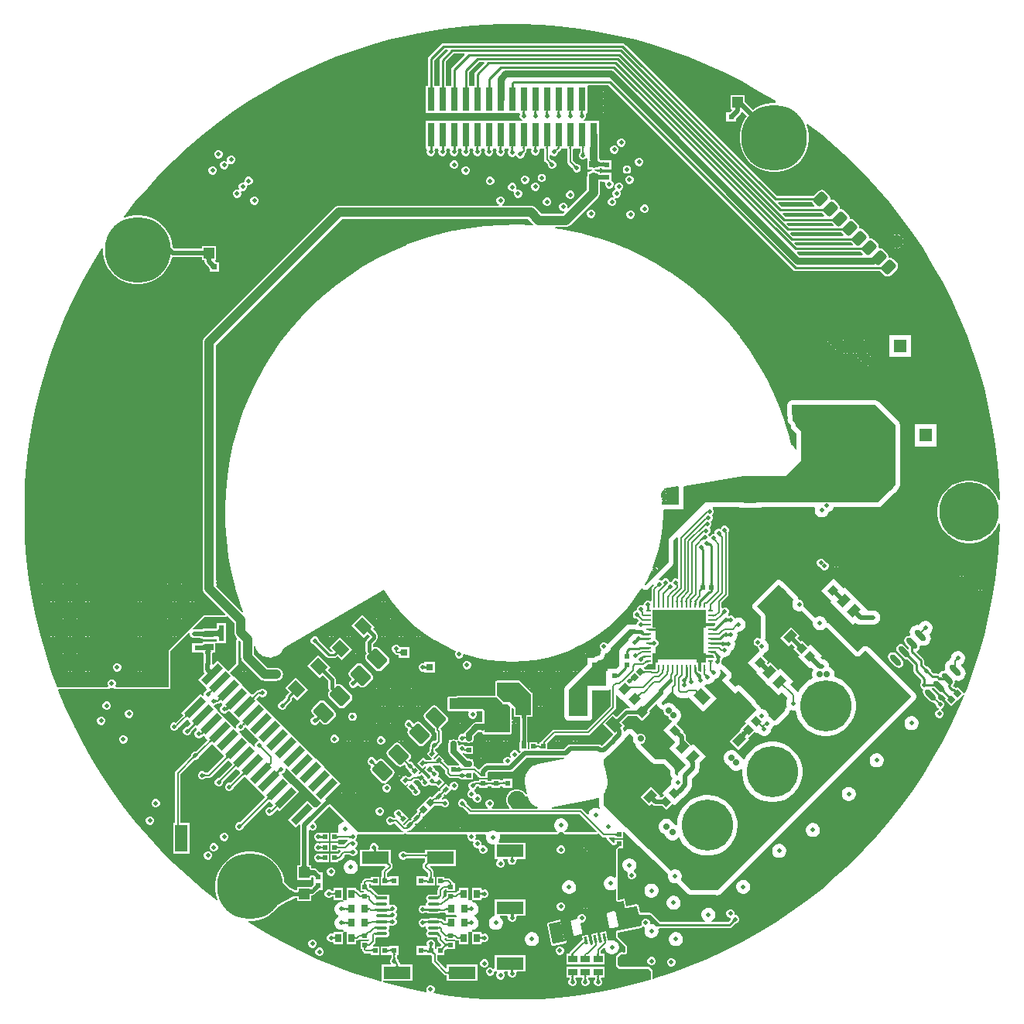
<source format=gtl>
G04*
G04 #@! TF.GenerationSoftware,Altium Limited,Altium Designer,24.1.2 (44)*
G04*
G04 Layer_Physical_Order=1*
G04 Layer_Color=255*
%FSLAX44Y44*%
%MOMM*%
G71*
G04*
G04 #@! TF.SameCoordinates,C067CD15-9508-4875-9725-B3D5D2F0FA69*
G04*
G04*
G04 #@! TF.FilePolarity,Positive*
G04*
G01*
G75*
%ADD14C,0.2540*%
%ADD19C,0.2032*%
%ADD20C,0.3810*%
G04:AMPARAMS|DCode=27|XSize=0.3mm|YSize=0.8mm|CornerRadius=0mm|HoleSize=0mm|Usage=FLASHONLY|Rotation=191.500|XOffset=0mm|YOffset=0mm|HoleType=Round|Shape=Rectangle|*
%AMROTATEDRECTD27*
4,1,4,0.0672,0.4219,0.2267,-0.3621,-0.0672,-0.4219,-0.2267,0.3621,0.0672,0.4219,0.0*
%
%ADD27ROTATEDRECTD27*%

G04:AMPARAMS|DCode=28|XSize=1.1mm|YSize=3.05mm|CornerRadius=0mm|HoleSize=0mm|Usage=FLASHONLY|Rotation=191.500|XOffset=0mm|YOffset=0mm|HoleType=Round|Shape=Rectangle|*
%AMROTATEDRECTD28*
4,1,4,0.2349,1.6040,0.8430,-1.3847,-0.2349,-1.6040,-0.8430,1.3847,0.2349,1.6040,0.0*
%
%ADD28ROTATEDRECTD28*%

%ADD29R,0.5000X0.4750*%
G04:AMPARAMS|DCode=30|XSize=0.9mm|YSize=0.8mm|CornerRadius=0mm|HoleSize=0mm|Usage=FLASHONLY|Rotation=315.000|XOffset=0mm|YOffset=0mm|HoleType=Round|Shape=Rectangle|*
%AMROTATEDRECTD30*
4,1,4,-0.6010,0.0354,-0.0354,0.6010,0.6010,-0.0354,0.0354,-0.6010,-0.6010,0.0354,0.0*
%
%ADD30ROTATEDRECTD30*%

G04:AMPARAMS|DCode=31|XSize=1.25mm|YSize=0.95mm|CornerRadius=0mm|HoleSize=0mm|Usage=FLASHONLY|Rotation=225.000|XOffset=0mm|YOffset=0mm|HoleType=Round|Shape=Rectangle|*
%AMROTATEDRECTD31*
4,1,4,0.1061,0.7778,0.7778,0.1061,-0.1061,-0.7778,-0.7778,-0.1061,0.1061,0.7778,0.0*
%
%ADD31ROTATEDRECTD31*%

G04:AMPARAMS|DCode=32|XSize=0.9mm|YSize=0.8mm|CornerRadius=0mm|HoleSize=0mm|Usage=FLASHONLY|Rotation=45.000|XOffset=0mm|YOffset=0mm|HoleType=Round|Shape=Rectangle|*
%AMROTATEDRECTD32*
4,1,4,-0.0354,-0.6010,-0.6010,-0.0354,0.0354,0.6010,0.6010,0.0354,-0.0354,-0.6010,0.0*
%
%ADD32ROTATEDRECTD32*%

G04:AMPARAMS|DCode=33|XSize=1.55mm|YSize=0.6mm|CornerRadius=0mm|HoleSize=0mm|Usage=FLASHONLY|Rotation=135.000|XOffset=0mm|YOffset=0mm|HoleType=Round|Shape=Round|*
%AMOVALD33*
21,1,0.9500,0.6000,0.0000,0.0000,135.0*
1,1,0.6000,0.3359,-0.3359*
1,1,0.6000,-0.3359,0.3359*
%
%ADD33OVALD33*%

G04:AMPARAMS|DCode=34|XSize=1.5mm|YSize=1.25mm|CornerRadius=0mm|HoleSize=0mm|Usage=FLASHONLY|Rotation=135.000|XOffset=0mm|YOffset=0mm|HoleType=Round|Shape=Rectangle|*
%AMROTATEDRECTD34*
4,1,4,0.9723,-0.0884,0.0884,-0.9723,-0.9723,0.0884,-0.0884,0.9723,0.9723,-0.0884,0.0*
%
%ADD34ROTATEDRECTD34*%

%ADD35R,5.4000X1.5000*%
%ADD36R,0.6000X0.2400*%
%ADD37R,0.2400X0.6000*%
%ADD38R,0.5000X0.5000*%
%ADD39R,1.4000X3.0000*%
%ADD40R,1.7000X2.5000*%
%ADD41R,1.1500X1.1500*%
%ADD42R,0.6500X0.9000*%
%ADD43R,1.5000X2.4000*%
%ADD44R,1.5000X1.0500*%
G04:AMPARAMS|DCode=45|XSize=2mm|YSize=1.5mm|CornerRadius=0.2625mm|HoleSize=0mm|Usage=FLASHONLY|Rotation=135.000|XOffset=0mm|YOffset=0mm|HoleType=Round|Shape=RoundedRectangle|*
%AMROUNDEDRECTD45*
21,1,2.0000,0.9750,0,0,135.0*
21,1,1.4750,1.5000,0,0,135.0*
1,1,0.5250,-0.1768,0.8662*
1,1,0.5250,0.8662,-0.1768*
1,1,0.5250,0.1768,-0.8662*
1,1,0.5250,-0.8662,0.1768*
%
%ADD45ROUNDEDRECTD45*%
%ADD46R,0.8000X0.8000*%
%ADD47R,0.9800X0.7700*%
%ADD48R,1.6000X2.2000*%
G04:AMPARAMS|DCode=49|XSize=0.8mm|YSize=2.62mm|CornerRadius=0mm|HoleSize=0mm|Usage=FLASHONLY|Rotation=315.000|XOffset=0mm|YOffset=0mm|HoleType=Round|Shape=Rectangle|*
%AMROTATEDRECTD49*
4,1,4,-1.2092,-0.6435,0.6435,1.2092,1.2092,0.6435,-0.6435,-1.2092,-1.2092,-0.6435,0.0*
%
%ADD49ROTATEDRECTD49*%

%ADD50R,2.6000X1.1000*%
G04:AMPARAMS|DCode=51|XSize=2.6mm|YSize=1.1mm|CornerRadius=0mm|HoleSize=0mm|Usage=FLASHONLY|Rotation=135.000|XOffset=0mm|YOffset=0mm|HoleType=Round|Shape=Rectangle|*
%AMROTATEDRECTD51*
4,1,4,1.3082,-0.5303,0.5303,-1.3082,-1.3082,0.5303,-0.5303,1.3082,1.3082,-0.5303,0.0*
%
%ADD51ROTATEDRECTD51*%

%ADD52R,1.1500X1.4500*%
G04:AMPARAMS|DCode=53|XSize=0.9mm|YSize=1mm|CornerRadius=0mm|HoleSize=0mm|Usage=FLASHONLY|Rotation=135.000|XOffset=0mm|YOffset=0mm|HoleType=Round|Shape=Rectangle|*
%AMROTATEDRECTD53*
4,1,4,0.6718,0.0354,-0.0354,-0.6718,-0.6718,-0.0354,0.0354,0.6718,0.6718,0.0354,0.0*
%
%ADD53ROTATEDRECTD53*%

G04:AMPARAMS|DCode=54|XSize=1mm|YSize=0.95mm|CornerRadius=0mm|HoleSize=0mm|Usage=FLASHONLY|Rotation=135.000|XOffset=0mm|YOffset=0mm|HoleType=Round|Shape=Rectangle|*
%AMROTATEDRECTD54*
4,1,4,0.6894,-0.0177,0.0177,-0.6894,-0.6894,0.0177,-0.0177,0.6894,0.6894,-0.0177,0.0*
%
%ADD54ROTATEDRECTD54*%

%ADD55R,0.6200X0.6200*%
%ADD56R,1.2500X0.3500*%
%ADD57O,1.2500X0.3500*%
%ADD58R,1.4500X1.1500*%
G04:AMPARAMS|DCode=59|XSize=5.4mm|YSize=1.5mm|CornerRadius=0mm|HoleSize=0mm|Usage=FLASHONLY|Rotation=45.000|XOffset=0mm|YOffset=0mm|HoleType=Round|Shape=Rectangle|*
%AMROTATEDRECTD59*
4,1,4,-1.3789,-2.4395,-2.4395,-1.3789,1.3789,2.4395,2.4395,1.3789,-1.3789,-2.4395,0.0*
%
%ADD59ROTATEDRECTD59*%

G04:AMPARAMS|DCode=60|XSize=1.45mm|YSize=1.15mm|CornerRadius=0mm|HoleSize=0mm|Usage=FLASHONLY|Rotation=315.000|XOffset=0mm|YOffset=0mm|HoleType=Round|Shape=Rectangle|*
%AMROTATEDRECTD60*
4,1,4,-0.9192,0.1061,-0.1061,0.9192,0.9192,-0.1061,0.1061,-0.9192,-0.9192,0.1061,0.0*
%
%ADD60ROTATEDRECTD60*%

%ADD61P,0.8768X4X180.0*%
%ADD62R,0.6200X0.6200*%
%ADD63P,0.8768X4X270.0*%
%ADD64R,0.8000X2.6200*%
%ADD65R,0.4750X0.5000*%
%ADD66R,1.1500X1.1500*%
G04:AMPARAMS|DCode=67|XSize=0.5mm|YSize=0.475mm|CornerRadius=0mm|HoleSize=0mm|Usage=FLASHONLY|Rotation=45.000|XOffset=0mm|YOffset=0mm|HoleType=Round|Shape=Rectangle|*
%AMROTATEDRECTD67*
4,1,4,-0.0088,-0.3447,-0.3447,-0.0088,0.0088,0.3447,0.3447,0.0088,-0.0088,-0.3447,0.0*
%
%ADD67ROTATEDRECTD67*%

G04:AMPARAMS|DCode=68|XSize=0.5mm|YSize=0.475mm|CornerRadius=0mm|HoleSize=0mm|Usage=FLASHONLY|Rotation=315.000|XOffset=0mm|YOffset=0mm|HoleType=Round|Shape=Rectangle|*
%AMROTATEDRECTD68*
4,1,4,-0.3447,0.0088,-0.0088,0.3447,0.3447,-0.0088,0.0088,-0.3447,-0.3447,0.0088,0.0*
%
%ADD68ROTATEDRECTD68*%

%ADD69R,3.0000X1.4000*%
%ADD107C,1.4000*%
%ADD108R,1.4000X1.4000*%
%ADD109C,6.5000*%
%ADD110C,7.2000*%
%ADD112C,1.5240*%
%ADD113C,1.9050*%
G04:AMPARAMS|DCode=114|XSize=1.143mm|YSize=1.524mm|CornerRadius=0.2858mm|HoleSize=0mm|Usage=FLASHONLY|Rotation=135.000|XOffset=0mm|YOffset=0mm|HoleType=Round|Shape=RoundedRectangle|*
%AMROUNDEDRECTD114*
21,1,1.1430,0.9525,0,0,135.0*
21,1,0.5715,1.5240,0,0,135.0*
1,1,0.5715,0.1347,0.5388*
1,1,0.5715,0.5388,0.1347*
1,1,0.5715,-0.1347,-0.5388*
1,1,0.5715,-0.5388,-0.1347*
%
%ADD114ROUNDEDRECTD114*%
%ADD115C,0.5080*%
%ADD116C,0.7112*%
%ADD117R,4.9750X4.6000*%
%ADD118C,0.2286*%
%ADD119C,0.5080*%
%ADD120C,0.4039*%
%ADD121C,0.7620*%
%ADD122C,1.0160*%
%ADD123C,0.6350*%
%ADD124C,0.4572*%
G04:AMPARAMS|DCode=125|XSize=1.3mm|YSize=2.2mm|CornerRadius=0mm|HoleSize=0mm|Usage=FLASHONLY|Rotation=191.500|XOffset=0mm|YOffset=0mm|HoleType=Round|Shape=Rectangle|*
%AMROTATEDRECTD125*
4,1,4,0.4177,1.2075,0.8563,-0.9483,-0.4177,-1.2075,-0.8563,0.9483,0.4177,1.2075,0.0*
%
%ADD125ROTATEDRECTD125*%

G04:AMPARAMS|DCode=126|XSize=1.3mm|YSize=2.2mm|CornerRadius=0mm|HoleSize=0mm|Usage=FLASHONLY|Rotation=191.500|XOffset=0mm|YOffset=0mm|HoleType=Round|Shape=Rectangle|*
%AMROTATEDRECTD126*
4,1,4,0.4177,1.2075,0.8563,-0.9483,-0.4177,-1.2075,-0.8563,0.9483,0.4177,1.2075,0.0*
%
%ADD126ROTATEDRECTD126*%

%ADD127C,5.0000*%
G04:AMPARAMS|DCode=128|XSize=5mm|YSize=5mm|CornerRadius=1.25mm|HoleSize=0mm|Usage=FLASHONLY|Rotation=0.000|XOffset=0mm|YOffset=0mm|HoleType=Round|Shape=RoundedRectangle|*
%AMROUNDEDRECTD128*
21,1,5.0000,2.5000,0,0,0.0*
21,1,2.5000,5.0000,0,0,0.0*
1,1,2.5000,1.2500,-1.2500*
1,1,2.5000,-1.2500,-1.2500*
1,1,2.5000,-1.2500,1.2500*
1,1,2.5000,1.2500,1.2500*
%
%ADD128ROUNDEDRECTD128*%
%ADD129C,5.6000*%
G36*
X-30637Y491014D02*
X-40481Y481171D01*
X-41210Y480078D01*
X-41467Y478790D01*
Y466332D01*
X-44132D01*
Y466332D01*
X-44768D01*
Y466332D01*
X-47433D01*
Y481205D01*
X-36451Y492187D01*
X-31123D01*
X-30637Y491014D01*
D02*
G37*
G36*
X-51973Y500158D02*
X-65881Y486251D01*
X-66610Y485158D01*
X-66867Y483870D01*
Y466332D01*
X-69532D01*
Y466332D01*
X-70168D01*
Y466332D01*
X-72833D01*
Y492635D01*
X-64138Y501331D01*
X-52459D01*
X-51973Y500158D01*
D02*
G37*
G36*
X-70261Y504730D02*
X-78581Y496411D01*
X-79310Y495318D01*
X-79567Y494030D01*
Y466332D01*
X-82232D01*
Y466332D01*
X-82868D01*
Y466332D01*
X-85533D01*
Y493905D01*
X-73535Y505903D01*
X-70747D01*
X-70261Y504730D01*
D02*
G37*
G36*
X78039Y438140D02*
X77866Y438078D01*
X77714Y437975D01*
X77582Y437831D01*
X77470Y437645D01*
X77379Y437419D01*
X77307Y437150D01*
X77257Y436841D01*
X77233Y436570D01*
X77246Y436427D01*
X77285Y436196D01*
X77338Y435976D01*
X77407Y435767D01*
X77490Y435569D01*
X77589Y435381D01*
X77704Y435205D01*
X77833Y435039D01*
X77978Y434884D01*
X74422D01*
X74567Y435039D01*
X74696Y435205D01*
X74811Y435381D01*
X74910Y435569D01*
X74994Y435767D01*
X75062Y435976D01*
X75115Y436196D01*
X75153Y436427D01*
X75167Y436570D01*
X75143Y436841D01*
X75093Y437150D01*
X75021Y437419D01*
X74930Y437645D01*
X74818Y437831D01*
X74686Y437975D01*
X74534Y438078D01*
X74361Y438140D01*
X74168Y438161D01*
X78232D01*
X78039Y438140D01*
D02*
G37*
G36*
X65339D02*
X65166Y438078D01*
X65014Y437975D01*
X64882Y437831D01*
X64770Y437645D01*
X64679Y437419D01*
X64607Y437150D01*
X64557Y436841D01*
X64533Y436570D01*
X64546Y436427D01*
X64585Y436196D01*
X64638Y435976D01*
X64707Y435767D01*
X64790Y435569D01*
X64889Y435381D01*
X65004Y435205D01*
X65133Y435039D01*
X65278Y434884D01*
X61722D01*
X61867Y435039D01*
X61996Y435205D01*
X62111Y435381D01*
X62210Y435569D01*
X62294Y435767D01*
X62362Y435976D01*
X62415Y436196D01*
X62453Y436427D01*
X62467Y436570D01*
X62443Y436841D01*
X62393Y437150D01*
X62321Y437419D01*
X62230Y437645D01*
X62118Y437831D01*
X61986Y437975D01*
X61834Y438078D01*
X61661Y438140D01*
X61468Y438161D01*
X65532D01*
X65339Y438140D01*
D02*
G37*
G36*
X52639D02*
X52466Y438078D01*
X52314Y437975D01*
X52182Y437831D01*
X52070Y437645D01*
X51979Y437419D01*
X51907Y437150D01*
X51857Y436841D01*
X51833Y436570D01*
X51846Y436427D01*
X51885Y436196D01*
X51938Y435976D01*
X52007Y435767D01*
X52090Y435569D01*
X52189Y435381D01*
X52304Y435205D01*
X52433Y435039D01*
X52578Y434884D01*
X49022D01*
X49167Y435039D01*
X49296Y435205D01*
X49411Y435381D01*
X49510Y435569D01*
X49594Y435767D01*
X49662Y435976D01*
X49715Y436196D01*
X49753Y436427D01*
X49767Y436570D01*
X49743Y436841D01*
X49693Y437150D01*
X49621Y437419D01*
X49530Y437645D01*
X49418Y437831D01*
X49286Y437975D01*
X49134Y438078D01*
X48961Y438140D01*
X48768Y438161D01*
X52832D01*
X52639Y438140D01*
D02*
G37*
G36*
X39939D02*
X39766Y438078D01*
X39614Y437975D01*
X39482Y437831D01*
X39370Y437645D01*
X39279Y437419D01*
X39207Y437150D01*
X39157Y436841D01*
X39133Y436570D01*
X39146Y436427D01*
X39185Y436196D01*
X39238Y435976D01*
X39306Y435767D01*
X39390Y435569D01*
X39489Y435381D01*
X39604Y435205D01*
X39733Y435039D01*
X39878Y434884D01*
X36322D01*
X36467Y435039D01*
X36596Y435205D01*
X36711Y435381D01*
X36810Y435569D01*
X36893Y435767D01*
X36962Y435976D01*
X37015Y436196D01*
X37053Y436427D01*
X37067Y436570D01*
X37043Y436841D01*
X36993Y437150D01*
X36921Y437419D01*
X36830Y437645D01*
X36718Y437831D01*
X36586Y437975D01*
X36434Y438078D01*
X36261Y438140D01*
X36068Y438161D01*
X40132D01*
X39939Y438140D01*
D02*
G37*
G36*
X27239D02*
X27066Y438078D01*
X26914Y437975D01*
X26782Y437831D01*
X26670Y437645D01*
X26579Y437419D01*
X26507Y437150D01*
X26457Y436841D01*
X26433Y436570D01*
X26446Y436427D01*
X26485Y436196D01*
X26538Y435976D01*
X26607Y435767D01*
X26690Y435569D01*
X26789Y435381D01*
X26904Y435205D01*
X27033Y435039D01*
X27178Y434884D01*
X23622D01*
X23767Y435039D01*
X23896Y435205D01*
X24011Y435381D01*
X24110Y435569D01*
X24193Y435767D01*
X24262Y435976D01*
X24315Y436196D01*
X24353Y436427D01*
X24367Y436570D01*
X24343Y436841D01*
X24293Y437150D01*
X24221Y437419D01*
X24130Y437645D01*
X24018Y437831D01*
X23886Y437975D01*
X23734Y438078D01*
X23561Y438140D01*
X23368Y438161D01*
X27432D01*
X27239Y438140D01*
D02*
G37*
G36*
X14539D02*
X14366Y438078D01*
X14214Y437975D01*
X14082Y437831D01*
X13970Y437645D01*
X13879Y437419D01*
X13807Y437150D01*
X13757Y436841D01*
X13733Y436570D01*
X13747Y436427D01*
X13785Y436196D01*
X13838Y435976D01*
X13907Y435767D01*
X13990Y435569D01*
X14089Y435381D01*
X14204Y435205D01*
X14333Y435039D01*
X14478Y434884D01*
X10922D01*
X11067Y435039D01*
X11196Y435205D01*
X11311Y435381D01*
X11410Y435569D01*
X11494Y435767D01*
X11562Y435976D01*
X11615Y436196D01*
X11653Y436427D01*
X11667Y436570D01*
X11643Y436841D01*
X11593Y437150D01*
X11521Y437419D01*
X11430Y437645D01*
X11318Y437831D01*
X11186Y437975D01*
X11034Y438078D01*
X10861Y438140D01*
X10668Y438161D01*
X14732D01*
X14539Y438140D01*
D02*
G37*
G36*
X52111Y399347D02*
X52049Y399305D01*
X51994Y399234D01*
X51947Y399135D01*
X51907Y399008D01*
X51874Y398853D01*
X51849Y398670D01*
X51820Y398218D01*
X51816Y397950D01*
X49784D01*
X49780Y398218D01*
X49726Y398853D01*
X49693Y399008D01*
X49653Y399135D01*
X49606Y399234D01*
X49551Y399305D01*
X49489Y399347D01*
X49420Y399361D01*
X52180D01*
X52111Y399347D01*
D02*
G37*
G36*
X79309Y399340D02*
X79136Y399278D01*
X78984Y399175D01*
X78852Y399031D01*
X78740Y398845D01*
X78649Y398619D01*
X78577Y398350D01*
X78527Y398041D01*
X78496Y397690D01*
X78486Y397299D01*
X76454D01*
X76444Y397690D01*
X76413Y398041D01*
X76363Y398350D01*
X76291Y398619D01*
X76200Y398845D01*
X76088Y399031D01*
X75956Y399175D01*
X75804Y399278D01*
X75631Y399340D01*
X75438Y399361D01*
X79502D01*
X79309Y399340D01*
D02*
G37*
G36*
X65339D02*
X65166Y399278D01*
X65014Y399175D01*
X64882Y399031D01*
X64770Y398845D01*
X64679Y398619D01*
X64607Y398350D01*
X64557Y398041D01*
X64526Y397690D01*
X64516Y397299D01*
X62484D01*
X62474Y397690D01*
X62443Y398041D01*
X62393Y398350D01*
X62321Y398619D01*
X62230Y398845D01*
X62118Y399031D01*
X61986Y399175D01*
X61834Y399278D01*
X61661Y399340D01*
X61468Y399361D01*
X65532D01*
X65339Y399340D01*
D02*
G37*
G36*
X39939D02*
X39766Y399278D01*
X39614Y399175D01*
X39482Y399031D01*
X39370Y398845D01*
X39279Y398619D01*
X39207Y398350D01*
X39157Y398041D01*
X39126Y397690D01*
X39116Y397299D01*
X37084D01*
X37074Y397690D01*
X37043Y398041D01*
X36993Y398350D01*
X36921Y398619D01*
X36830Y398845D01*
X36718Y399031D01*
X36586Y399175D01*
X36434Y399278D01*
X36261Y399340D01*
X36068Y399361D01*
X40132D01*
X39939Y399340D01*
D02*
G37*
G36*
X14539D02*
X14366Y399278D01*
X14214Y399175D01*
X14082Y399031D01*
X13970Y398845D01*
X13879Y398619D01*
X13807Y398350D01*
X13757Y398041D01*
X13726Y397690D01*
X13716Y397299D01*
X11684D01*
X11674Y397690D01*
X11643Y398041D01*
X11593Y398350D01*
X11521Y398619D01*
X11430Y398845D01*
X11318Y399031D01*
X11186Y399175D01*
X11034Y399278D01*
X10861Y399340D01*
X10668Y399361D01*
X14732D01*
X14539Y399340D01*
D02*
G37*
G36*
X1839D02*
X1666Y399278D01*
X1514Y399175D01*
X1382Y399031D01*
X1270Y398845D01*
X1179Y398619D01*
X1107Y398350D01*
X1057Y398041D01*
X1026Y397690D01*
X1016Y397299D01*
X-1016D01*
X-1026Y397690D01*
X-1057Y398041D01*
X-1107Y398350D01*
X-1179Y398619D01*
X-1270Y398845D01*
X-1382Y399031D01*
X-1514Y399175D01*
X-1666Y399278D01*
X-1839Y399340D01*
X-2032Y399361D01*
X2032D01*
X1839Y399340D01*
D02*
G37*
G36*
X27239D02*
X27066Y399278D01*
X26914Y399175D01*
X26782Y399031D01*
X26670Y398845D01*
X26579Y398619D01*
X26507Y398350D01*
X26457Y398041D01*
X26442Y397869D01*
X26446Y397819D01*
X26485Y397588D01*
X26538Y397368D01*
X26607Y397159D01*
X26690Y396960D01*
X26789Y396773D01*
X26904Y396596D01*
X27033Y396431D01*
X27178Y396276D01*
X23622D01*
X23767Y396431D01*
X23896Y396596D01*
X24011Y396773D01*
X24110Y396960D01*
X24193Y397159D01*
X24262Y397368D01*
X24315Y397588D01*
X24353Y397819D01*
X24358Y397869D01*
X24343Y398041D01*
X24293Y398350D01*
X24221Y398619D01*
X24130Y398845D01*
X24018Y399031D01*
X23886Y399175D01*
X23734Y399278D01*
X23561Y399340D01*
X23368Y399361D01*
X27432D01*
X27239Y399340D01*
D02*
G37*
G36*
X-10861D02*
X-11034Y399278D01*
X-11186Y399175D01*
X-11318Y399031D01*
X-11430Y398845D01*
X-11521Y398619D01*
X-11593Y398350D01*
X-11643Y398041D01*
X-11674Y397690D01*
X-11681Y397435D01*
X-11676Y397299D01*
X-11653Y397057D01*
X-11615Y396826D01*
X-11562Y396606D01*
X-11494Y396397D01*
X-11410Y396199D01*
X-11311Y396011D01*
X-11196Y395835D01*
X-11067Y395669D01*
X-10922Y395514D01*
X-14478D01*
X-14333Y395669D01*
X-14204Y395835D01*
X-14089Y396011D01*
X-13990Y396199D01*
X-13907Y396397D01*
X-13838Y396606D01*
X-13785Y396826D01*
X-13747Y397057D01*
X-13724Y397299D01*
X-13720Y397435D01*
X-13726Y397690D01*
X-13757Y398041D01*
X-13807Y398350D01*
X-13879Y398619D01*
X-13970Y398845D01*
X-14082Y399031D01*
X-14214Y399175D01*
X-14366Y399278D01*
X-14539Y399340D01*
X-14732Y399361D01*
X-10668D01*
X-10861Y399340D01*
D02*
G37*
G36*
X-23561D02*
X-23734Y399278D01*
X-23886Y399175D01*
X-24018Y399031D01*
X-24130Y398845D01*
X-24221Y398619D01*
X-24293Y398350D01*
X-24343Y398041D01*
X-24374Y397690D01*
X-24381Y397435D01*
X-24376Y397299D01*
X-24353Y397057D01*
X-24315Y396826D01*
X-24262Y396606D01*
X-24193Y396397D01*
X-24110Y396199D01*
X-24011Y396011D01*
X-23896Y395835D01*
X-23767Y395669D01*
X-23622Y395514D01*
X-27178D01*
X-27033Y395669D01*
X-26904Y395835D01*
X-26789Y396011D01*
X-26690Y396199D01*
X-26607Y396397D01*
X-26538Y396606D01*
X-26485Y396826D01*
X-26446Y397057D01*
X-26424Y397299D01*
X-26419Y397435D01*
X-26426Y397690D01*
X-26457Y398041D01*
X-26507Y398350D01*
X-26579Y398619D01*
X-26670Y398845D01*
X-26782Y399031D01*
X-26914Y399175D01*
X-27066Y399278D01*
X-27239Y399340D01*
X-27432Y399361D01*
X-23368D01*
X-23561Y399340D01*
D02*
G37*
G36*
X-36261D02*
X-36434Y399278D01*
X-36586Y399175D01*
X-36718Y399031D01*
X-36830Y398845D01*
X-36921Y398619D01*
X-36993Y398350D01*
X-37043Y398041D01*
X-37074Y397690D01*
X-37081Y397435D01*
X-37076Y397299D01*
X-37053Y397057D01*
X-37015Y396826D01*
X-36962Y396606D01*
X-36893Y396397D01*
X-36810Y396199D01*
X-36711Y396011D01*
X-36596Y395835D01*
X-36467Y395669D01*
X-36322Y395514D01*
X-39878D01*
X-39733Y395669D01*
X-39604Y395835D01*
X-39489Y396011D01*
X-39390Y396199D01*
X-39306Y396397D01*
X-39238Y396606D01*
X-39185Y396826D01*
X-39146Y397057D01*
X-39124Y397299D01*
X-39120Y397435D01*
X-39126Y397690D01*
X-39157Y398041D01*
X-39207Y398350D01*
X-39279Y398619D01*
X-39370Y398845D01*
X-39482Y399031D01*
X-39614Y399175D01*
X-39766Y399278D01*
X-39939Y399340D01*
X-40132Y399361D01*
X-36068D01*
X-36261Y399340D01*
D02*
G37*
G36*
X1024Y396521D02*
X1046Y396279D01*
X1085Y396048D01*
X1138Y395827D01*
X1207Y395618D01*
X1290Y395420D01*
X1389Y395232D01*
X1504Y395056D01*
X1633Y394890D01*
X1778Y394735D01*
X-1778D01*
X-1633Y394890D01*
X-1504Y395056D01*
X-1389Y395232D01*
X-1290Y395420D01*
X-1207Y395618D01*
X-1138Y395827D01*
X-1085Y396048D01*
X-1046Y396279D01*
X-1024Y396521D01*
X-1016Y396773D01*
X1016D01*
X1024Y396521D01*
D02*
G37*
G36*
X49162Y395705D02*
X48989Y395521D01*
X48834Y395334D01*
X48698Y395144D01*
X48580Y394950D01*
X48480Y394754D01*
X48399Y394554D01*
X48337Y394352D01*
X48292Y394146D01*
X48267Y393937D01*
X48260Y393725D01*
X45745Y396240D01*
X45957Y396247D01*
X46166Y396273D01*
X46372Y396317D01*
X46574Y396379D01*
X46774Y396460D01*
X46970Y396560D01*
X47164Y396678D01*
X47354Y396814D01*
X47541Y396969D01*
X47725Y397142D01*
X49162Y395705D01*
D02*
G37*
G36*
X78494Y393489D02*
X78517Y393247D01*
X78555Y393016D01*
X78608Y392796D01*
X78677Y392587D01*
X78760Y392388D01*
X78859Y392201D01*
X78974Y392024D01*
X79103Y391859D01*
X79248Y391704D01*
X75692D01*
X75837Y391859D01*
X75966Y392024D01*
X76081Y392201D01*
X76180Y392388D01*
X76263Y392587D01*
X76332Y392796D01*
X76385Y393016D01*
X76424Y393247D01*
X76446Y393489D01*
X76454Y393742D01*
X78486D01*
X78494Y393489D01*
D02*
G37*
G36*
X12332Y393165D02*
X12159Y392981D01*
X12004Y392794D01*
X11868Y392604D01*
X11750Y392410D01*
X11650Y392214D01*
X11569Y392014D01*
X11507Y391812D01*
X11463Y391606D01*
X11437Y391397D01*
X11430Y391185D01*
X8915Y393700D01*
X9127Y393707D01*
X9336Y393732D01*
X9542Y393777D01*
X9744Y393839D01*
X9944Y393920D01*
X10140Y394020D01*
X10334Y394137D01*
X10524Y394274D01*
X10711Y394429D01*
X10895Y394602D01*
X12332Y393165D01*
D02*
G37*
G36*
X92839Y399254D02*
X92812Y399026D01*
X92788Y398645D01*
X92711Y391812D01*
X92721Y390522D01*
X93091Y385569D01*
X93229Y385035D01*
X93388Y384654D01*
X93568Y384426D01*
X93770Y384350D01*
X84031D01*
X84232Y384426D01*
X84412Y384654D01*
X84571Y385035D01*
X84709Y385569D01*
X84825Y386255D01*
X84921Y387093D01*
X85048Y389226D01*
X85088Y391820D01*
X84930Y399330D01*
X92870D01*
X92839Y399254D01*
D02*
G37*
G36*
X93777Y383978D02*
X93893Y383654D01*
X94085Y383368D01*
X94354Y383121D01*
X94699Y382911D01*
X95122Y382740D01*
X95621Y382606D01*
X96143Y382520D01*
X97724Y382466D01*
X100038Y382614D01*
X100228Y382668D01*
X100342Y382730D01*
X100380Y382799D01*
X100411Y376720D01*
X100371Y377082D01*
X100254Y377406D01*
X100061Y377691D01*
X99792Y377939D01*
X99446Y378149D01*
X99024Y378320D01*
X98525Y378453D01*
X97950Y378549D01*
X97699Y378571D01*
X95520Y378427D01*
X95122Y378320D01*
X94699Y378149D01*
X94354Y377939D01*
X94085Y377691D01*
X93893Y377406D01*
X93777Y377082D01*
X93739Y376720D01*
Y378309D01*
X92665Y378237D01*
X92175Y378119D01*
X91817Y377985D01*
X91592Y377834D01*
Y383226D01*
X91817Y383075D01*
X92175Y382941D01*
X92665Y382822D01*
X93289Y382720D01*
X93739Y382676D01*
Y384340D01*
X93777Y383978D01*
D02*
G37*
G36*
X41867Y382999D02*
X42054Y382844D01*
X42244Y382707D01*
X42438Y382590D01*
X42634Y382490D01*
X42834Y382409D01*
X43036Y382347D01*
X43242Y382303D01*
X43451Y382277D01*
X43663Y382270D01*
X41148Y379755D01*
X41141Y379967D01*
X41115Y380176D01*
X41071Y380382D01*
X41009Y380584D01*
X40928Y380784D01*
X40828Y380980D01*
X40711Y381174D01*
X40574Y381364D01*
X40419Y381551D01*
X40246Y381735D01*
X41683Y383172D01*
X41867Y382999D01*
D02*
G37*
G36*
X68791Y379189D02*
X68978Y379034D01*
X69168Y378898D01*
X69362Y378780D01*
X69558Y378680D01*
X69758Y378599D01*
X69960Y378537D01*
X70166Y378493D01*
X70375Y378467D01*
X70587Y378460D01*
X68072Y375945D01*
X68065Y376157D01*
X68039Y376366D01*
X67995Y376572D01*
X67933Y376774D01*
X67852Y376974D01*
X67752Y377170D01*
X67635Y377364D01*
X67498Y377554D01*
X67343Y377741D01*
X67170Y377925D01*
X68607Y379362D01*
X68791Y379189D01*
D02*
G37*
G36*
X93777Y369678D02*
X93893Y369354D01*
X94085Y369068D01*
X94124Y369032D01*
X94135Y369028D01*
X94997Y368791D01*
X95993Y368591D01*
X97123Y368427D01*
X98982Y368274D01*
X99428Y368309D01*
X99771Y368385D01*
X100038Y368475D01*
X100228Y368579D01*
X100342Y368698D01*
X100380Y368829D01*
Y368194D01*
X102980Y368135D01*
Y364325D01*
X101315Y364307D01*
X100380Y364246D01*
Y362691D01*
X100342Y363001D01*
X100228Y363279D01*
X100038Y363524D01*
X99771Y363737D01*
X99428Y363916D01*
X99009Y364063D01*
X98695Y364136D01*
X97123Y364033D01*
X95993Y363869D01*
X94997Y363669D01*
X94135Y363432D01*
X94124Y363428D01*
X94085Y363392D01*
X93893Y363106D01*
X93777Y362782D01*
X93739Y362420D01*
Y363283D01*
X93406Y363158D01*
X92812Y362848D01*
X92351Y362502D01*
Y369958D01*
X92812Y369612D01*
X93406Y369302D01*
X93739Y369177D01*
Y370040D01*
X93777Y369678D01*
D02*
G37*
G36*
X328614Y337051D02*
X330749Y334915D01*
X330263Y333742D01*
X294589D01*
X290948Y337383D01*
X291434Y338556D01*
X327608D01*
X328614Y337051D01*
D02*
G37*
G36*
X339220Y326444D02*
X341356Y324309D01*
X340870Y323135D01*
X298730D01*
X296030Y325835D01*
X296516Y327009D01*
X338843D01*
X339220Y326444D01*
D02*
G37*
G36*
X23445Y314391D02*
X22901Y313207D01*
X22870Y313169D01*
X22774Y313160D01*
X22667Y313186D01*
X5251Y313962D01*
X5141Y313945D01*
X5032Y313965D01*
X-12400Y313761D01*
X-12508Y313738D01*
X-12618Y313752D01*
X-30011Y312568D01*
X-30118Y312539D01*
X-30228Y312547D01*
X-47527Y310388D01*
X-47632Y310353D01*
X-47743Y310355D01*
X-64894Y307227D01*
X-64997Y307186D01*
X-65107Y307182D01*
X-82055Y303095D01*
X-82155Y303048D01*
X-82266Y303038D01*
X-98957Y298005D01*
X-99054Y297953D01*
X-99164Y297936D01*
X-115546Y291974D01*
X-115640Y291916D01*
X-115749Y291893D01*
X-131770Y285020D01*
X-131861Y284957D01*
X-131968Y284928D01*
X-147577Y277165D01*
X-147665Y277097D01*
X-147770Y277062D01*
X-162919Y268434D01*
X-163002Y268362D01*
X-163105Y268321D01*
X-177745Y258855D01*
X-177825Y258778D01*
X-177925Y258732D01*
X-192010Y248459D01*
X-192085Y248377D01*
X-192183Y248325D01*
X-205668Y237277D01*
X-205738Y237191D01*
X-205833Y237134D01*
X-218676Y225345D01*
X-218741Y225256D01*
X-218833Y225193D01*
X-230993Y212701D01*
X-231053Y212608D01*
X-231141Y212540D01*
X-242580Y199385D01*
X-242635Y199289D01*
X-242719Y199216D01*
X-253401Y185439D01*
X-253450Y185340D01*
X-253530Y185263D01*
X-263421Y170907D01*
X-263464Y170805D01*
X-263539Y170723D01*
X-272608Y155835D01*
X-272646Y155731D01*
X-272716Y155645D01*
X-280934Y140270D01*
X-280966Y140164D01*
X-281031Y140075D01*
X-288372Y124262D01*
X-288398Y124155D01*
X-288458Y124062D01*
X-294899Y107862D01*
X-294919Y107753D01*
X-294974Y107656D01*
X-300494Y91120D01*
X-300508Y91010D01*
X-300557Y90911D01*
X-305139Y74091D01*
X-305147Y73980D01*
X-305191Y73879D01*
X-308821Y56828D01*
X-308822Y56717D01*
X-308860Y56613D01*
X-311526Y39384D01*
X-311521Y39274D01*
X-311553Y39168D01*
X-313247Y21817D01*
X-313236Y21707D01*
X-313262Y21599D01*
X-313978Y4180D01*
X-313961Y4071D01*
X-313981Y3962D01*
X-313717Y-13469D01*
X-313693Y-13577D01*
X-313707Y-13687D01*
X-312464Y-31076D01*
X-312435Y-31183D01*
X-312442Y-31293D01*
X-310224Y-48585D01*
X-310189Y-48690D01*
X-310190Y-48801D01*
X-307004Y-65940D01*
X-306963Y-66043D01*
X-306958Y-66154D01*
X-302813Y-83087D01*
X-302767Y-83188D01*
X-302756Y-83298D01*
X-297666Y-99972D01*
X-297614Y-100069D01*
X-297597Y-100179D01*
X-294329Y-109062D01*
X-295399Y-109746D01*
X-323816Y-81329D01*
X-323729Y-80621D01*
X-322939Y-80171D01*
Y-77430D01*
Y-75207D01*
X-323108Y-75277D01*
X-324297Y-74669D01*
Y182449D01*
X-186259Y320487D01*
X17349D01*
X23445Y314391D01*
D02*
G37*
G36*
X349827Y315838D02*
X351962Y313702D01*
X351476Y312529D01*
X302871D01*
X300171Y315229D01*
X300657Y316402D01*
X349450D01*
X349827Y315838D01*
D02*
G37*
G36*
X360433Y305231D02*
X362569Y303096D01*
X362083Y301922D01*
X307012D01*
X304312Y304622D01*
X304798Y305795D01*
X360056D01*
X360433Y305231D01*
D02*
G37*
G36*
X371040Y294625D02*
X373176Y292489D01*
X372690Y291316D01*
X311152D01*
X308452Y294016D01*
X308939Y295189D01*
X370663D01*
X371040Y294625D01*
D02*
G37*
G36*
X381647Y284018D02*
X383732Y281932D01*
X383246Y280759D01*
X314405D01*
X311755Y283409D01*
X312241Y284582D01*
X381269D01*
X381647Y284018D01*
D02*
G37*
G36*
X-328440Y277485D02*
X-328610Y277378D01*
X-328760Y277200D01*
X-328890Y276950D01*
X-329000Y276628D01*
X-329090Y276235D01*
X-329160Y275771D01*
X-329210Y275236D01*
X-329240Y274271D01*
X-328880Y274632D01*
X-327971Y273745D01*
X-325682Y271786D01*
X-325063Y271365D01*
X-324518Y271061D01*
X-324044Y270873D01*
X-323643Y270802D01*
X-323315Y270847D01*
X-323059Y271009D01*
X-328849Y265219D01*
X-328687Y265475D01*
X-328642Y265803D01*
X-328713Y266204D01*
X-328901Y266677D01*
X-329205Y267223D01*
X-329626Y267842D01*
X-330162Y268533D01*
X-331586Y270131D01*
X-332472Y271040D01*
X-329561Y273950D01*
X-334330D01*
X-334340Y274629D01*
X-334420Y275771D01*
X-334490Y276235D01*
X-334580Y276628D01*
X-334690Y276950D01*
X-334820Y277200D01*
X-334970Y277378D01*
X-335140Y277485D01*
X-335331Y277521D01*
X-328250D01*
X-328440Y277485D01*
D02*
G37*
G36*
X31416Y532725D02*
X52307Y531081D01*
X73117Y528618D01*
X93814Y525340D01*
X114366Y521252D01*
X134742Y516360D01*
X154910Y510672D01*
X174840Y504197D01*
X194500Y496944D01*
X213860Y488924D01*
X232890Y480152D01*
X251561Y470638D01*
X269844Y460399D01*
X287712Y449450D01*
X288532Y448902D01*
X288147Y447632D01*
X283807D01*
X277894Y446695D01*
X272201Y444846D01*
X266867Y442128D01*
X263391Y439602D01*
X254482Y448510D01*
Y456092D01*
X238918D01*
Y440528D01*
X239926D01*
X240412Y439355D01*
X237990Y436932D01*
X234318D01*
Y426668D01*
X244582D01*
Y430340D01*
X249676Y435434D01*
X250687Y436946D01*
X250749Y437262D01*
X252128Y437680D01*
X256798Y433009D01*
X254272Y429533D01*
X251554Y424199D01*
X249704Y418506D01*
X248768Y412593D01*
Y406607D01*
X249704Y400694D01*
X251554Y395001D01*
X254272Y389667D01*
X257791Y384824D01*
X262024Y380591D01*
X266867Y377072D01*
X272201Y374354D01*
X277894Y372504D01*
X283807Y371568D01*
X289793D01*
X295706Y372504D01*
X301399Y374354D01*
X306733Y377072D01*
X311576Y380591D01*
X315809Y384824D01*
X319328Y389667D01*
X322046Y395001D01*
X323896Y400694D01*
X324832Y406607D01*
Y412593D01*
X323896Y418506D01*
X322173Y423807D01*
X323262Y424566D01*
X338545Y412518D01*
X354479Y398909D01*
X369867Y384684D01*
X384684Y369867D01*
X398908Y354479D01*
X412518Y338545D01*
X425491Y322088D01*
X437808Y305135D01*
X449450Y287712D01*
X460399Y269844D01*
X470638Y251561D01*
X480152Y232890D01*
X488925Y213860D01*
X496944Y194500D01*
X504197Y174840D01*
X510672Y154911D01*
X516360Y134742D01*
X521252Y114366D01*
X525340Y93814D01*
X528618Y73117D01*
X531081Y52307D01*
X532725Y31416D01*
X533453Y12900D01*
X532191Y12675D01*
X532002Y13256D01*
X529534Y18099D01*
X526339Y22496D01*
X522496Y26339D01*
X518099Y29534D01*
X513256Y32002D01*
X508086Y33682D01*
X502718Y34532D01*
X497282D01*
X491914Y33682D01*
X486744Y32002D01*
X481901Y29534D01*
X477504Y26339D01*
X473661Y22496D01*
X470466Y18099D01*
X467998Y13256D01*
X466318Y8086D01*
X465468Y2718D01*
Y-2718D01*
X466318Y-8086D01*
X467998Y-13256D01*
X470466Y-18099D01*
X473661Y-22496D01*
X477504Y-26339D01*
X481901Y-29534D01*
X486744Y-32002D01*
X491914Y-33682D01*
X497282Y-34532D01*
X502718D01*
X508086Y-33682D01*
X513256Y-32002D01*
X518099Y-29534D01*
X522496Y-26339D01*
X526339Y-22496D01*
X529534Y-18099D01*
X532002Y-13256D01*
X532191Y-12675D01*
X533453Y-12900D01*
X532725Y-31416D01*
X531081Y-52307D01*
X528618Y-73117D01*
X525340Y-93814D01*
X521252Y-114366D01*
X516360Y-134742D01*
X510672Y-154910D01*
X504197Y-174840D01*
X496944Y-194500D01*
X495382Y-198271D01*
X493956Y-198394D01*
X487052Y-191490D01*
X485804Y-192738D01*
X485444Y-192379D01*
X484352Y-191649D01*
X483064Y-191393D01*
X482404Y-190301D01*
X482554Y-189319D01*
X482689Y-189228D01*
X483801Y-187564D01*
X484191Y-185600D01*
X484093Y-185105D01*
X485206Y-184192D01*
X485932Y-184492D01*
X488041Y-184770D01*
X490150Y-184492D01*
X492116Y-183678D01*
X493804Y-182383D01*
X495099Y-180695D01*
X495913Y-178730D01*
X496191Y-176620D01*
X495913Y-174511D01*
X495099Y-172545D01*
X493804Y-170858D01*
X491068Y-168122D01*
X491180Y-166798D01*
X492359Y-166117D01*
X493778Y-164699D01*
X494781Y-162961D01*
X495300Y-161023D01*
Y-159017D01*
X494781Y-157079D01*
X493778Y-155341D01*
X492359Y-153923D01*
X490621Y-152919D01*
X488683Y-152400D01*
X486677D01*
X484739Y-152919D01*
X483001Y-153923D01*
X481582Y-155341D01*
X480579Y-157079D01*
X480084Y-158927D01*
X478940Y-160639D01*
X478614Y-162279D01*
X477249Y-162845D01*
X475561Y-164140D01*
X474266Y-165828D01*
X473451Y-167793D01*
X473174Y-169903D01*
X473451Y-172012D01*
X473752Y-172738D01*
X472839Y-173851D01*
X472343Y-173752D01*
X470380Y-174143D01*
X468715Y-175255D01*
X467603Y-176920D01*
X466224Y-177345D01*
X466019Y-177208D01*
X464731Y-176952D01*
X461113D01*
X457962Y-173801D01*
Y-173081D01*
X457266Y-171400D01*
X455980Y-170114D01*
X454299Y-169418D01*
X453579D01*
X450407Y-166245D01*
Y-162628D01*
X450150Y-161339D01*
X449421Y-160247D01*
X442542Y-153368D01*
X443012Y-152042D01*
X444505Y-151045D01*
X445617Y-149380D01*
X446008Y-147417D01*
X445909Y-146922D01*
X447022Y-146008D01*
X447748Y-146308D01*
X449857Y-146586D01*
X451967Y-146308D01*
X453932Y-145494D01*
X455620Y-144199D01*
X456915Y-142511D01*
X457729Y-140546D01*
X458007Y-138436D01*
X457729Y-136327D01*
X456915Y-134362D01*
X456623Y-133981D01*
X456799Y-133097D01*
X458218Y-131679D01*
X459221Y-129941D01*
X459740Y-128003D01*
Y-125997D01*
X459221Y-124059D01*
X458218Y-122321D01*
X456799Y-120903D01*
X455061Y-119899D01*
X453123Y-119380D01*
X451117D01*
X449179Y-119899D01*
X447441Y-120903D01*
X446022Y-122321D01*
X445149Y-123834D01*
X443140Y-123569D01*
X441030Y-123847D01*
X439065Y-124661D01*
X437377Y-125956D01*
X436082Y-127644D01*
X435268Y-129610D01*
X434990Y-131719D01*
X435268Y-133828D01*
X435568Y-134554D01*
X434655Y-135667D01*
X434160Y-135569D01*
X432196Y-135959D01*
X430532Y-137071D01*
X429420Y-138736D01*
X429029Y-140699D01*
X429420Y-142663D01*
X430532Y-144327D01*
X433817Y-147612D01*
X433886Y-147755D01*
X433964Y-147962D01*
X434034Y-148203D01*
X434093Y-148480D01*
X434138Y-148793D01*
X434152Y-148966D01*
Y-149737D01*
X432978Y-150223D01*
X428807Y-146052D01*
X427143Y-144939D01*
X425179Y-144549D01*
X423216Y-144939D01*
X421551Y-146052D01*
X420439Y-147716D01*
X420049Y-149679D01*
X420439Y-151643D01*
X421551Y-153307D01*
X428269Y-160025D01*
X429933Y-161137D01*
X431897Y-161528D01*
X432358Y-161436D01*
X438723Y-167801D01*
Y-173326D01*
X438969Y-174565D01*
X439671Y-175615D01*
X447613Y-183557D01*
Y-186001D01*
X446974Y-186640D01*
X446278Y-188321D01*
Y-190139D01*
X446974Y-191820D01*
X448260Y-193106D01*
X449075Y-193444D01*
X449643Y-194880D01*
X449252Y-196843D01*
X449643Y-198807D01*
X450755Y-200471D01*
X457472Y-207189D01*
X459137Y-208301D01*
X461100Y-208692D01*
X461714Y-208570D01*
X463787Y-210643D01*
Y-211729D01*
X464483Y-213410D01*
X465769Y-214696D01*
X466837Y-215138D01*
X466584Y-216408D01*
X466451D01*
X464770Y-217104D01*
X463484Y-218390D01*
X462788Y-220071D01*
Y-221889D01*
X463484Y-223570D01*
X464770Y-224856D01*
X466451Y-225552D01*
X468269D01*
X469950Y-224856D01*
X471236Y-223570D01*
X471932Y-221889D01*
Y-220071D01*
X471236Y-218390D01*
X469950Y-217104D01*
X468883Y-216662D01*
X469135Y-215392D01*
X469269D01*
X470949Y-214696D01*
X472235Y-213410D01*
X472931Y-211729D01*
Y-209911D01*
X472235Y-208230D01*
X470949Y-206944D01*
X469269Y-206248D01*
X468182D01*
X466109Y-204175D01*
X466231Y-203561D01*
X465840Y-201598D01*
X464728Y-199933D01*
X458532Y-193737D01*
X459058Y-192467D01*
X460711D01*
X466453Y-198209D01*
X468117Y-199321D01*
X468940Y-199485D01*
X468968Y-199539D01*
X469054Y-199610D01*
X469115Y-199702D01*
X469362Y-199867D01*
X469589Y-200056D01*
X469695Y-200090D01*
X469788Y-200151D01*
X470078Y-200209D01*
X470361Y-200297D01*
X470471Y-200287D01*
X470580Y-200309D01*
X470871Y-200251D01*
X471166Y-200225D01*
X471202Y-200205D01*
X471209Y-200211D01*
X474770Y-203772D01*
X473430Y-205112D01*
X480688Y-212370D01*
X487052Y-206006D01*
X493456Y-199602D01*
X494533Y-200321D01*
X488924Y-213860D01*
X480152Y-232890D01*
X470638Y-251561D01*
X460399Y-269844D01*
X449450Y-287712D01*
X437808Y-305136D01*
X425491Y-322088D01*
X412518Y-338545D01*
X398909Y-354479D01*
X384684Y-369867D01*
X369867Y-384684D01*
X354479Y-398908D01*
X338545Y-412518D01*
X322088Y-425491D01*
X305135Y-437808D01*
X287712Y-449450D01*
X269844Y-460399D01*
X251561Y-470638D01*
X232890Y-480152D01*
X213860Y-488925D01*
X194500Y-496944D01*
X174840Y-504197D01*
X154911Y-510672D01*
X154683Y-510737D01*
X153670Y-509970D01*
Y-501650D01*
X149860Y-497840D01*
X118110D01*
X115570Y-495300D01*
Y-487245D01*
X118830Y-483985D01*
X120988D01*
X121311Y-484201D01*
X122500Y-484438D01*
X123689Y-484201D01*
X124698Y-483527D01*
X125371Y-482519D01*
X125608Y-481330D01*
Y-475690D01*
X125371Y-474501D01*
X124698Y-473493D01*
X116622Y-465416D01*
X115613Y-464743D01*
X115570Y-464734D01*
Y-460105D01*
X128044Y-457567D01*
X128252Y-457566D01*
X140991Y-454974D01*
X141736Y-454661D01*
X142301Y-454092D01*
X142306Y-454087D01*
X142605Y-453923D01*
X143786Y-453591D01*
X144727Y-453980D01*
X145417Y-455325D01*
X145299Y-455529D01*
X144780Y-457467D01*
Y-459473D01*
X145299Y-461411D01*
X146302Y-463149D01*
X147721Y-464567D01*
X149459Y-465571D01*
X151397Y-466090D01*
X153403D01*
X155341Y-465571D01*
X157079Y-464567D01*
X158497Y-463149D01*
X159501Y-461411D01*
X160020Y-459473D01*
Y-457467D01*
X159811Y-456688D01*
X159930Y-456384D01*
X160804Y-455487D01*
X237490D01*
X238778Y-455230D01*
X239871Y-454501D01*
X243913Y-450458D01*
X243935Y-450441D01*
X244015Y-450383D01*
X244069Y-450349D01*
X244071Y-450348D01*
X244086Y-450342D01*
X244749D01*
X246430Y-449646D01*
X247716Y-448360D01*
X248412Y-446679D01*
Y-444861D01*
X247716Y-443180D01*
X246430Y-441894D01*
X244749Y-441198D01*
X243912D01*
X243332Y-440329D01*
Y-438511D01*
X242636Y-436830D01*
X241350Y-435544D01*
X239669Y-434848D01*
X237851D01*
X236170Y-435544D01*
X234884Y-436830D01*
X234188Y-438511D01*
Y-440329D01*
X234884Y-442010D01*
X236170Y-443296D01*
X237851Y-443992D01*
X238688D01*
X239268Y-444861D01*
Y-445524D01*
X239262Y-445539D01*
X239261Y-445541D01*
X239227Y-445595D01*
X239184Y-445655D01*
X239128Y-445720D01*
X236096Y-448753D01*
X218444D01*
X218104Y-447483D01*
X219309Y-446787D01*
X220728Y-445369D01*
X221731Y-443631D01*
X222250Y-441693D01*
Y-439687D01*
X221731Y-437749D01*
X220728Y-436011D01*
X219309Y-434593D01*
X217571Y-433589D01*
X215633Y-433070D01*
X213627D01*
X211689Y-433589D01*
X209951Y-434593D01*
X208533Y-436011D01*
X207529Y-437749D01*
X207010Y-439687D01*
Y-441693D01*
X207529Y-443631D01*
X208533Y-445369D01*
X209951Y-446787D01*
X211156Y-447483D01*
X210816Y-448753D01*
X161677D01*
X152503Y-439579D01*
X151411Y-438850D01*
X150123Y-438593D01*
X139772D01*
X138222Y-430972D01*
X137909Y-430227D01*
X137335Y-429658D01*
X136587Y-429352D01*
X135779Y-429355D01*
X125031Y-431542D01*
X123344Y-423251D01*
X116553Y-424632D01*
X115570Y-423829D01*
Y-369296D01*
X117194Y-367672D01*
X121372D01*
Y-358858D01*
X112308D01*
Y-361972D01*
X111038Y-362498D01*
X105836Y-357296D01*
X106322Y-356123D01*
X112308D01*
Y-357422D01*
X121372D01*
Y-350454D01*
X122542Y-349960D01*
X170052Y-396272D01*
X170311Y-396441D01*
X170514Y-396673D01*
X170781Y-396804D01*
X170520Y-397777D01*
Y-399783D01*
X171039Y-401721D01*
X172043Y-403459D01*
X173461Y-404878D01*
X175199Y-405881D01*
X177137Y-406400D01*
X179143D01*
X180279Y-406096D01*
X180347Y-406233D01*
X180629Y-406480D01*
X180841Y-406789D01*
X192063Y-417729D01*
X192883Y-418262D01*
X193696Y-418805D01*
X193729Y-418812D01*
X193758Y-418830D01*
X194720Y-419009D01*
X195679Y-419199D01*
X222701D01*
X224013Y-420511D01*
X225457Y-419067D01*
X226772Y-418805D01*
X228452Y-417682D01*
X440542Y-205592D01*
X441089Y-204775D01*
X441665Y-203913D01*
X441665Y-203912D01*
X441665Y-203912D01*
X441843Y-203020D01*
X441927Y-202597D01*
X442101Y-202423D01*
X441985Y-202307D01*
X442060Y-201931D01*
X442059Y-201930D01*
X442060Y-201930D01*
X441874Y-200998D01*
X441666Y-199949D01*
X441665Y-199948D01*
X441665Y-199948D01*
X441090Y-199086D01*
X440543Y-198268D01*
X390832Y-148542D01*
X390832Y-148542D01*
X390832Y-148542D01*
X389963Y-147961D01*
X389152Y-147419D01*
X389152Y-147419D01*
X389152Y-147419D01*
X388188Y-147227D01*
X387170Y-147024D01*
X387170Y-147024D01*
X387170Y-147024D01*
X385900Y-147024D01*
X385900Y-147024D01*
X385899Y-147024D01*
X384849Y-147233D01*
X383918Y-147418D01*
X383918Y-147418D01*
X383917Y-147418D01*
X383009Y-148026D01*
X382237Y-148541D01*
X382237Y-148541D01*
X382237Y-148541D01*
X377784Y-152994D01*
X377423Y-152633D01*
X347562Y-122772D01*
X347277Y-122582D01*
X347052Y-122325D01*
X346445Y-122025D01*
X345881Y-121649D01*
X345546Y-121582D01*
X345239Y-121431D01*
X344563Y-121387D01*
X344170Y-121308D01*
Y-120917D01*
X343651Y-118979D01*
X342648Y-117241D01*
X341229Y-115822D01*
X339491Y-114819D01*
X337553Y-114300D01*
X335547D01*
X333609Y-114819D01*
X331871Y-115822D01*
X331683Y-116010D01*
X320384Y-104711D01*
X319821Y-104335D01*
X319312Y-103888D01*
X319308Y-103887D01*
X318451Y-102637D01*
X318676Y-102096D01*
Y-100277D01*
X317980Y-98596D01*
X316694Y-97310D01*
X315013Y-96614D01*
X314377D01*
X313161Y-96000D01*
X313049Y-94867D01*
X312975Y-94621D01*
Y-94364D01*
X312683Y-93661D01*
X312463Y-92933D01*
X312300Y-92734D01*
X312201Y-92497D01*
X311663Y-91959D01*
X311237Y-91440D01*
X311150D01*
X303890Y-84180D01*
X302820Y-82327D01*
X301213Y-80719D01*
X299360Y-79650D01*
X295275Y-75565D01*
D01*
X294319Y-74926D01*
X293595Y-74442D01*
X293595Y-74442D01*
X293595Y-74442D01*
X292599Y-74244D01*
X291613Y-74048D01*
X291613Y-74048D01*
X291612Y-74048D01*
X290627Y-74244D01*
X289631Y-74442D01*
X289631Y-74442D01*
X289630Y-74442D01*
X288680Y-75077D01*
X287950Y-75565D01*
X287950Y-75565D01*
X287950Y-75565D01*
X287950Y-75565D01*
X287104Y-76411D01*
X287104Y-76411D01*
X287104Y-76411D01*
X264160Y-99355D01*
X263037Y-101035D01*
X262643Y-103018D01*
X263037Y-105000D01*
X264160Y-106680D01*
X271780Y-114300D01*
Y-137574D01*
X271681Y-137636D01*
X270958Y-138185D01*
X270770Y-138205D01*
X270510Y-138367D01*
X269519Y-137956D01*
X267700D01*
X266020Y-138652D01*
X264734Y-139939D01*
X264037Y-141619D01*
Y-143438D01*
X264734Y-145118D01*
X266020Y-146404D01*
X267700Y-147100D01*
X268478D01*
Y-148229D01*
X269174Y-149910D01*
X270460Y-151196D01*
X270636Y-152081D01*
X257925Y-164793D01*
X267815Y-174683D01*
X266577Y-175921D01*
X277538Y-186881D01*
X280479Y-189822D01*
X291439Y-200783D01*
X295056Y-197166D01*
X301174Y-203284D01*
Y-204821D01*
X300289Y-206354D01*
X299770Y-208292D01*
Y-210299D01*
X300289Y-212236D01*
X300714Y-212972D01*
X300430Y-213283D01*
X299993Y-213616D01*
X299710Y-213937D01*
X299533Y-214241D01*
X299284Y-214489D01*
X299028Y-215106D01*
X298692Y-215683D01*
X298645Y-216031D01*
X298510Y-216357D01*
X298450Y-216660D01*
Y-217170D01*
X287020Y-228600D01*
X286817Y-228397D01*
X285772Y-228203D01*
X284880Y-226657D01*
X283461Y-225238D01*
X281723Y-224235D01*
X280670Y-223953D01*
Y-222517D01*
X280151Y-220579D01*
X279147Y-218841D01*
X277729Y-217423D01*
X275991Y-216419D01*
X274053Y-215900D01*
X272102D01*
X271998Y-215373D01*
X271943Y-214668D01*
X271802Y-214390D01*
X271741Y-214084D01*
X271348Y-213496D01*
X271028Y-212866D01*
X270275Y-211908D01*
X270039Y-211705D01*
X269865Y-211445D01*
X267061Y-208641D01*
X266700Y-208280D01*
Y-208035D01*
X266606Y-207808D01*
X266507Y-207308D01*
X266223Y-206884D01*
X266028Y-206412D01*
X265667Y-206052D01*
X265384Y-205627D01*
X251001Y-191245D01*
X249320Y-190122D01*
X247338Y-189727D01*
X245356Y-190122D01*
X243945Y-191064D01*
X236970Y-184090D01*
X238617Y-182442D01*
X239740Y-180762D01*
X240134Y-178780D01*
X239740Y-176798D01*
X238617Y-175117D01*
X232232Y-168732D01*
X232151Y-168678D01*
X232095Y-168600D01*
X231314Y-168118D01*
X230552Y-167609D01*
X230457Y-167590D01*
X230374Y-167539D01*
X229469Y-167394D01*
X229371Y-167374D01*
X228646Y-166016D01*
X228652Y-165976D01*
X229024Y-165077D01*
Y-164676D01*
Y-163259D01*
X228758Y-162617D01*
X229552Y-161822D01*
X230249Y-160142D01*
Y-159476D01*
X230998Y-158901D01*
X233004D01*
X234942Y-158381D01*
X236680Y-157378D01*
X238099Y-155960D01*
X239102Y-154222D01*
X239621Y-152284D01*
Y-151615D01*
X240899Y-150878D01*
X242318Y-149459D01*
X243321Y-147721D01*
X243840Y-145783D01*
Y-143777D01*
X243321Y-141839D01*
X242865Y-141049D01*
X243439Y-140717D01*
X244858Y-139299D01*
X245861Y-137561D01*
X246380Y-135623D01*
Y-133617D01*
X246295Y-133298D01*
X246055Y-132405D01*
X246034Y-132326D01*
X247550Y-130810D01*
X248653D01*
X250591Y-130291D01*
X252329Y-129288D01*
X253748Y-127869D01*
X254751Y-126131D01*
X255270Y-124193D01*
Y-122187D01*
X254751Y-120249D01*
X254000Y-118948D01*
X253748Y-118511D01*
X252329Y-117093D01*
X250591Y-116089D01*
X248653Y-115570D01*
X246647D01*
X244709Y-116089D01*
X244060Y-116464D01*
X242858Y-116055D01*
X242636Y-115520D01*
X241350Y-114234D01*
X239669Y-113538D01*
X237851D01*
X237166Y-113822D01*
X236631Y-113515D01*
X236419Y-111930D01*
X236540Y-111810D01*
X237236Y-110129D01*
Y-108311D01*
X236540Y-106630D01*
X235254Y-105344D01*
X233573Y-104648D01*
X231755D01*
X230438Y-105194D01*
X229168Y-104591D01*
Y-99142D01*
X235877Y-92432D01*
X236551Y-91424D01*
X236788Y-90235D01*
Y-22526D01*
X236661Y-21892D01*
X237146Y-20721D01*
Y-18903D01*
X236450Y-17222D01*
X235164Y-15936D01*
X233484Y-15240D01*
X231665D01*
X229984Y-15936D01*
X228698Y-17222D01*
X228032Y-18830D01*
X227143Y-18462D01*
X225324D01*
X223644Y-19158D01*
X222358Y-20444D01*
X221662Y-22124D01*
Y-23003D01*
X221467Y-23982D01*
X220488Y-24177D01*
X219609D01*
X217929Y-24873D01*
X216643Y-26159D01*
X216524Y-26445D01*
X215149D01*
X214696Y-25350D01*
X214652Y-25307D01*
X214835Y-24388D01*
X216121Y-23102D01*
X216817Y-21421D01*
Y-19603D01*
X216121Y-17922D01*
X216005Y-17806D01*
X216088Y-17387D01*
X217374Y-16101D01*
X218071Y-14421D01*
Y-12602D01*
X217374Y-10922D01*
X217258Y-10805D01*
X217342Y-10387D01*
X218628Y-9101D01*
X219324Y-7420D01*
Y-5601D01*
X218628Y-3921D01*
X218421Y-3714D01*
X218490Y-3368D01*
X219776Y-2082D01*
X220472Y-401D01*
Y1417D01*
X219776Y3098D01*
X219163Y3711D01*
X219689Y4981D01*
X248020D01*
Y4250D01*
X272680D01*
Y4981D01*
X330424D01*
X331370Y3711D01*
X331087Y2656D01*
Y650D01*
X331606Y-1288D01*
X332609Y-3026D01*
X334028Y-4445D01*
X335766Y-5448D01*
X337704Y-5967D01*
X339710D01*
X341648Y-5448D01*
X343386Y-4445D01*
X344805Y-3026D01*
X345808Y-1288D01*
X346137Y-61D01*
X347363Y267D01*
X349101Y1270D01*
X350520Y2689D01*
X351523Y4427D01*
X351671Y4981D01*
X400050D01*
X402032Y5375D01*
X403713Y6497D01*
X415440Y18225D01*
X416014Y18532D01*
X418691Y20729D01*
X420888Y23406D01*
X421195Y23980D01*
X422762Y25547D01*
X423885Y27228D01*
X424280Y29210D01*
Y95250D01*
X424280Y95250D01*
X423885Y97232D01*
X422762Y98912D01*
X422762Y98912D01*
X401172Y120503D01*
X400930Y120665D01*
Y120770D01*
X400772D01*
X399492Y121625D01*
X397510Y122020D01*
X306070D01*
X304088Y121625D01*
X302407Y120503D01*
X301285Y118822D01*
X300891Y116840D01*
Y106450D01*
X300957Y106115D01*
X300935Y105774D01*
X301153Y105132D01*
X301285Y104468D01*
X301452Y104218D01*
X301682Y103358D01*
Y102716D01*
X301383Y101601D01*
X301361Y101260D01*
X301251Y100937D01*
X301296Y100260D01*
X301251Y99584D01*
X301361Y99261D01*
X301383Y98920D01*
X301683Y98312D01*
X301901Y97671D01*
X302126Y97414D01*
X302277Y97107D01*
X302787Y96661D01*
X303233Y96151D01*
X303540Y96000D01*
X303626Y95924D01*
X304201Y95349D01*
X304470Y94884D01*
Y94270D01*
X304663D01*
X304689Y94172D01*
Y93991D01*
X305083Y92009D01*
X306206Y90329D01*
X311050Y85485D01*
Y68509D01*
X309781Y68195D01*
X308762Y70126D01*
X308436Y70528D01*
X308163Y70967D01*
X305873Y73417D01*
X305452Y73718D01*
X305073Y74071D01*
X305016Y74106D01*
X303373Y81021D01*
X303327Y81122D01*
X303316Y81232D01*
X298341Y97940D01*
X298289Y98038D01*
X298273Y98148D01*
X292366Y114550D01*
X292309Y114645D01*
X292286Y114753D01*
X285467Y130798D01*
X285405Y130889D01*
X285376Y130996D01*
X277666Y146632D01*
X277599Y146720D01*
X277564Y146825D01*
X268988Y162003D01*
X268916Y162087D01*
X268875Y162190D01*
X259460Y176862D01*
X259383Y176942D01*
X259337Y177042D01*
X249112Y191162D01*
X249030Y191237D01*
X248979Y191335D01*
X237976Y204858D01*
X237891Y204929D01*
X237834Y205023D01*
X226089Y217907D01*
X226000Y217972D01*
X225937Y218064D01*
X213487Y230267D01*
X213394Y230327D01*
X213327Y230415D01*
X200211Y241899D01*
X200115Y241955D01*
X200042Y242038D01*
X186301Y252767D01*
X186203Y252817D01*
X186126Y252897D01*
X171804Y262836D01*
X171702Y262881D01*
X171621Y262956D01*
X156763Y272075D01*
X156659Y272114D01*
X156574Y272184D01*
X141227Y280454D01*
X141121Y280487D01*
X141032Y280552D01*
X125244Y287947D01*
X125137Y287973D01*
X125044Y288034D01*
X108866Y294530D01*
X108757Y294550D01*
X108661Y294605D01*
X92144Y300182D01*
X92034Y300196D01*
X91935Y300246D01*
X75131Y304885D01*
X75020Y304893D01*
X74918Y304937D01*
X57880Y308625D01*
X57769Y308627D01*
X57665Y308665D01*
X47166Y310327D01*
X47266Y311597D01*
X58420D01*
X60277Y311841D01*
X62007Y312558D01*
X63492Y313698D01*
X93972Y344178D01*
X95112Y345663D01*
X95829Y347393D01*
X96073Y349250D01*
Y361272D01*
X97312Y361745D01*
X98318Y361063D01*
Y360628D01*
X100334D01*
X100380Y360619D01*
X100427Y360628D01*
X101408D01*
X102114Y359572D01*
X101876Y358997D01*
Y357179D01*
X102572Y355498D01*
X103858Y354212D01*
X105538Y353516D01*
X107357D01*
X109038Y354212D01*
X110324Y355498D01*
X111020Y357179D01*
Y358997D01*
X110324Y360678D01*
X109038Y361964D01*
X108582Y362153D01*
Y370892D01*
X100427D01*
X100380Y370901D01*
X100334Y370892D01*
X98318D01*
X98318Y370892D01*
X97048Y370531D01*
X96346Y370633D01*
X95832Y370737D01*
Y372112D01*
X92917D01*
X92487Y372442D01*
X90757Y373159D01*
X90355Y374493D01*
X90506Y374648D01*
X95832D01*
Y376366D01*
X95858Y376373D01*
X97085Y376454D01*
X98318Y375501D01*
Y374598D01*
X108582D01*
Y384862D01*
X100418D01*
X100370Y384871D01*
X100325Y384862D01*
X98318D01*
Y384862D01*
X97056Y384562D01*
X96348Y384586D01*
X96058Y384634D01*
X95832Y384695D01*
Y386412D01*
X95106D01*
X94857Y389743D01*
Y397268D01*
X94932D01*
Y399284D01*
X94941Y399330D01*
X94938Y399345D01*
X94941Y399360D01*
X94932Y399403D01*
Y427532D01*
X83502D01*
X82550Y427532D01*
X81598Y427532D01*
X78096D01*
X77843Y428802D01*
X78790Y429194D01*
X80076Y430480D01*
X80772Y432161D01*
Y433979D01*
X80433Y434798D01*
X81281Y436068D01*
X82232D01*
Y465278D01*
X82232Y466332D01*
X83412Y466548D01*
X105270D01*
X307463Y264355D01*
X308556Y263626D01*
X309844Y263369D01*
X402483D01*
X402860Y262805D01*
X406901Y258764D01*
X408518Y257683D01*
X410426Y257303D01*
X412334Y257683D01*
X413951Y258764D01*
X420686Y265499D01*
X421767Y267116D01*
X422147Y269024D01*
X421767Y270932D01*
X420686Y272549D01*
X416645Y276590D01*
X415028Y277671D01*
X413120Y278050D01*
X412496Y277926D01*
X411416Y279006D01*
X411540Y279631D01*
X411161Y281538D01*
X410080Y283156D01*
X406039Y287197D01*
X404421Y288277D01*
X402514Y288657D01*
X401889Y288533D01*
X400809Y289613D01*
X400933Y290237D01*
X400554Y292145D01*
X399473Y293762D01*
X395432Y297803D01*
X393815Y298884D01*
X391907Y299264D01*
X391283Y299139D01*
X390203Y300219D01*
X390327Y300844D01*
X389947Y302752D01*
X388867Y304369D01*
X384826Y308410D01*
X383208Y309491D01*
X381300Y309870D01*
X380676Y309746D01*
X379596Y310826D01*
X379720Y311450D01*
X379341Y313358D01*
X378260Y314975D01*
X374219Y319017D01*
X372602Y320097D01*
X370694Y320477D01*
X370069Y320353D01*
X368989Y321433D01*
X369114Y322057D01*
X368734Y323965D01*
X367653Y325582D01*
X363612Y329623D01*
X361995Y330704D01*
X360087Y331083D01*
X359463Y330959D01*
X358383Y332039D01*
X358507Y332663D01*
X358127Y334571D01*
X357047Y336189D01*
X353006Y340230D01*
X351388Y341311D01*
X349481Y341690D01*
X348856Y341566D01*
X347776Y342646D01*
X347900Y343270D01*
X347521Y345178D01*
X346440Y346795D01*
X342399Y350836D01*
X340782Y351917D01*
X338874Y352297D01*
X336966Y351917D01*
X335349Y350836D01*
X329802Y345290D01*
X289507D01*
X123146Y511651D01*
X122054Y512380D01*
X120766Y512637D01*
X-74930D01*
X-76218Y512380D01*
X-77311Y511651D01*
X-91281Y497681D01*
X-92010Y496588D01*
X-92267Y495300D01*
Y466332D01*
X-94932D01*
Y436068D01*
X-82868D01*
Y436068D01*
X-82232D01*
Y436068D01*
X-70168D01*
Y436068D01*
X-69532D01*
Y436068D01*
X-57468D01*
Y436068D01*
X-56832D01*
Y436068D01*
X-44768D01*
Y436068D01*
X-44132D01*
Y436068D01*
X-32068D01*
Y436068D01*
X-31432D01*
Y436068D01*
X-19368D01*
Y436068D01*
X-18732D01*
Y436068D01*
X-6668D01*
Y436068D01*
X-6032D01*
Y436068D01*
X5398D01*
X6032Y436068D01*
X7618Y436068D01*
X8467Y434798D01*
X8128Y433979D01*
Y432161D01*
X8824Y430480D01*
X10110Y429194D01*
X11057Y428802D01*
X10804Y427532D01*
X6668D01*
Y427532D01*
X6032D01*
Y427532D01*
X-5398D01*
X-6350Y427532D01*
X-7302Y427532D01*
X-18098D01*
X-19050Y427532D01*
X-20002Y427532D01*
X-30798D01*
X-31750Y427532D01*
X-32702Y427532D01*
X-43498D01*
X-44450Y427532D01*
X-45402Y427532D01*
X-56198D01*
X-57150Y427532D01*
X-58102Y427532D01*
X-68898D01*
X-69850Y427532D01*
X-70802Y427532D01*
X-81598D01*
X-82550Y427532D01*
X-83502Y427532D01*
X-94932D01*
Y397268D01*
X-93594D01*
X-93304Y396922D01*
X-92897Y395998D01*
X-93472Y394609D01*
Y392791D01*
X-92776Y391110D01*
X-91490Y389824D01*
X-89809Y389128D01*
X-87991D01*
X-86310Y389824D01*
X-85024Y391110D01*
X-84328Y392791D01*
Y394609D01*
X-84903Y395998D01*
X-84496Y396922D01*
X-84206Y397268D01*
X-82550Y397268D01*
X-80894Y397268D01*
X-80604Y396922D01*
X-80197Y395998D01*
X-80772Y394609D01*
Y392791D01*
X-80076Y391110D01*
X-78790Y389824D01*
X-77109Y389128D01*
X-75291D01*
X-73610Y389824D01*
X-72324Y391110D01*
X-71628Y392791D01*
Y394609D01*
X-72203Y395998D01*
X-71796Y396922D01*
X-71506Y397268D01*
X-69850Y397268D01*
X-68194Y397268D01*
X-67904Y396922D01*
X-67497Y395998D01*
X-68072Y394609D01*
Y392791D01*
X-67376Y391110D01*
X-66090Y389824D01*
X-64409Y389128D01*
X-62591D01*
X-60910Y389824D01*
X-59624Y391110D01*
X-58928Y392791D01*
Y394609D01*
X-59503Y395998D01*
X-59096Y396922D01*
X-58806Y397268D01*
X-57150Y397268D01*
X-55494Y397268D01*
X-55204Y396922D01*
X-54797Y395998D01*
X-55372Y394609D01*
Y392791D01*
X-54676Y391110D01*
X-53390Y389824D01*
X-51709Y389128D01*
X-49891D01*
X-48210Y389824D01*
X-46924Y391110D01*
X-46228Y392791D01*
Y394609D01*
X-46803Y395998D01*
X-46396Y396922D01*
X-46106Y397268D01*
X-44450Y397268D01*
X-42794Y397268D01*
X-42504Y396922D01*
X-42097Y395998D01*
X-42672Y394609D01*
Y392791D01*
X-41976Y391110D01*
X-40690Y389824D01*
X-39009Y389128D01*
X-37191D01*
X-35510Y389824D01*
X-34224Y391110D01*
X-33528Y392791D01*
Y394609D01*
X-34103Y395998D01*
X-33696Y396922D01*
X-33406Y397268D01*
X-31750Y397268D01*
X-30094Y397268D01*
X-29804Y396922D01*
X-29397Y395998D01*
X-29972Y394609D01*
Y392791D01*
X-29276Y391110D01*
X-27990Y389824D01*
X-26309Y389128D01*
X-24491D01*
X-22810Y389824D01*
X-21524Y391110D01*
X-20828Y392791D01*
Y394609D01*
X-21403Y395998D01*
X-20996Y396922D01*
X-20706Y397268D01*
X-19050Y397268D01*
X-17394Y397268D01*
X-17104Y396922D01*
X-16697Y395998D01*
X-17272Y394609D01*
Y392791D01*
X-16576Y391110D01*
X-15290Y389824D01*
X-13609Y389128D01*
X-11791D01*
X-10110Y389824D01*
X-8824Y391110D01*
X-8128Y392791D01*
Y394609D01*
X-8703Y395998D01*
X-8296Y396922D01*
X-8006Y397268D01*
X-6350Y397268D01*
X-5398Y397268D01*
X-4020D01*
X-3820Y397090D01*
X-3654Y395733D01*
X-3876Y395511D01*
X-4572Y393831D01*
Y392012D01*
X-3876Y390331D01*
X-2590Y389045D01*
X-909Y388349D01*
X909D01*
X2590Y389045D01*
X3193Y389648D01*
X4691Y389350D01*
X5014Y388570D01*
X6300Y387284D01*
X7981Y386588D01*
X9799D01*
X11480Y387284D01*
X12766Y388570D01*
X13462Y390251D01*
Y390951D01*
X13500Y391116D01*
X13505Y391236D01*
X13508Y391263D01*
X13513Y391288D01*
X13522Y391318D01*
X13537Y391355D01*
X13561Y391401D01*
X13596Y391459D01*
X13627Y391502D01*
X14898Y392772D01*
X15571Y393781D01*
X15808Y394970D01*
Y396370D01*
X16706Y397268D01*
X18732Y397268D01*
X20239Y397268D01*
X21088Y395998D01*
X20828Y395371D01*
Y393553D01*
X21524Y391872D01*
X22810Y390586D01*
X24491Y389890D01*
X26309D01*
X27990Y390586D01*
X29276Y391872D01*
X29972Y393553D01*
Y395371D01*
X29713Y395998D01*
X30561Y397268D01*
X31750Y397268D01*
X32702Y397268D01*
X34992D01*
Y385318D01*
X35229Y384129D01*
X35903Y383120D01*
X38951Y380072D01*
X38982Y380029D01*
X39017Y379971D01*
X39041Y379925D01*
X39056Y379888D01*
X39065Y379858D01*
X39070Y379832D01*
X39074Y379806D01*
X39077Y379686D01*
X39116Y379521D01*
Y378821D01*
X39812Y377140D01*
X41098Y375854D01*
X42779Y375158D01*
X44597D01*
X46278Y375854D01*
X47564Y377140D01*
X48260Y378821D01*
Y380639D01*
X47564Y382320D01*
X46278Y383606D01*
X44597Y384302D01*
X43897D01*
X43732Y384341D01*
X43612Y384344D01*
X43586Y384348D01*
X43560Y384353D01*
X43530Y384362D01*
X43493Y384377D01*
X43447Y384401D01*
X43389Y384436D01*
X43346Y384467D01*
X41208Y386605D01*
Y389950D01*
X42478Y390476D01*
X43130Y389824D01*
X44811Y389128D01*
X46629D01*
X48310Y389824D01*
X49596Y391110D01*
X50292Y392791D01*
Y393491D01*
X50331Y393656D01*
X50335Y393776D01*
X50337Y393797D01*
X50799Y393889D01*
X51807Y394562D01*
X52997Y395753D01*
X53671Y396761D01*
X53772Y397268D01*
X57150Y397268D01*
X58102Y397268D01*
X60392D01*
Y383032D01*
X60629Y381843D01*
X61302Y380835D01*
X65875Y376262D01*
X65906Y376219D01*
X65941Y376161D01*
X65965Y376115D01*
X65979Y376078D01*
X65989Y376048D01*
X65994Y376022D01*
X65998Y375996D01*
X66002Y375876D01*
X66040Y375711D01*
Y375011D01*
X66736Y373330D01*
X68022Y372044D01*
X69703Y371348D01*
X71521D01*
X73202Y372044D01*
X74488Y373330D01*
X75184Y375011D01*
Y376829D01*
X74488Y378510D01*
X73202Y379796D01*
X71521Y380492D01*
X70821D01*
X70656Y380531D01*
X70536Y380535D01*
X70510Y380538D01*
X70484Y380543D01*
X70454Y380552D01*
X70417Y380567D01*
X70371Y380591D01*
X70313Y380626D01*
X70270Y380657D01*
X66608Y384319D01*
Y396370D01*
X67506Y397268D01*
X69850Y397268D01*
X70802Y397268D01*
X74362D01*
Y393481D01*
X74354Y393429D01*
X74338Y393363D01*
X74322Y393314D01*
X74306Y393277D01*
X74292Y393250D01*
X74277Y393228D01*
X74261Y393207D01*
X74179Y393119D01*
X74090Y392975D01*
X73594Y392480D01*
X72898Y390799D01*
Y388981D01*
X73594Y387300D01*
X74880Y386014D01*
X76561Y385318D01*
X78379D01*
X80060Y386014D01*
X80868Y386822D01*
X81968Y386126D01*
Y384449D01*
X81960Y384413D01*
X81965Y384381D01*
X81959Y384350D01*
X81968Y384303D01*
Y374648D01*
X87294D01*
X87445Y374493D01*
X87043Y373159D01*
X85313Y372442D01*
X84883Y372112D01*
X81968D01*
Y368063D01*
X81727Y366230D01*
Y352221D01*
X61625Y332120D01*
X60841Y332436D01*
X60452Y332743D01*
Y334411D01*
X59756Y336092D01*
X58470Y337378D01*
X56789Y338074D01*
X54971D01*
X53290Y337378D01*
X52004Y336092D01*
X51308Y334411D01*
Y332593D01*
X52004Y330912D01*
X53290Y329626D01*
X54971Y328930D01*
X56639D01*
X56946Y328541D01*
X57262Y327757D01*
X55449Y325943D01*
X32181D01*
X25392Y332732D01*
X23907Y333872D01*
X22177Y334589D01*
X20320Y334833D01*
X-10777D01*
X-11029Y336103D01*
X-10110Y336484D01*
X-8824Y337770D01*
X-8128Y339451D01*
Y341269D01*
X-8824Y342950D01*
X-10110Y344236D01*
X-11791Y344932D01*
X-13609D01*
X-15290Y344236D01*
X-16576Y342950D01*
X-17272Y341269D01*
Y339451D01*
X-16576Y337770D01*
X-15290Y336484D01*
X-14371Y336103D01*
X-14623Y334833D01*
X-189230D01*
X-191087Y334589D01*
X-192817Y333872D01*
X-194302Y332732D01*
X-336542Y190492D01*
X-337682Y189007D01*
X-338399Y187277D01*
X-338643Y185420D01*
Y-83820D01*
X-338399Y-85677D01*
X-337682Y-87407D01*
X-336542Y-88892D01*
X-313578Y-111857D01*
X-314064Y-113030D01*
X-337820D01*
X-375920Y-151130D01*
Y-191770D01*
X-433581D01*
X-434067Y-190597D01*
X-434020Y-190550D01*
X-433324Y-188869D01*
Y-187051D01*
X-434020Y-185370D01*
X-435306Y-184084D01*
X-436987Y-183388D01*
X-438805D01*
X-440486Y-184084D01*
X-441772Y-185370D01*
X-442468Y-187051D01*
Y-188869D01*
X-441772Y-190550D01*
X-441725Y-190597D01*
X-442211Y-191770D01*
X-497951D01*
X-504197Y-174840D01*
X-510672Y-154911D01*
X-516360Y-134742D01*
X-521252Y-114366D01*
X-525340Y-93814D01*
X-528618Y-73117D01*
X-531081Y-52307D01*
X-532725Y-31416D01*
X-533548Y-10478D01*
X-533548Y0D01*
Y10478D01*
X-532725Y31416D01*
X-531081Y52307D01*
X-528618Y73117D01*
X-525340Y93814D01*
X-521252Y114366D01*
X-516360Y134742D01*
X-510672Y154910D01*
X-504197Y174840D01*
X-496944Y194500D01*
X-488925Y213860D01*
X-480152Y232890D01*
X-470638Y251561D01*
X-460399Y269844D01*
X-449450Y287712D01*
X-448902Y288532D01*
X-447632Y288147D01*
Y283807D01*
X-446695Y277894D01*
X-444846Y272201D01*
X-442128Y266867D01*
X-438609Y262024D01*
X-434376Y257791D01*
X-429533Y254272D01*
X-424199Y251554D01*
X-418506Y249704D01*
X-412593Y248768D01*
X-406607D01*
X-400694Y249704D01*
X-395001Y251554D01*
X-389667Y254272D01*
X-384824Y257791D01*
X-380591Y262024D01*
X-377072Y266867D01*
X-374354Y272201D01*
X-372504Y277894D01*
X-371520Y278580D01*
X-371360Y278548D01*
X-339572D01*
Y275428D01*
X-336473D01*
X-336451Y275123D01*
Y273950D01*
X-336097Y272166D01*
X-335086Y270654D01*
X-332702Y268269D01*
X-331756Y267207D01*
X-331302Y266622D01*
X-330970Y266135D01*
X-330942Y266084D01*
Y262838D01*
X-320678D01*
Y273102D01*
X-323924D01*
X-323975Y273130D01*
X-324422Y273434D01*
X-325267Y274158D01*
X-324798Y275428D01*
X-324008D01*
Y290992D01*
X-339572D01*
Y287872D01*
X-369429D01*
X-371609Y290051D01*
X-372504Y295706D01*
X-374354Y301399D01*
X-377072Y306733D01*
X-380591Y311576D01*
X-384824Y315809D01*
X-389667Y319328D01*
X-395001Y322046D01*
X-400694Y323896D01*
X-406607Y324832D01*
X-412593D01*
X-418506Y323896D01*
X-423807Y322173D01*
X-424566Y323262D01*
X-412518Y338545D01*
X-398909Y354479D01*
X-384684Y369867D01*
X-369867Y384684D01*
X-354479Y398908D01*
X-338545Y412518D01*
X-322088Y425491D01*
X-305135Y437808D01*
X-287712Y449450D01*
X-269844Y460399D01*
X-251562Y470638D01*
X-232890Y480152D01*
X-213860Y488925D01*
X-194500Y496944D01*
X-174840Y504197D01*
X-154911Y510672D01*
X-134742Y516360D01*
X-114366Y521252D01*
X-93814Y525340D01*
X-73117Y528618D01*
X-52307Y531081D01*
X-31416Y532725D01*
X-10478Y533548D01*
X10478D01*
X31416Y532725D01*
D02*
G37*
G36*
X419100Y95250D02*
Y29210D01*
X400050Y10160D01*
X210820D01*
X171450Y-29210D01*
Y-54610D01*
X145915Y-80145D01*
X144908Y-79372D01*
X146154Y-77213D01*
X146219Y-77020D01*
X146341Y-76858D01*
X151698Y-65655D01*
X151748Y-65458D01*
X151857Y-65286D01*
X152400Y-63880D01*
X153495Y-63988D01*
X153692Y-64059D01*
X154057Y-64939D01*
X154771Y-65653D01*
X154940Y-65723D01*
Y-63500D01*
X157480D01*
Y-65723D01*
X157649Y-65653D01*
X158363Y-64939D01*
X158750Y-64005D01*
Y-63288D01*
X159194Y-62674D01*
X159808Y-62230D01*
X160525D01*
X161459Y-61843D01*
X162173Y-61129D01*
X162243Y-60960D01*
X160020D01*
Y-59690D01*
X158750D01*
Y-57467D01*
X158581Y-57537D01*
X157867Y-58251D01*
X157480Y-59185D01*
Y-59902D01*
X157036Y-60516D01*
X156422Y-60960D01*
X155705D01*
X154771Y-61347D01*
X154719Y-61399D01*
X153631Y-60690D01*
X156329Y-53702D01*
X156364Y-53502D01*
X156460Y-53322D01*
X160021Y-41426D01*
X160040Y-41224D01*
X160121Y-41037D01*
X162750Y-28901D01*
X162753Y-28698D01*
X162820Y-28506D01*
X164500Y-16202D01*
X164488Y-15999D01*
X164539Y-15803D01*
X165261Y-3406D01*
X165233Y-3205D01*
X165269Y-3004D01*
X165173Y1924D01*
X166424Y2910D01*
X187520D01*
Y27570D01*
X187520Y27570D01*
X187520D01*
X188625Y28000D01*
X253106Y39370D01*
X299720D01*
X316230Y55880D01*
Y87630D01*
X309869Y93991D01*
Y94854D01*
X309349Y96792D01*
X308346Y98529D01*
X306927Y99948D01*
X306386Y100260D01*
X306861Y102034D01*
Y104040D01*
X306342Y105978D01*
X306070Y106450D01*
Y116840D01*
X397510D01*
X419100Y95250D01*
D02*
G37*
G36*
X181309Y27961D02*
X182341Y26917D01*
Y8090D01*
X166424D01*
X165728Y7951D01*
X165033Y7897D01*
X165020Y7896D01*
X164237Y8207D01*
X163918Y8491D01*
X163746Y8753D01*
X163733Y9385D01*
X163701Y9534D01*
X163716Y9686D01*
X163549Y11403D01*
X164769Y11979D01*
X164931Y11817D01*
X165100Y11747D01*
Y13970D01*
Y16193D01*
X164931Y16123D01*
X164416Y15608D01*
X163506Y15760D01*
X163106Y15957D01*
X162622Y20936D01*
X163830Y21085D01*
X164217Y20151D01*
X164931Y19437D01*
X165100Y19367D01*
Y21590D01*
X166370D01*
Y22860D01*
X168593D01*
X168523Y23029D01*
X167809Y23743D01*
X166875Y24130D01*
X166533D01*
X166422Y25400D01*
X181194Y28005D01*
X181309Y27961D01*
D02*
G37*
G36*
X228542Y-24140D02*
X228509Y-24325D01*
X228503Y-24510D01*
X228523Y-24696D01*
X228568Y-24882D01*
X228640Y-25069D01*
X228738Y-25256D01*
X228862Y-25444D01*
X229013Y-25633D01*
X229189Y-25822D01*
X227139Y-26645D01*
X226957Y-26470D01*
X226418Y-26014D01*
X226240Y-25885D01*
X225886Y-25663D01*
X225710Y-25570D01*
X225359Y-25419D01*
X228601Y-23955D01*
X228542Y-24140D01*
D02*
G37*
G36*
X209898Y-30307D02*
X209714Y-30248D01*
X209529Y-30216D01*
X209344Y-30209D01*
X209158Y-30229D01*
X208972Y-30275D01*
X208785Y-30347D01*
X208597Y-30445D01*
X208409Y-30569D01*
X208221Y-30719D01*
X208032Y-30895D01*
X207208Y-28845D01*
X207384Y-28664D01*
X207840Y-28125D01*
X207969Y-27947D01*
X208190Y-27592D01*
X208284Y-27416D01*
X208435Y-27066D01*
X209898Y-30307D01*
D02*
G37*
G36*
X214748Y-33887D02*
X214795Y-33911D01*
X214865Y-33932D01*
X214958Y-33950D01*
X215073Y-33965D01*
X215374Y-33988D01*
X215997Y-34000D01*
Y-36286D01*
X214460Y-36356D01*
X214725Y-33861D01*
X214748Y-33887D01*
D02*
G37*
G36*
X181667Y-28114D02*
X181550Y-28702D01*
Y-72406D01*
X180494Y-73111D01*
X179979Y-72898D01*
X178161D01*
X176480Y-73594D01*
X175194Y-74880D01*
X174498Y-76561D01*
Y-76914D01*
X174234Y-77090D01*
X172416D01*
X172309Y-77019D01*
Y-76354D01*
X171613Y-74673D01*
X170327Y-73387D01*
X168646Y-72691D01*
X166828D01*
X165147Y-73387D01*
X163861Y-74673D01*
X162558Y-74696D01*
X161731Y-74353D01*
X160828D01*
X160302Y-73083D01*
X175112Y-58273D01*
X176235Y-56592D01*
X176630Y-54610D01*
Y-31355D01*
X180497Y-27488D01*
X181667Y-28114D01*
D02*
G37*
G36*
X219014Y-77635D02*
X219049Y-78028D01*
X219106Y-78376D01*
X219186Y-78677D01*
X219289Y-78932D01*
X219415Y-79140D01*
X219563Y-79303D01*
X219734Y-79418D01*
X219929Y-79488D01*
X220146Y-79511D01*
X215574D01*
X215791Y-79488D01*
X215986Y-79418D01*
X216157Y-79303D01*
X216306Y-79140D01*
X216431Y-78932D01*
X216534Y-78677D01*
X216614Y-78376D01*
X216671Y-78028D01*
X216706Y-77635D01*
X216717Y-77194D01*
X219003D01*
X219014Y-77635D01*
D02*
G37*
G36*
X210143Y-77429D02*
X210181Y-77866D01*
X210244Y-78251D01*
X210333Y-78586D01*
X210448Y-78868D01*
X210587Y-79100D01*
X210752Y-79280D01*
X210943Y-79408D01*
X211159Y-79485D01*
X211400Y-79511D01*
X206320D01*
X206561Y-79485D01*
X206777Y-79408D01*
X206968Y-79280D01*
X207133Y-79100D01*
X207272Y-78868D01*
X207387Y-78586D01*
X207476Y-78251D01*
X207539Y-77866D01*
X207577Y-77429D01*
X207590Y-76940D01*
X210130D01*
X210143Y-77429D01*
D02*
G37*
G36*
X155371Y-79810D02*
X155399Y-79953D01*
X153182Y-82170D01*
X152509Y-83178D01*
X152272Y-84367D01*
Y-96858D01*
X152148D01*
Y-97033D01*
X150878Y-97599D01*
X149499Y-97028D01*
X147681D01*
X146000Y-97724D01*
X144714Y-99010D01*
X144018Y-100691D01*
Y-101589D01*
X142748Y-102438D01*
X142083Y-102162D01*
X140264D01*
X138583Y-102858D01*
X137297Y-104144D01*
X136601Y-105825D01*
Y-106636D01*
X135724Y-107720D01*
X135428Y-107842D01*
X134044Y-108416D01*
X132757Y-109702D01*
X132061Y-111382D01*
Y-113201D01*
X132757Y-114882D01*
X134044Y-116168D01*
X135724Y-116864D01*
X136599D01*
X138438Y-118703D01*
X138213Y-119832D01*
X136927Y-121118D01*
X136509Y-122126D01*
X136191Y-122809D01*
X134961Y-123155D01*
X134638Y-123090D01*
X128270D01*
X126288Y-123485D01*
X124607Y-124607D01*
X104439Y-144776D01*
X104206Y-144730D01*
X102920Y-143444D01*
X101239Y-142748D01*
X99421D01*
X97740Y-143444D01*
X96454Y-144730D01*
X95758Y-146411D01*
Y-148229D01*
X96454Y-149910D01*
X97740Y-151196D01*
X97212Y-152253D01*
X97136Y-152478D01*
X96815Y-152958D01*
X96591Y-154081D01*
X96562Y-154166D01*
X96565Y-154211D01*
X96420Y-154940D01*
Y-155261D01*
X96254Y-155882D01*
X95933Y-156439D01*
X95478Y-156893D01*
X94922Y-157214D01*
X94301Y-157381D01*
X93980D01*
X91998Y-157775D01*
X90317Y-158897D01*
X89375Y-159840D01*
X82670D01*
Y-166545D01*
X58568Y-190648D01*
X57445Y-192328D01*
X57050Y-194310D01*
Y-223520D01*
X57445Y-225502D01*
X58568Y-227183D01*
X60248Y-228305D01*
X62230Y-228699D01*
X82550D01*
X84532Y-228305D01*
X86213Y-227183D01*
X87335Y-225502D01*
X87730Y-223520D01*
Y-211320D01*
X87630Y-210820D01*
Y-210820D01*
D01*
X87659Y-209867D01*
X87661Y-209793D01*
X87648Y-209714D01*
X87664Y-209635D01*
Y-206090D01*
X87685Y-205926D01*
X87663Y-205586D01*
X87730Y-205250D01*
Y-204743D01*
X87784Y-204470D01*
Y-203720D01*
X87805Y-203556D01*
X87783Y-203215D01*
X87850Y-202880D01*
Y-195520D01*
X102870D01*
X104852Y-195125D01*
X106112Y-194283D01*
X107376Y-194840D01*
X107382Y-194846D01*
Y-212344D01*
X81534Y-238192D01*
X45720D01*
X44531Y-238429D01*
X43523Y-239102D01*
X32640Y-249985D01*
X31967Y-250993D01*
X31765Y-252008D01*
X29838D01*
Y-252913D01*
X29205Y-253432D01*
X27312D01*
Y-252008D01*
X18498D01*
Y-259498D01*
X17062D01*
Y-254178D01*
X17070Y-254144D01*
X17064Y-254107D01*
X17071Y-254070D01*
X17062Y-254024D01*
Y-252008D01*
X16704D01*
X16669Y-251451D01*
Y-224751D01*
X16693Y-224477D01*
X16719Y-224322D01*
X20320D01*
X21113Y-224164D01*
X21580Y-223852D01*
X21942D01*
Y-223480D01*
X22234Y-223043D01*
X22392Y-222250D01*
Y-199390D01*
X22234Y-198597D01*
X21942Y-198160D01*
Y-197788D01*
X21648D01*
X9085Y-185225D01*
X8413Y-184776D01*
X7620Y-184618D01*
X7620Y-184618D01*
X-16510Y-184618D01*
X-17303Y-184776D01*
X-17975Y-185225D01*
X-18424Y-185897D01*
X-18582Y-186690D01*
Y-200660D01*
X-18582Y-200660D01*
X-18966Y-201128D01*
X-59638D01*
X-60431Y-201286D01*
X-61103Y-201735D01*
X-61120Y-201760D01*
X-68580D01*
X-69373Y-201918D01*
X-70045Y-202367D01*
X-70494Y-203039D01*
X-70652Y-203832D01*
Y-215900D01*
X-70494Y-216693D01*
X-70045Y-217365D01*
X-69373Y-217814D01*
X-68580Y-217972D01*
X-47612D01*
X-47157Y-219242D01*
X-47807Y-220810D01*
Y-222629D01*
X-47111Y-224310D01*
X-45824Y-225596D01*
X-44144Y-226292D01*
X-42325D01*
X-40645Y-225596D01*
X-39359Y-224310D01*
X-38663Y-222629D01*
Y-220810D01*
X-39312Y-219242D01*
X-38857Y-217972D01*
X-32608D01*
X-32552Y-218028D01*
Y-227888D01*
X-32812D01*
Y-229616D01*
X-33052Y-229722D01*
X-33528Y-229863D01*
X-34153Y-229985D01*
X-35552Y-230111D01*
X-39186D01*
X-41217Y-230515D01*
X-42940Y-231666D01*
X-42940Y-231666D01*
X-46659Y-235386D01*
X-46659Y-235386D01*
X-51090Y-239816D01*
X-52241Y-241539D01*
X-52382Y-242250D01*
X-53701Y-243078D01*
X-55519D01*
X-57200Y-243774D01*
X-58486Y-245060D01*
X-59182Y-246741D01*
Y-248474D01*
X-59329Y-248693D01*
X-60180Y-249468D01*
X-61790D01*
X-62348Y-249095D01*
X-64380Y-248691D01*
X-66412Y-249095D01*
X-66970Y-249468D01*
X-68912D01*
Y-251410D01*
X-69285Y-251968D01*
X-69689Y-254000D01*
Y-262010D01*
X-69689Y-262010D01*
X-69285Y-264042D01*
X-68134Y-265764D01*
X-57967Y-275931D01*
X-58475Y-277156D01*
X-58618Y-277201D01*
X-58731D01*
X-59081Y-277345D01*
X-59667Y-277529D01*
X-59848Y-277408D01*
Y-277408D01*
X-61778D01*
X-61804Y-277401D01*
X-61849Y-277408D01*
X-61864D01*
X-61911Y-277399D01*
X-61957Y-277408D01*
X-68912D01*
Y-277408D01*
X-69672Y-277723D01*
X-74882Y-272513D01*
X-73875Y-271506D01*
X-80108Y-265273D01*
X-85338Y-270504D01*
X-85534Y-270465D01*
X-85952Y-269087D01*
X-81123Y-264258D01*
X-84196Y-261185D01*
X-84202Y-261112D01*
X-84181Y-259842D01*
X-82500Y-259146D01*
X-81214Y-257860D01*
X-80518Y-256179D01*
Y-256069D01*
X-80481Y-255993D01*
X-80434Y-255907D01*
X-80377Y-255817D01*
X-80322Y-255740D01*
X-80228Y-255626D01*
X-77812Y-253211D01*
X-77139Y-252203D01*
X-76902Y-251013D01*
Y-240479D01*
X-77139Y-239289D01*
X-77812Y-238281D01*
X-77879Y-238215D01*
X-78323Y-237001D01*
X-71428Y-230107D01*
X-70399Y-228567D01*
X-70037Y-226749D01*
X-70399Y-224932D01*
X-71428Y-223392D01*
X-81858Y-212962D01*
X-83399Y-211933D01*
X-85216Y-211571D01*
X-87033Y-211933D01*
X-88573Y-212962D01*
X-95467Y-219856D01*
X-96497Y-221397D01*
X-96858Y-223214D01*
X-96497Y-225031D01*
X-95467Y-226571D01*
X-85037Y-237001D01*
X-84821Y-237146D01*
X-84788Y-237518D01*
Y-238809D01*
X-84551Y-239998D01*
X-83877Y-241006D01*
X-83118Y-241766D01*
Y-249726D01*
X-84116Y-250725D01*
X-84181Y-250698D01*
X-85999D01*
X-87680Y-251394D01*
X-88966Y-252680D01*
X-89662Y-254361D01*
Y-256179D01*
X-89625Y-256269D01*
X-89679Y-256350D01*
X-89730Y-256396D01*
X-89783Y-256505D01*
X-90227Y-257170D01*
X-90463Y-258359D01*
Y-260442D01*
X-90479Y-260882D01*
X-90511Y-261181D01*
X-93765Y-264435D01*
X-88159Y-270040D01*
X-88685Y-271310D01*
X-93683D01*
X-94128Y-271294D01*
X-94441Y-271259D01*
X-94442Y-271259D01*
X-94740Y-270961D01*
X-94767Y-270921D01*
X-94807Y-270894D01*
X-97515Y-268185D01*
X-103925Y-274594D01*
X-97692Y-280827D01*
X-95209Y-278343D01*
X-94984Y-278353D01*
X-94481Y-279646D01*
X-96677Y-281842D01*
X-90444Y-288075D01*
X-90444Y-288075D01*
X-90444Y-288075D01*
X-89519Y-288810D01*
X-89249Y-289946D01*
X-89787Y-290585D01*
X-90220Y-290764D01*
X-91451Y-291995D01*
X-91606Y-291977D01*
X-92831Y-291079D01*
X-92925Y-290555D01*
Y-290555D01*
X-99158Y-284323D01*
X-101645Y-286811D01*
X-101852Y-286782D01*
X-102303Y-285437D01*
X-100173Y-283308D01*
X-106405Y-277075D01*
X-106405Y-277075D01*
Y-277075D01*
X-107527Y-276401D01*
X-107884Y-275540D01*
X-109170Y-274254D01*
X-110851Y-273558D01*
X-111551D01*
X-111716Y-273519D01*
X-111836Y-273515D01*
X-111862Y-273512D01*
X-111888Y-273507D01*
X-111918Y-273498D01*
X-111955Y-273483D01*
X-112001Y-273459D01*
X-112059Y-273424D01*
X-112102Y-273393D01*
X-112660Y-272835D01*
X-113023Y-272291D01*
X-113318Y-271997D01*
X-112068Y-270747D01*
X-111039Y-269207D01*
X-110677Y-267390D01*
X-111039Y-265572D01*
X-112068Y-264032D01*
X-122498Y-253602D01*
X-124038Y-252573D01*
X-125856Y-252211D01*
X-127673Y-252573D01*
X-129213Y-253602D01*
X-136107Y-260496D01*
X-137137Y-262037D01*
X-137498Y-263854D01*
X-137137Y-265671D01*
X-136107Y-267211D01*
X-125677Y-277641D01*
X-124137Y-278671D01*
X-122320Y-279032D01*
X-120503Y-278671D01*
X-118962Y-277641D01*
X-118119Y-276798D01*
X-117418Y-276867D01*
X-116497Y-277788D01*
X-116466Y-277831D01*
X-116431Y-277889D01*
X-116407Y-277935D01*
X-116392Y-277972D01*
X-116383Y-278002D01*
X-116378Y-278027D01*
X-116375Y-278054D01*
X-116370Y-278174D01*
X-116332Y-278339D01*
Y-279039D01*
X-115636Y-280720D01*
X-114350Y-282006D01*
X-113489Y-282363D01*
X-112815Y-283484D01*
X-112815Y-283484D01*
X-112815Y-283484D01*
X-109549Y-286750D01*
X-109788Y-288307D01*
X-110129Y-288535D01*
X-111954Y-290360D01*
X-112733D01*
X-113178Y-290343D01*
X-113491Y-290309D01*
X-113492Y-290308D01*
X-113790Y-290011D01*
X-113817Y-289971D01*
X-113857Y-289944D01*
X-116566Y-287235D01*
X-118554Y-289224D01*
X-119491Y-288419D01*
X-119421Y-288250D01*
X-120374D01*
Y-289203D01*
X-120205Y-289133D01*
X-119400Y-290070D01*
X-122975Y-293645D01*
X-116742Y-299877D01*
X-114407Y-297541D01*
X-114356Y-297549D01*
X-113909Y-298897D01*
X-115727Y-300716D01*
X-109982Y-306460D01*
Y-306979D01*
X-109286Y-308660D01*
X-108000Y-309946D01*
X-106319Y-310642D01*
X-104501D01*
X-102820Y-309946D01*
X-101534Y-308660D01*
X-100838Y-306979D01*
Y-305161D01*
X-101534Y-303480D01*
X-102820Y-302194D01*
X-103085Y-300892D01*
Y-300892D01*
X-108391Y-295587D01*
X-106644Y-293840D01*
X-103150D01*
X-102710Y-293856D01*
X-102411Y-293888D01*
X-99822Y-296477D01*
Y-296819D01*
X-99126Y-298500D01*
X-97840Y-299786D01*
X-96159Y-300482D01*
X-94341D01*
X-92660Y-299786D01*
X-91374Y-298500D01*
X-90425Y-298311D01*
X-90220Y-298516D01*
X-88539Y-299212D01*
X-86721D01*
X-86677Y-299194D01*
X-86238Y-299207D01*
X-85811Y-299292D01*
X-83745D01*
X-83300Y-299309D01*
X-82987Y-299343D01*
X-82985Y-299344D01*
X-82688Y-299642D01*
X-82661Y-299681D01*
X-82621Y-299708D01*
X-79912Y-302417D01*
X-73503Y-296008D01*
X-79735Y-289775D01*
X-80030Y-290070D01*
X-81107Y-289350D01*
X-80518Y-287929D01*
Y-286111D01*
X-81214Y-284430D01*
X-82500Y-283144D01*
X-83361Y-282787D01*
X-84035Y-281665D01*
X-84035Y-281665D01*
X-84035Y-281665D01*
X-87002Y-278699D01*
X-86516Y-277525D01*
X-83020D01*
X-81831Y-277289D01*
X-81279Y-276920D01*
X-80285Y-277915D01*
X-79277Y-276908D01*
X-73036Y-283149D01*
Y-285702D01*
X-72799Y-286892D01*
X-72126Y-287900D01*
X-69538Y-290487D01*
X-68530Y-291161D01*
X-67340Y-291398D01*
X-58201D01*
X-58149Y-291406D01*
X-58084Y-291422D01*
X-58034Y-291438D01*
X-57997Y-291454D01*
X-57970Y-291468D01*
X-57948Y-291483D01*
X-57927Y-291499D01*
X-57839Y-291581D01*
X-57695Y-291670D01*
X-57200Y-292166D01*
X-55519Y-292862D01*
X-53701D01*
X-53182Y-292647D01*
X-51912Y-292972D01*
Y-292972D01*
X-51912Y-292972D01*
X-42848D01*
Y-285923D01*
X-41578Y-285397D01*
X-37803Y-289172D01*
X-36794Y-289846D01*
X-36282Y-289948D01*
Y-291382D01*
X-27218D01*
Y-286095D01*
X-25693Y-284570D01*
X-1880D01*
X-96Y-284215D01*
X1416Y-283204D01*
X15799Y-268822D01*
X57384D01*
X57508Y-270092D01*
X28947Y-275730D01*
X28947Y-275730D01*
X27497Y-276016D01*
X27144Y-276162D01*
X26768Y-276236D01*
X24037Y-277362D01*
X23718Y-277575D01*
X23365Y-277721D01*
X20906Y-279358D01*
X20635Y-279629D01*
X20316Y-279841D01*
X18224Y-281927D01*
X18011Y-282245D01*
X17740Y-282515D01*
X16095Y-284969D01*
X15948Y-285322D01*
X15735Y-285640D01*
X14600Y-288368D01*
X14525Y-288744D01*
X14378Y-289097D01*
X13797Y-291994D01*
X13797Y-292377D01*
X13722Y-292752D01*
X13717Y-295707D01*
X13791Y-296082D01*
X13791Y-296465D01*
X16169Y-308513D01*
X14964Y-308966D01*
X14328Y-307864D01*
X12176Y-305712D01*
X9541Y-304191D01*
X6601Y-303403D01*
X3559D01*
X619Y-304191D01*
X-2016Y-305712D01*
X-4168Y-307864D01*
X-5689Y-310499D01*
X-6477Y-313438D01*
Y-316481D01*
X-5689Y-319421D01*
X-4168Y-322056D01*
X-2942Y-323282D01*
X-3468Y-324552D01*
X-22058D01*
X-22311Y-323282D01*
X-22001Y-323154D01*
X-20715Y-321868D01*
X-20019Y-320187D01*
Y-318369D01*
X-20715Y-316688D01*
X-22001Y-315402D01*
X-23681Y-314706D01*
X-25500D01*
X-27181Y-315402D01*
X-28467Y-316688D01*
X-29163Y-318369D01*
Y-320187D01*
X-28467Y-321868D01*
X-27181Y-323154D01*
X-26871Y-323282D01*
X-27124Y-324552D01*
X-44433D01*
X-49873Y-319112D01*
X-49904Y-319069D01*
X-49939Y-319011D01*
X-49963Y-318965D01*
X-49977Y-318928D01*
X-49987Y-318898D01*
X-49992Y-318873D01*
X-49995Y-318846D01*
X-49999Y-318726D01*
X-50038Y-318561D01*
Y-317861D01*
X-50734Y-316180D01*
X-52020Y-314894D01*
X-53701Y-314198D01*
X-55519D01*
X-57200Y-314894D01*
X-58486Y-316180D01*
X-59182Y-317861D01*
Y-319679D01*
X-58486Y-321360D01*
X-57200Y-322646D01*
X-55519Y-323342D01*
X-54819D01*
X-54654Y-323381D01*
X-54534Y-323385D01*
X-54507Y-323388D01*
X-54482Y-323393D01*
X-54452Y-323402D01*
X-54415Y-323417D01*
X-54369Y-323441D01*
X-54311Y-323476D01*
X-54268Y-323507D01*
X-47917Y-329857D01*
X-46909Y-330531D01*
X-45720Y-330768D01*
X73643D01*
X92222Y-349347D01*
X91736Y-350520D01*
X57730D01*
X57390Y-349250D01*
X58197Y-348784D01*
X59616Y-347365D01*
X60619Y-345628D01*
X61139Y-343689D01*
Y-341683D01*
X60619Y-339745D01*
X59616Y-338008D01*
X58197Y-336589D01*
X56460Y-335586D01*
X54522Y-335066D01*
X52515D01*
X50577Y-335586D01*
X48840Y-336589D01*
X47421Y-338008D01*
X46418Y-339745D01*
X45898Y-341683D01*
Y-343689D01*
X46418Y-345628D01*
X47421Y-347365D01*
X48840Y-348784D01*
X49647Y-349250D01*
X49307Y-350520D01*
X-15879D01*
X-16276Y-350122D01*
X-18014Y-349119D01*
X-19952Y-348600D01*
X-21958D01*
X-23896Y-349119D01*
X-25634Y-350122D01*
X-26031Y-350520D01*
X-114704D01*
X-114829Y-349250D01*
X-114321Y-349149D01*
X-113312Y-348475D01*
X-112953Y-348116D01*
X-112035Y-349035D01*
X-105625Y-342626D01*
X-106544Y-341707D01*
X-105333Y-340496D01*
X-104415Y-341415D01*
X-98005Y-335005D01*
X-98365Y-334645D01*
X-97941Y-333274D01*
X-97148Y-333020D01*
X-97148D01*
X-90426Y-326298D01*
X-89890Y-325762D01*
X-85429Y-321301D01*
X-84793Y-321250D01*
X-77582D01*
X-77536Y-321360D01*
X-76250Y-322646D01*
X-74569Y-323342D01*
X-72751D01*
X-71070Y-322646D01*
X-69784Y-321360D01*
X-69088Y-319679D01*
Y-317861D01*
X-69784Y-316180D01*
X-71070Y-314894D01*
X-72751Y-314198D01*
X-74569D01*
X-75990Y-314786D01*
X-76710Y-313710D01*
X-73875Y-310875D01*
X-74794Y-309957D01*
X-73583Y-308746D01*
X-72664Y-309665D01*
X-66343Y-303343D01*
X-66090Y-303596D01*
X-64409Y-304292D01*
X-62591D01*
X-60910Y-303596D01*
X-59624Y-302310D01*
X-58928Y-300629D01*
Y-298811D01*
X-59624Y-297130D01*
X-60910Y-295844D01*
X-62591Y-295148D01*
X-64409D01*
X-66090Y-295844D01*
X-67376Y-297130D01*
X-68072Y-298811D01*
Y-299643D01*
X-69342Y-300169D01*
X-72488Y-297023D01*
X-78897Y-303432D01*
X-77978Y-304351D01*
X-79189Y-305562D01*
X-80108Y-304643D01*
X-86517Y-311052D01*
X-86517D01*
X-87483Y-311786D01*
X-87737Y-311956D01*
X-88097Y-312316D01*
X-89528Y-310884D01*
X-96250Y-317606D01*
X-96786Y-318142D01*
X-97684Y-319040D01*
X-104406Y-325762D01*
X-102974Y-327193D01*
X-103334Y-327553D01*
X-103504Y-327807D01*
X-104238Y-328773D01*
Y-328773D01*
X-110647Y-335182D01*
X-109728Y-336101D01*
X-110939Y-337312D01*
X-111858Y-336393D01*
X-117945Y-342480D01*
X-118960Y-341465D01*
X-112873Y-335378D01*
X-119106Y-329145D01*
X-119106Y-329145D01*
Y-329145D01*
X-120227Y-328471D01*
X-120584Y-327610D01*
X-121870Y-326324D01*
X-123551Y-325628D01*
X-125369D01*
X-127050Y-326324D01*
X-128336Y-327610D01*
X-129032Y-329291D01*
Y-331109D01*
X-128336Y-332790D01*
X-127683Y-333442D01*
X-128209Y-334712D01*
X-129759D01*
X-129811Y-334704D01*
X-129876Y-334688D01*
X-129926Y-334672D01*
X-129963Y-334656D01*
X-129990Y-334642D01*
X-130012Y-334627D01*
X-130033Y-334611D01*
X-130121Y-334529D01*
X-130265Y-334440D01*
X-130760Y-333944D01*
X-132441Y-333248D01*
X-134259D01*
X-135940Y-333944D01*
X-137226Y-335230D01*
X-137922Y-336911D01*
Y-338729D01*
X-137226Y-340410D01*
X-135940Y-341696D01*
X-134259Y-342392D01*
X-132441D01*
X-130760Y-341696D01*
X-130265Y-341200D01*
X-130121Y-341111D01*
X-130033Y-341029D01*
X-130012Y-341013D01*
X-129990Y-340998D01*
X-129963Y-340984D01*
X-129926Y-340969D01*
X-129876Y-340952D01*
X-129811Y-340936D01*
X-129759Y-340928D01*
X-128287D01*
X-120740Y-348475D01*
X-119732Y-349149D01*
X-119223Y-349250D01*
X-119348Y-350520D01*
X-168434D01*
X-176591Y-342362D01*
X-176782Y-342031D01*
X-178201Y-340612D01*
X-178532Y-340421D01*
X-205050Y-313904D01*
X-187855Y-296709D01*
X-196386Y-288179D01*
X-196835Y-287729D01*
X-205366Y-279198D01*
X-205816Y-278749D01*
X-214346Y-270218D01*
X-214796Y-269768D01*
X-223326Y-261238D01*
X-223776Y-260788D01*
X-232307Y-252258D01*
X-232756Y-251808D01*
X-241287Y-243277D01*
X-241737Y-242828D01*
X-250267Y-234297D01*
X-250717Y-233847D01*
X-259247Y-225317D01*
X-259697Y-224867D01*
X-268228Y-216337D01*
X-268678Y-215887D01*
X-277208Y-207356D01*
X-277658Y-206907D01*
X-279725Y-204839D01*
X-276289Y-201402D01*
X-276279Y-201411D01*
X-276135Y-201500D01*
X-275640Y-201996D01*
X-273959Y-202692D01*
X-272141D01*
X-270460Y-201996D01*
X-269174Y-200710D01*
X-268478Y-199029D01*
Y-197211D01*
X-269174Y-195530D01*
X-270460Y-194244D01*
X-272141Y-193548D01*
X-273959D01*
X-275640Y-194244D01*
X-276135Y-194740D01*
X-276279Y-194829D01*
X-276367Y-194911D01*
X-276388Y-194927D01*
X-276410Y-194942D01*
X-276437Y-194956D01*
X-276474Y-194972D01*
X-276523Y-194988D01*
X-276589Y-195004D01*
X-276641Y-195012D01*
X-277402D01*
X-278591Y-195249D01*
X-279599Y-195923D01*
X-283485Y-199809D01*
X-284755D01*
X-286188Y-198376D01*
X-286638Y-197926D01*
X-295168Y-189396D01*
X-295618Y-188946D01*
X-304149Y-180416D01*
X-304599Y-179966D01*
X-308864Y-175701D01*
X-299720Y-166557D01*
Y-140741D01*
X-298547Y-140255D01*
X-296733Y-142068D01*
Y-158750D01*
X-296489Y-160607D01*
X-295772Y-162337D01*
X-294632Y-163822D01*
X-275582Y-182872D01*
X-274097Y-184012D01*
X-273380Y-184309D01*
X-272367Y-184729D01*
X-270510Y-184973D01*
X-257810D01*
X-255953Y-184729D01*
X-254223Y-184012D01*
X-252738Y-182872D01*
X-251598Y-181387D01*
X-250881Y-179657D01*
X-250637Y-177800D01*
X-250881Y-175943D01*
X-251598Y-174213D01*
X-252738Y-172728D01*
X-254223Y-171588D01*
X-255953Y-170871D01*
X-257810Y-170627D01*
X-267539D01*
X-282387Y-155779D01*
Y-147128D01*
X-281117Y-146993D01*
X-280893Y-148027D01*
X-280687Y-148502D01*
X-280543Y-148998D01*
X-278995Y-151974D01*
X-278671Y-152377D01*
X-278401Y-152818D01*
X-276124Y-155281D01*
X-275706Y-155585D01*
X-275328Y-155939D01*
X-272483Y-157714D01*
X-271999Y-157897D01*
X-271542Y-158140D01*
X-268330Y-159102D01*
X-267814Y-159151D01*
X-267309Y-159265D01*
X-263957Y-159347D01*
X-263447Y-159258D01*
X-262930Y-159234D01*
X-259675Y-158430D01*
X-259206Y-158210D01*
X-258714Y-158051D01*
X-255785Y-156417D01*
X-255391Y-156082D01*
X-254958Y-155798D01*
X-252564Y-153450D01*
X-252272Y-153023D01*
X-251929Y-152636D01*
X-250238Y-149740D01*
X-250069Y-149250D01*
X-249840Y-148786D01*
X-249823Y-148721D01*
X-139986Y-85307D01*
X-138824Y-87319D01*
X-138723Y-87434D01*
X-138663Y-87574D01*
X-131640Y-97815D01*
X-131531Y-97921D01*
X-131460Y-98056D01*
X-123664Y-107722D01*
X-123547Y-107819D01*
X-123466Y-107948D01*
X-114945Y-116981D01*
X-114820Y-117069D01*
X-114730Y-117191D01*
X-105534Y-125536D01*
X-105403Y-125615D01*
X-105303Y-125730D01*
X-95489Y-133337D01*
X-95352Y-133405D01*
X-95243Y-133512D01*
X-84869Y-140335D01*
X-84727Y-140393D01*
X-84611Y-140491D01*
X-73739Y-146490D01*
X-73593Y-146536D01*
X-73469Y-146625D01*
X-62165Y-151764D01*
X-61931Y-152264D01*
X-61781Y-153081D01*
X-61957Y-153257D01*
X-62653Y-154938D01*
Y-156757D01*
X-61957Y-158437D01*
X-60671Y-159723D01*
X-58991Y-160419D01*
X-57172D01*
X-55491Y-159723D01*
X-54205Y-158437D01*
X-53509Y-156757D01*
Y-156278D01*
X-52239Y-155389D01*
X-50217Y-156125D01*
X-50067Y-156148D01*
X-49931Y-156217D01*
X-37968Y-159547D01*
X-37816Y-159558D01*
X-37675Y-159616D01*
X-25490Y-162009D01*
X-25338Y-162009D01*
X-25193Y-162056D01*
X-12859Y-163497D01*
X-12707Y-163485D01*
X-12559Y-163521D01*
X-151Y-164002D01*
X0Y-163978D01*
X151Y-164002D01*
X12559Y-163521D01*
X12707Y-163485D01*
X12859Y-163497D01*
X25193Y-162056D01*
X25338Y-162009D01*
X25490Y-162009D01*
X37675Y-159616D01*
X37816Y-159558D01*
X37968Y-159547D01*
X49931Y-156217D01*
X50067Y-156148D01*
X50218Y-156125D01*
X61886Y-151878D01*
X62017Y-151799D01*
X62165Y-151764D01*
X73469Y-146625D01*
X73593Y-146536D01*
X73739Y-146490D01*
X84611Y-140491D01*
X84727Y-140393D01*
X84869Y-140335D01*
X95243Y-133512D01*
X95352Y-133405D01*
X95489Y-133337D01*
X105303Y-125730D01*
X105403Y-125615D01*
X105534Y-125536D01*
X114730Y-117191D01*
X114820Y-117069D01*
X114945Y-116981D01*
X123466Y-107948D01*
X123547Y-107819D01*
X123664Y-107722D01*
X131460Y-98056D01*
X131531Y-97921D01*
X131640Y-97815D01*
X138663Y-87574D01*
X138723Y-87434D01*
X138824Y-87319D01*
X140720Y-84035D01*
X142276Y-83881D01*
X142762Y-84254D01*
X143370Y-84554D01*
X143933Y-84930D01*
X144268Y-84997D01*
X144575Y-85148D01*
X145251Y-85192D01*
X145915Y-85324D01*
X146250Y-85258D01*
X146591Y-85280D01*
X147233Y-85062D01*
X147897Y-84930D01*
X148181Y-84740D01*
X148505Y-84630D01*
X149014Y-84184D01*
X149578Y-83807D01*
X153993Y-79392D01*
X155371Y-79810D01*
D02*
G37*
G36*
X208066Y-85589D02*
X207986Y-85556D01*
X207879Y-85563D01*
X207743Y-85610D01*
X207579Y-85697D01*
X207388Y-85824D01*
X207168Y-85990D01*
X206644Y-86444D01*
X206007Y-87056D01*
X204354Y-85836D01*
X204691Y-85493D01*
X205618Y-84424D01*
X205743Y-84234D01*
X205826Y-84074D01*
X205867Y-83945D01*
X205865Y-83846D01*
X205821Y-83778D01*
X208066Y-85589D01*
D02*
G37*
G36*
X219075Y-85602D02*
X219060Y-85639D01*
X219046Y-85703D01*
X219035Y-85791D01*
X219017Y-86043D01*
X219003Y-86851D01*
X216717D01*
X216716Y-86611D01*
X216660Y-85639D01*
X216645Y-85602D01*
X216629Y-85589D01*
X219091D01*
X219075Y-85602D01*
D02*
G37*
G36*
X201549Y-98920D02*
X199210D01*
X199275Y-98900D01*
X199332Y-98839D01*
X199383Y-98738D01*
X199426Y-98595D01*
X199464Y-98413D01*
X199494Y-98189D01*
X199534Y-97620D01*
X199548Y-96889D01*
X201580D01*
X201549Y-98920D01*
D02*
G37*
G36*
X196397Y-97275D02*
X196494Y-98839D01*
X196520Y-98900D01*
X196549Y-98920D01*
X194210D01*
X194240Y-98900D01*
X194266Y-98839D01*
X194289Y-98738D01*
X194309Y-98595D01*
X194339Y-98189D01*
X194364Y-96889D01*
X196396D01*
X196397Y-97275D01*
D02*
G37*
G36*
X191397D02*
X191494Y-98839D01*
X191520Y-98900D01*
X191549Y-98920D01*
X189210D01*
X189240Y-98900D01*
X189266Y-98839D01*
X189289Y-98738D01*
X189309Y-98595D01*
X189339Y-98189D01*
X189364Y-96889D01*
X191396D01*
X191397Y-97275D01*
D02*
G37*
G36*
X186397D02*
X186494Y-98839D01*
X186520Y-98900D01*
X186549Y-98920D01*
X184210D01*
X184240Y-98900D01*
X184266Y-98839D01*
X184289Y-98738D01*
X184309Y-98595D01*
X184339Y-98189D01*
X184364Y-96889D01*
X186396D01*
X186397Y-97275D01*
D02*
G37*
G36*
X181358D02*
X181451Y-98738D01*
X181480Y-98839D01*
X181513Y-98900D01*
X181549Y-98920D01*
X179210D01*
X179232Y-98900D01*
X179251Y-98839D01*
X179268Y-98738D01*
X179283Y-98595D01*
X179314Y-97925D01*
X179324Y-96889D01*
X181356D01*
X181358Y-97275D01*
D02*
G37*
G36*
X176397D02*
X176494Y-98839D01*
X176520Y-98900D01*
X176549Y-98920D01*
X174210D01*
X174240Y-98900D01*
X174266Y-98839D01*
X174289Y-98738D01*
X174309Y-98595D01*
X174339Y-98189D01*
X174364Y-96889D01*
X176396D01*
X176397Y-97275D01*
D02*
G37*
G36*
X171397D02*
X171494Y-98839D01*
X171520Y-98900D01*
X171549Y-98920D01*
X169210D01*
X169240Y-98900D01*
X169266Y-98839D01*
X169289Y-98738D01*
X169309Y-98595D01*
X169339Y-98189D01*
X169364Y-96889D01*
X171396D01*
X171397Y-97275D01*
D02*
G37*
G36*
X166397D02*
X166494Y-98839D01*
X166520Y-98900D01*
X166549Y-98920D01*
X164210D01*
X164240Y-98900D01*
X164266Y-98839D01*
X164289Y-98738D01*
X164309Y-98595D01*
X164339Y-98189D01*
X164364Y-96889D01*
X166396D01*
X166397Y-97275D01*
D02*
G37*
G36*
X161397D02*
X161494Y-98839D01*
X161520Y-98900D01*
X161549Y-98920D01*
X159211D01*
X159240Y-98900D01*
X159266Y-98839D01*
X159289Y-98738D01*
X159309Y-98595D01*
X159339Y-98189D01*
X159364Y-96889D01*
X161396D01*
X161397Y-97275D01*
D02*
G37*
G36*
X150437Y-103368D02*
X150323Y-103547D01*
X150223Y-103734D01*
X150136Y-103931D01*
X150063Y-104137D01*
X150003Y-104352D01*
X149956Y-104576D01*
X149923Y-104809D01*
X149903Y-105051D01*
X149897Y-105246D01*
X149906Y-105575D01*
X149937Y-105920D01*
X149987Y-106225D01*
X150058Y-106489D01*
X150150Y-106713D01*
X150262Y-106895D01*
X150394Y-107038D01*
X150546Y-107139D01*
X150719Y-107200D01*
X150912Y-107220D01*
X146848D01*
X147041Y-107200D01*
X147214Y-107139D01*
X147366Y-107038D01*
X147498Y-106895D01*
X147610Y-106713D01*
X147701Y-106489D01*
X147773Y-106225D01*
X147823Y-105920D01*
X147854Y-105575D01*
X147859Y-105393D01*
X147856Y-105304D01*
X147831Y-105062D01*
X147789Y-104834D01*
X147731Y-104619D01*
X147656Y-104417D01*
X147564Y-104229D01*
X147456Y-104053D01*
X147331Y-103890D01*
X147189Y-103741D01*
X147031Y-103605D01*
X150563Y-103199D01*
X150437Y-103368D01*
D02*
G37*
G36*
X217906Y-105580D02*
X217937Y-105931D01*
X217987Y-106240D01*
X218058Y-106508D01*
X218150Y-106735D01*
X218262Y-106921D01*
X218394Y-107065D01*
X218546Y-107168D01*
X218719Y-107230D01*
X218912Y-107251D01*
X214848D01*
X215041Y-107230D01*
X215214Y-107168D01*
X215366Y-107065D01*
X215498Y-106921D01*
X215610Y-106735D01*
X215701Y-106508D01*
X215772Y-106240D01*
X215823Y-105931D01*
X215854Y-105580D01*
X215864Y-105189D01*
X217896D01*
X217906Y-105580D01*
D02*
G37*
G36*
X232408Y-111747D02*
X232198Y-111736D01*
X231992Y-111745D01*
X231787Y-111775D01*
X231586Y-111826D01*
X231387Y-111897D01*
X231191Y-111989D01*
X230998Y-112101D01*
X230807Y-112234D01*
X230619Y-112387D01*
X230433Y-112561D01*
X229140Y-110981D01*
X229313Y-110798D01*
X229470Y-110612D01*
X229610Y-110423D01*
X229734Y-110231D01*
X229841Y-110036D01*
X229932Y-109838D01*
X230007Y-109636D01*
X230065Y-109432D01*
X230107Y-109225D01*
X230132Y-109014D01*
X232408Y-111747D01*
D02*
G37*
G36*
X219870Y-112250D02*
X219931Y-112276D01*
X220032Y-112299D01*
X220175Y-112319D01*
X220581Y-112349D01*
X221882Y-112374D01*
Y-114406D01*
X221495Y-114408D01*
X219931Y-114504D01*
X219870Y-114530D01*
X219849Y-114559D01*
Y-112220D01*
X219870Y-112250D01*
D02*
G37*
G36*
X145911Y-114559D02*
X145890Y-114530D01*
X145829Y-114504D01*
X145728Y-114481D01*
X145585Y-114461D01*
X145179Y-114431D01*
X143878Y-114406D01*
Y-112374D01*
X144264Y-112372D01*
X145829Y-112276D01*
X145890Y-112250D01*
X145911Y-112220D01*
Y-114559D01*
D02*
G37*
G36*
X236946Y-116822D02*
X237404Y-116840D01*
Y-119380D01*
X237131Y-119385D01*
X236946Y-119400D01*
Y-119888D01*
X236837Y-119791D01*
X236710Y-119705D01*
X236565Y-119629D01*
X236402Y-119563D01*
X236220Y-119507D01*
X236038Y-119563D01*
X235875Y-119629D01*
X235730Y-119705D01*
X235603Y-119791D01*
X235494Y-119888D01*
Y-119398D01*
X235036Y-119380D01*
Y-116840D01*
X235310Y-116835D01*
X235494Y-116820D01*
Y-116332D01*
X235603Y-116428D01*
X235730Y-116515D01*
X235875Y-116591D01*
X236038Y-116657D01*
X236220Y-116713D01*
X236402Y-116657D01*
X236565Y-116591D01*
X236710Y-116515D01*
X236837Y-116428D01*
X236946Y-116332D01*
Y-116822D01*
D02*
G37*
G36*
X219870Y-117250D02*
X219931Y-117276D01*
X220032Y-117299D01*
X220175Y-117319D01*
X220581Y-117349D01*
X221882Y-117374D01*
Y-119406D01*
X221495Y-119408D01*
X219931Y-119504D01*
X219870Y-119530D01*
X219849Y-119559D01*
Y-117220D01*
X219870Y-117250D01*
D02*
G37*
G36*
X145911Y-119559D02*
X145890Y-119530D01*
X145829Y-119504D01*
X145728Y-119481D01*
X145585Y-119461D01*
X145179Y-119431D01*
X143878Y-119406D01*
Y-117374D01*
X144264Y-117373D01*
X145829Y-117276D01*
X145890Y-117250D01*
X145911Y-117220D01*
Y-119559D01*
D02*
G37*
G36*
X-318029Y-130039D02*
X-315544D01*
X-315564Y-130066D01*
X-315583Y-130146D01*
X-315598Y-130280D01*
X-315624Y-130708D01*
X-315650Y-132715D01*
X-315544Y-135391D01*
X-318029D01*
X-320730Y-138430D01*
X-320781Y-137827D01*
X-320933Y-137287D01*
X-321187Y-136811D01*
X-321543Y-136398D01*
X-322000Y-136049D01*
X-322559Y-135763D01*
X-323219Y-135541D01*
X-323797Y-135420D01*
X-324111Y-135470D01*
X-324772Y-135637D01*
X-325331Y-135851D01*
X-325788Y-136113D01*
X-326143Y-136423D01*
X-326397Y-136781D01*
X-326550Y-137186D01*
X-326600Y-137640D01*
Y-130000D01*
X-326550Y-130034D01*
X-326397Y-130063D01*
X-326143Y-130090D01*
X-324855Y-130144D01*
X-324845Y-130143D01*
X-323981Y-130048D01*
X-323219Y-129889D01*
X-322559Y-129667D01*
X-322000Y-129381D01*
X-321543Y-129032D01*
X-321187Y-128619D01*
X-320933Y-128143D01*
X-320781Y-127603D01*
X-320730Y-127000D01*
X-318029Y-130039D01*
D02*
G37*
G36*
X236946Y-133332D02*
X237404Y-133350D01*
Y-135890D01*
X237131Y-135895D01*
X236946Y-135910D01*
Y-136398D01*
X236837Y-136301D01*
X236710Y-136215D01*
X236565Y-136139D01*
X236402Y-136073D01*
X236220Y-136017D01*
X236038Y-136073D01*
X235875Y-136139D01*
X235730Y-136215D01*
X235603Y-136301D01*
X235494Y-136398D01*
Y-135908D01*
X235036Y-135890D01*
Y-133350D01*
X235310Y-133345D01*
X235494Y-133330D01*
Y-132842D01*
X235603Y-132938D01*
X235730Y-133025D01*
X235875Y-133101D01*
X236038Y-133167D01*
X236220Y-133223D01*
X236402Y-133167D01*
X236565Y-133101D01*
X236710Y-133025D01*
X236837Y-132938D01*
X236946Y-132842D01*
Y-133332D01*
D02*
G37*
G36*
X-336309Y-137371D02*
X-336345Y-137178D01*
X-336452Y-137007D01*
X-336631Y-136855D01*
X-336882Y-136724D01*
X-337204Y-136613D01*
X-337598Y-136522D01*
X-338064Y-136451D01*
X-338601Y-136400D01*
X-339890Y-136360D01*
Y-131280D01*
X-339210Y-131270D01*
X-338064Y-131189D01*
X-337598Y-131118D01*
X-337204Y-131027D01*
X-336882Y-130916D01*
X-336631Y-130785D01*
X-336452Y-130633D01*
X-336345Y-130462D01*
X-336309Y-130269D01*
Y-137371D01*
D02*
G37*
G36*
X-352686Y-132363D02*
X-352552Y-132488D01*
Y-132900D01*
X-352642Y-133350D01*
X-352552Y-133800D01*
Y-134259D01*
X-352376Y-134684D01*
X-352287Y-135134D01*
X-352032Y-135516D01*
X-351856Y-135940D01*
X-351531Y-136264D01*
X-351276Y-136646D01*
X-350895Y-136901D01*
X-350570Y-137226D01*
X-350146Y-137402D01*
X-349764Y-137657D01*
X-349314Y-137746D01*
X-348889Y-137922D01*
X-348430D01*
X-347980Y-138012D01*
X-341846D01*
X-341674Y-138127D01*
X-339890Y-138482D01*
X-338599D01*
X-338402Y-138500D01*
Y-139702D01*
X-326647D01*
X-326600Y-139711D01*
X-326554Y-139702D01*
X-324538D01*
Y-139702D01*
X-323322Y-139832D01*
Y-142108D01*
X-324538Y-142238D01*
X-324592Y-142238D01*
X-336293D01*
X-336339Y-142229D01*
X-336386Y-142238D01*
X-338402D01*
Y-143328D01*
X-339618Y-143458D01*
X-339618Y-143458D01*
X-341634D01*
X-341680Y-143449D01*
X-341727Y-143458D01*
X-341807D01*
X-341836Y-143455D01*
X-341848Y-143458D01*
X-349882D01*
Y-153722D01*
X-341848D01*
X-341836Y-153726D01*
X-341807Y-153722D01*
X-341727D01*
X-341680Y-153731D01*
X-341634Y-153722D01*
X-339618D01*
X-339618Y-153722D01*
X-339559Y-153728D01*
X-338402Y-154002D01*
Y-154002D01*
X-337456Y-154784D01*
X-337402Y-155563D01*
Y-164904D01*
X-337475Y-165014D01*
X-337830Y-166798D01*
Y-172796D01*
X-337475Y-174580D01*
X-336465Y-176092D01*
X-336105Y-176451D01*
X-343509Y-183855D01*
X-335427Y-191937D01*
X-334979Y-192386D01*
X-333767Y-193597D01*
X-333752Y-193752D01*
X-334139Y-195021D01*
X-335330Y-195514D01*
X-336616Y-196800D01*
X-337312Y-198481D01*
Y-200299D01*
X-337292Y-200348D01*
X-338369Y-201067D01*
X-340565Y-198871D01*
X-361965Y-220271D01*
X-359897Y-222339D01*
X-368148Y-230590D01*
X-368661Y-230378D01*
X-370479D01*
X-372160Y-231074D01*
X-373446Y-232360D01*
X-374142Y-234041D01*
Y-235859D01*
X-373446Y-237540D01*
X-372160Y-238826D01*
X-370479Y-239522D01*
X-368661D01*
X-366980Y-238826D01*
X-365694Y-237540D01*
X-365158Y-236246D01*
X-364725Y-235957D01*
X-355502Y-226734D01*
X-353882Y-228353D01*
X-353434Y-228802D01*
X-351643Y-230592D01*
Y-231863D01*
X-355170Y-235389D01*
X-355203Y-235414D01*
X-355251Y-235444D01*
X-355350Y-235458D01*
X-356509D01*
X-358190Y-236154D01*
X-359476Y-237440D01*
X-360172Y-239121D01*
Y-240939D01*
X-359476Y-242620D01*
X-358190Y-243906D01*
X-356509Y-244602D01*
X-354691D01*
X-353010Y-243906D01*
X-351724Y-242620D01*
X-351028Y-240939D01*
Y-240581D01*
X-351020Y-240558D01*
X-351010Y-240488D01*
X-351009Y-240485D01*
X-350996Y-240456D01*
X-350970Y-240407D01*
X-350928Y-240339D01*
X-350884Y-240275D01*
X-350805Y-240180D01*
X-346430Y-235806D01*
X-344845Y-237391D01*
X-344995Y-238828D01*
X-345490Y-239033D01*
X-346776Y-240319D01*
X-347472Y-241999D01*
Y-243818D01*
X-346776Y-245499D01*
X-345490Y-246785D01*
X-343809Y-247481D01*
X-341991D01*
X-340310Y-246785D01*
X-339338Y-245813D01*
X-338909Y-245727D01*
X-337901Y-245054D01*
X-337541Y-244694D01*
X-335922Y-246314D01*
X-335474Y-246762D01*
X-332956Y-249280D01*
X-345804Y-262128D01*
X-347619D01*
X-349300Y-262824D01*
X-350586Y-264110D01*
X-351282Y-265791D01*
Y-266491D01*
X-351320Y-266656D01*
X-351325Y-266776D01*
X-351328Y-266803D01*
X-351333Y-266828D01*
X-351343Y-266858D01*
X-351357Y-266895D01*
X-351381Y-266941D01*
X-351416Y-266999D01*
X-351447Y-267042D01*
X-367957Y-283552D01*
X-368631Y-284561D01*
X-368868Y-285750D01*
Y-339838D01*
X-370982D01*
Y-373902D01*
X-352918D01*
Y-339838D01*
X-362652D01*
Y-287037D01*
X-347052Y-271437D01*
X-347009Y-271406D01*
X-346951Y-271371D01*
X-346905Y-271347D01*
X-346868Y-271332D01*
X-346838Y-271323D01*
X-346813Y-271318D01*
X-346786Y-271315D01*
X-346666Y-271311D01*
X-346501Y-271272D01*
X-345801D01*
X-344120Y-270576D01*
X-342834Y-269290D01*
X-342138Y-267609D01*
Y-267432D01*
X-342122Y-267389D01*
X-342088Y-267314D01*
X-342045Y-267234D01*
X-341991Y-267146D01*
X-341942Y-267075D01*
X-341847Y-266960D01*
X-328561Y-253675D01*
X-326942Y-255294D01*
X-326493Y-255742D01*
X-325595Y-256640D01*
X-317961Y-264274D01*
X-317513Y-264723D01*
X-315631Y-266605D01*
Y-267875D01*
X-332938Y-285182D01*
X-335499D01*
X-335551Y-285174D01*
X-335616Y-285158D01*
X-335666Y-285142D01*
X-335703Y-285126D01*
X-335730Y-285112D01*
X-335752Y-285097D01*
X-335773Y-285081D01*
X-335861Y-284999D01*
X-336005Y-284910D01*
X-336500Y-284414D01*
X-338181Y-283718D01*
X-339999D01*
X-341680Y-284414D01*
X-342966Y-285700D01*
X-343662Y-287381D01*
Y-289199D01*
X-342966Y-290880D01*
X-341680Y-292166D01*
X-339999Y-292862D01*
X-338181D01*
X-336500Y-292166D01*
X-336005Y-291670D01*
X-335861Y-291581D01*
X-335773Y-291499D01*
X-335752Y-291483D01*
X-335730Y-291468D01*
X-335703Y-291454D01*
X-335666Y-291439D01*
X-335616Y-291422D01*
X-335551Y-291406D01*
X-335499Y-291398D01*
X-331651D01*
X-330461Y-291161D01*
X-329453Y-290487D01*
X-310601Y-271635D01*
X-308981Y-273255D01*
X-308533Y-273703D01*
X-306650Y-275585D01*
Y-276855D01*
X-320885Y-291090D01*
X-320944Y-291134D01*
X-321026Y-291190D01*
X-321102Y-291234D01*
X-321172Y-291268D01*
X-321235Y-291294D01*
X-321295Y-291313D01*
X-321352Y-291327D01*
X-321415Y-291338D01*
X-321711D01*
X-323392Y-292034D01*
X-324678Y-293320D01*
X-325374Y-295001D01*
Y-296819D01*
X-324678Y-298500D01*
X-323392Y-299786D01*
X-321711Y-300482D01*
X-319893D01*
X-318212Y-299786D01*
X-316926Y-298500D01*
X-316230Y-296819D01*
Y-295237D01*
X-316223Y-295225D01*
X-316208Y-295203D01*
X-301620Y-280615D01*
X-300001Y-282235D01*
X-299553Y-282683D01*
X-297670Y-284566D01*
Y-285836D01*
X-308314Y-296479D01*
X-308463Y-296418D01*
X-310281D01*
X-311962Y-297114D01*
X-313248Y-298400D01*
X-313944Y-300081D01*
Y-301899D01*
X-313248Y-303580D01*
X-311962Y-304866D01*
X-310281Y-305562D01*
X-308463D01*
X-306782Y-304866D01*
X-305496Y-303580D01*
X-304800Y-301899D01*
Y-301750D01*
X-304784Y-301739D01*
X-292640Y-289596D01*
X-291021Y-291215D01*
X-290572Y-291663D01*
X-289674Y-292561D01*
X-282040Y-300195D01*
X-281592Y-300644D01*
X-280694Y-301542D01*
X-273060Y-309176D01*
X-272612Y-309624D01*
X-270729Y-311506D01*
X-270729Y-312776D01*
X-297551Y-339598D01*
X-299359D01*
X-301040Y-340294D01*
X-302326Y-341580D01*
X-303022Y-343261D01*
Y-345079D01*
X-302326Y-346760D01*
X-301040Y-348046D01*
X-299359Y-348742D01*
X-297541D01*
X-295860Y-348046D01*
X-294574Y-346760D01*
X-293878Y-345079D01*
Y-344897D01*
X-293861Y-344851D01*
X-293827Y-344777D01*
X-293784Y-344696D01*
X-293731Y-344610D01*
X-293682Y-344539D01*
X-293587Y-344424D01*
X-265699Y-316536D01*
X-264080Y-318156D01*
X-263632Y-318604D01*
X-261749Y-320487D01*
Y-321757D01*
X-263502Y-323510D01*
X-264521Y-323088D01*
X-266339D01*
X-268020Y-323784D01*
X-269306Y-325070D01*
X-270002Y-326751D01*
Y-328569D01*
X-269306Y-330250D01*
X-268020Y-331536D01*
X-266339Y-332232D01*
X-264521D01*
X-262840Y-331536D01*
X-261554Y-330250D01*
X-261408Y-329896D01*
X-260477Y-329274D01*
X-256719Y-325517D01*
X-254651Y-327584D01*
X-233251Y-306185D01*
X-241334Y-298102D01*
X-241782Y-297654D01*
X-242680Y-296756D01*
X-250314Y-289122D01*
X-250762Y-288674D01*
X-251751Y-287685D01*
X-251331Y-286309D01*
X-250140Y-285816D01*
X-248854Y-284530D01*
X-248158Y-282849D01*
Y-281031D01*
X-248178Y-280982D01*
X-247101Y-280263D01*
X-245176Y-282188D01*
X-244726Y-282638D01*
X-236644Y-290720D01*
X-235746Y-291618D01*
X-235746D01*
X-227664Y-299700D01*
X-226766Y-300598D01*
X-226766D01*
X-218235Y-309129D01*
X-217785Y-309579D01*
X-209255Y-318109D01*
X-210066Y-319043D01*
X-214357Y-323334D01*
X-216127Y-323309D01*
X-223821Y-315614D01*
X-245221Y-337014D01*
X-236691Y-345545D01*
X-233098Y-341952D01*
X-231927Y-342578D01*
X-231992Y-342900D01*
Y-385009D01*
X-232029Y-385430D01*
X-232126Y-386019D01*
X-232244Y-386460D01*
X-232362Y-386749D01*
X-232434Y-386868D01*
X-235112D01*
Y-402432D01*
X-219548D01*
Y-400288D01*
X-218278Y-399765D01*
X-217222Y-400821D01*
Y-407308D01*
X-217240Y-407339D01*
X-217593Y-407844D01*
X-218583Y-409011D01*
X-219940Y-410368D01*
X-235112D01*
Y-413109D01*
X-236329Y-413956D01*
X-237156Y-413868D01*
X-238947Y-413310D01*
X-240856Y-412337D01*
X-242877Y-410922D01*
X-244994Y-409049D01*
X-247192Y-406712D01*
X-249130Y-404321D01*
X-249704Y-400694D01*
X-251554Y-395001D01*
X-254272Y-389667D01*
X-257791Y-384824D01*
X-262024Y-380591D01*
X-266867Y-377072D01*
X-272201Y-374354D01*
X-277894Y-372504D01*
X-283807Y-371568D01*
X-289793D01*
X-295706Y-372504D01*
X-301399Y-374354D01*
X-306733Y-377072D01*
X-311576Y-380591D01*
X-315809Y-384824D01*
X-319328Y-389667D01*
X-322046Y-395001D01*
X-323896Y-400694D01*
X-324832Y-406607D01*
Y-412593D01*
X-323896Y-418506D01*
X-322173Y-423807D01*
X-323262Y-424566D01*
X-338545Y-412518D01*
X-354479Y-398909D01*
X-369867Y-384684D01*
X-384684Y-369867D01*
X-398908Y-354479D01*
X-412518Y-338545D01*
X-425491Y-322088D01*
X-437808Y-305135D01*
X-449450Y-287712D01*
X-460399Y-269844D01*
X-470638Y-251562D01*
X-480152Y-232890D01*
X-488925Y-213860D01*
X-496690Y-195112D01*
X-495943Y-193842D01*
X-442211D01*
X-441779Y-193756D01*
X-441418Y-193684D01*
X-440746Y-193235D01*
X-440297Y-192563D01*
X-440068Y-192009D01*
X-438805Y-192532D01*
X-436987D01*
X-435724Y-192009D01*
X-435495Y-192563D01*
X-435046Y-193235D01*
X-434374Y-193684D01*
X-433581Y-193842D01*
X-375920D01*
X-375127Y-193684D01*
X-374455Y-193235D01*
X-374006Y-192563D01*
X-373848Y-191770D01*
Y-151988D01*
X-353662Y-131802D01*
X-352686Y-132363D01*
D02*
G37*
G36*
X137914Y-140742D02*
X137724Y-140939D01*
X137405Y-141315D01*
X137276Y-141495D01*
X137167Y-141669D01*
X137078Y-141837D01*
X137009Y-141999D01*
X136960Y-142156D01*
X136931Y-142307D01*
X136923Y-142452D01*
X134408Y-139937D01*
X134553Y-139929D01*
X134704Y-139900D01*
X134861Y-139851D01*
X135023Y-139782D01*
X135191Y-139693D01*
X135365Y-139584D01*
X135545Y-139455D01*
X135730Y-139305D01*
X136118Y-138946D01*
X137914Y-140742D01*
D02*
G37*
G36*
X-336339Y-151939D02*
X-336390Y-151786D01*
X-336543Y-151648D01*
X-336797Y-151527D01*
X-337152Y-151421D01*
X-337609Y-151332D01*
X-338168Y-151259D01*
X-338766Y-151219D01*
X-341223Y-151390D01*
X-341477Y-151469D01*
X-341630Y-151559D01*
X-341680Y-151659D01*
Y-145520D01*
X-341630Y-145621D01*
X-341477Y-145711D01*
X-341223Y-145791D01*
X-340868Y-145859D01*
X-340410Y-145918D01*
X-339696Y-145967D01*
X-338829Y-145892D01*
X-338168Y-145770D01*
X-337609Y-145613D01*
X-337152Y-145420D01*
X-336797Y-145193D01*
X-336543Y-144930D01*
X-336390Y-144633D01*
X-336339Y-144300D01*
Y-151939D01*
D02*
G37*
G36*
X232555Y-142785D02*
X232675Y-142882D01*
X232814Y-142969D01*
X232972Y-143043D01*
X233149Y-143106D01*
X233346Y-143158D01*
X233551Y-143196D01*
X233658Y-143181D01*
X233860Y-143143D01*
X234044Y-143097D01*
X234210Y-143041D01*
X234357Y-142978D01*
X234487Y-142906D01*
X234598Y-142825D01*
X234233Y-146362D01*
X234132Y-146254D01*
X234012Y-146156D01*
X233873Y-146070D01*
X233715Y-145996D01*
X233538Y-145933D01*
X233342Y-145881D01*
X233136Y-145843D01*
X233029Y-145857D01*
X232827Y-145895D01*
X232643Y-145942D01*
X232477Y-145997D01*
X232330Y-146061D01*
X232200Y-146133D01*
X232089Y-146213D01*
X232454Y-142676D01*
X232555Y-142785D01*
D02*
G37*
G36*
X440058Y-150798D02*
X439817Y-150582D01*
X439601Y-150442D01*
X439411Y-150378D01*
X439245Y-150391D01*
X439106Y-150480D01*
X438992Y-150645D01*
X438903Y-150886D01*
X438839Y-151204D01*
X438801Y-151598D01*
X438788Y-152067D01*
X436248Y-149528D01*
X436236Y-149032D01*
X436198Y-148562D01*
X436134Y-148118D01*
X436045Y-147699D01*
X435931Y-147305D01*
X435791Y-146937D01*
X435626Y-146594D01*
X435435Y-146276D01*
X435220Y-145984D01*
X434978Y-145717D01*
X440058Y-150798D01*
D02*
G37*
G36*
X-328143Y-151962D02*
X-328574Y-152116D01*
X-328955Y-152373D01*
X-329286Y-152731D01*
X-329565Y-153191D01*
X-329794Y-153753D01*
X-329971Y-154417D01*
X-330098Y-155183D01*
X-330175Y-156050D01*
X-330200Y-157020D01*
X-335280D01*
X-335291Y-156054D01*
X-335449Y-153768D01*
X-335545Y-153209D01*
X-335661Y-152752D01*
X-335799Y-152397D01*
X-335958Y-152143D01*
X-336138Y-151990D01*
X-336339Y-151939D01*
X-327660Y-151909D01*
X-328143Y-151962D01*
D02*
G37*
G36*
X145911Y-159559D02*
X145890Y-159530D01*
X145829Y-159504D01*
X145728Y-159481D01*
X145585Y-159461D01*
X145179Y-159431D01*
X143879Y-159406D01*
X143701Y-159621D01*
X143595Y-159778D01*
X143510Y-159928D01*
X143447Y-160071D01*
X143405Y-160207D01*
X143384Y-160337D01*
X143385Y-160459D01*
X143407Y-160574D01*
X141072Y-158752D01*
X141185Y-158746D01*
X141307Y-158719D01*
X141439Y-158670D01*
X141581Y-158601D01*
X141733Y-158511D01*
X141895Y-158399D01*
X142067Y-158266D01*
X142440Y-157938D01*
X142641Y-157743D01*
X143878Y-158864D01*
Y-157374D01*
X144264Y-157373D01*
X145829Y-157276D01*
X145890Y-157250D01*
X145911Y-157220D01*
Y-159559D01*
D02*
G37*
G36*
X226460Y-161089D02*
X226463Y-161370D01*
X226540Y-162459D01*
X226568Y-162613D01*
X226601Y-162746D01*
X226639Y-162858D01*
X226681Y-162949D01*
X223278Y-161915D01*
X223400Y-161838D01*
X223509Y-161738D01*
X223606Y-161617D01*
X223689Y-161474D01*
X223760Y-161309D01*
X223818Y-161123D01*
X223863Y-160915D01*
X223895Y-160685D01*
X223914Y-160434D01*
X223920Y-160160D01*
X226460Y-161089D01*
D02*
G37*
G36*
X148784Y-164529D02*
X148615Y-164431D01*
X148420Y-164387D01*
X148198Y-164398D01*
X147950Y-164463D01*
X147676Y-164583D01*
X147375Y-164757D01*
X147049Y-164985D01*
X146695Y-165268D01*
X145911Y-165996D01*
X144474Y-164559D01*
X144747Y-164277D01*
X145206Y-163745D01*
X145393Y-163496D01*
X145551Y-163256D01*
X145681Y-163028D01*
X145781Y-162810D01*
X145853Y-162603D01*
X145896Y-162406D01*
X145911Y-162220D01*
X148784Y-164529D01*
D02*
G37*
G36*
X219009Y-164580D02*
X218836Y-164641D01*
X218684Y-164742D01*
X218552Y-164885D01*
X218440Y-165068D01*
X218349Y-165291D01*
X218277Y-165555D01*
X218227Y-165860D01*
X218196Y-166205D01*
X218186Y-166591D01*
X216154D01*
X216144Y-166205D01*
X216113Y-165860D01*
X216063Y-165555D01*
X215991Y-165291D01*
X215900Y-165068D01*
X215788Y-164885D01*
X215656Y-164742D01*
X215504Y-164641D01*
X215331Y-164580D01*
X215138Y-164559D01*
X219202D01*
X219009Y-164580D01*
D02*
G37*
G36*
X-311063Y-114372D02*
X-303996Y-121439D01*
Y-131834D01*
X-303751Y-133691D01*
X-303035Y-135421D01*
X-301895Y-136906D01*
X-301062Y-137739D01*
X-301185Y-139276D01*
X-301353Y-139528D01*
X-301634Y-139948D01*
X-301792Y-140741D01*
Y-165699D01*
X-310329Y-174236D01*
X-310329Y-174236D01*
X-312681Y-171884D01*
X-313129Y-171435D01*
X-314027Y-170537D01*
X-322109Y-162455D01*
X-326972Y-167318D01*
X-328143Y-166692D01*
X-328078Y-166370D01*
Y-155864D01*
X-328041Y-155443D01*
X-327944Y-154855D01*
X-327826Y-154414D01*
X-327708Y-154125D01*
X-327634Y-154002D01*
X-324538D01*
Y-143692D01*
X-323322Y-143562D01*
X-323268Y-143562D01*
X-313058D01*
Y-133298D01*
X-313058D01*
Y-132132D01*
X-313058D01*
Y-121868D01*
X-323322D01*
Y-127730D01*
X-323365Y-127752D01*
X-324538Y-127938D01*
X-324538Y-127938D01*
X-326554D01*
X-326600Y-127929D01*
X-326647Y-127938D01*
X-338402D01*
Y-127938D01*
X-339451Y-128778D01*
X-339910D01*
X-340360Y-128688D01*
X-347980D01*
X-348430Y-128778D01*
X-348842D01*
X-348967Y-128644D01*
X-349528Y-127668D01*
X-336962Y-115102D01*
X-314064D01*
X-313632Y-115016D01*
X-313271Y-114944D01*
X-312599Y-114495D01*
X-311384Y-114301D01*
X-311063Y-114372D01*
D02*
G37*
G36*
X211848Y-116622D02*
X211848D01*
Y-121622D01*
X219803D01*
X219849Y-121631D01*
X219896Y-121622D01*
X221912D01*
X222166Y-121840D01*
X222284Y-123475D01*
X220746Y-125013D01*
X219710D01*
X218983Y-125158D01*
X211848D01*
Y-127110D01*
X208800D01*
Y-137110D01*
X208800D01*
Y-149670D01*
Y-154670D01*
X211848D01*
Y-156622D01*
X216203D01*
X216880Y-156757D01*
X219538D01*
X220334Y-157553D01*
X220801Y-158253D01*
X221105Y-158556D01*
Y-160142D01*
X221094Y-160158D01*
X211848D01*
Y-164858D01*
X207148D01*
Y-172813D01*
X207139Y-172859D01*
X207148Y-172906D01*
Y-173856D01*
X205878Y-174704D01*
X205379Y-174498D01*
X204659D01*
X204311Y-174149D01*
X204123Y-174024D01*
X203747Y-173648D01*
Y-169890D01*
X203612Y-169213D01*
Y-164858D01*
X201660D01*
Y-161810D01*
X184100D01*
Y-161810D01*
X159100D01*
Y-164858D01*
X157148D01*
Y-172830D01*
X154089D01*
X153429Y-172389D01*
X152240Y-172152D01*
X145771D01*
X145273Y-172136D01*
X145100Y-172118D01*
X144151Y-171169D01*
X144569Y-169791D01*
X144781Y-169749D01*
X145789Y-169076D01*
X147741Y-167124D01*
X148050Y-166837D01*
X148244Y-166682D01*
X148696D01*
X148996Y-166622D01*
X153912D01*
Y-154670D01*
X156960D01*
Y-147676D01*
X157903Y-147286D01*
X159189Y-145999D01*
X159885Y-144319D01*
Y-142500D01*
X159189Y-140820D01*
X157903Y-139534D01*
X156960Y-139143D01*
Y-127110D01*
X154980D01*
X153912Y-126622D01*
Y-116622D01*
Y-106922D01*
X211848D01*
Y-116622D01*
D02*
G37*
G36*
X211520Y-172880D02*
X211494Y-172941D01*
X211471Y-173042D01*
X211451Y-173185D01*
X211420Y-173591D01*
X211396Y-174891D01*
X209364D01*
X209362Y-174505D01*
X209266Y-172941D01*
X209240Y-172880D01*
X209210Y-172859D01*
X211549D01*
X211520Y-172880D01*
D02*
G37*
G36*
X218216Y-172730D02*
X218404Y-172882D01*
X218595Y-173013D01*
X218788Y-173123D01*
X218983Y-173212D01*
X219181Y-173279D01*
X219382Y-173324D01*
X219584Y-173348D01*
X219789Y-173351D01*
X219996Y-173332D01*
X217831Y-176153D01*
X217798Y-175944D01*
X217749Y-175739D01*
X217685Y-175536D01*
X217605Y-175336D01*
X217510Y-175140D01*
X217399Y-174946D01*
X217272Y-174755D01*
X217130Y-174567D01*
X216973Y-174381D01*
X216800Y-174199D01*
X218030Y-172555D01*
X218216Y-172730D01*
D02*
G37*
G36*
X-329512Y-172817D02*
X-333147Y-176453D01*
X-333161Y-176430D01*
X-333213Y-176371D01*
X-334303Y-175255D01*
X-334964Y-174592D01*
X-331372Y-171000D01*
X-329512Y-172817D01*
D02*
G37*
G36*
X143245Y-173438D02*
X143293Y-173608D01*
X143414Y-173757D01*
X143610Y-173886D01*
X143880Y-173995D01*
X144224Y-174085D01*
X144642Y-174154D01*
X145134Y-174204D01*
X146341Y-174244D01*
X145057Y-176276D01*
X144531Y-176286D01*
X143625Y-176366D01*
X143245Y-176435D01*
X142914Y-176525D01*
X142631Y-176634D01*
X142397Y-176763D01*
X142212Y-176912D01*
X142075Y-177082D01*
X141987Y-177270D01*
X143271Y-173250D01*
X143245Y-173438D01*
D02*
G37*
G36*
X114212Y-177824D02*
X114252Y-177829D01*
X114411Y-177836D01*
X115525Y-177845D01*
Y-180385D01*
X114199Y-180410D01*
Y-177819D01*
X114212Y-177824D01*
D02*
G37*
G36*
X212193Y-177725D02*
X212380Y-177880D01*
X212570Y-178017D01*
X212764Y-178135D01*
X212960Y-178234D01*
X213160Y-178315D01*
X213363Y-178378D01*
X213568Y-178422D01*
X213777Y-178447D01*
X213989Y-178454D01*
X211474Y-180969D01*
X211467Y-180757D01*
X211442Y-180548D01*
X211398Y-180343D01*
X211335Y-180140D01*
X211254Y-179940D01*
X211155Y-179744D01*
X211037Y-179550D01*
X210900Y-179360D01*
X210745Y-179173D01*
X210572Y-178989D01*
X212009Y-177552D01*
X212193Y-177725D01*
D02*
G37*
G36*
X132947Y-184292D02*
X132759Y-184139D01*
X132552Y-184041D01*
X132327Y-183996D01*
X132085Y-184005D01*
X131825Y-184067D01*
X131546Y-184184D01*
X131250Y-184355D01*
X130935Y-184579D01*
X130893Y-184615D01*
X130820Y-184699D01*
X130699Y-184863D01*
X130512Y-185164D01*
X130445Y-185302D01*
X130396Y-185432D01*
X130366Y-185553D01*
X129849Y-184786D01*
X128457Y-183394D01*
X128724Y-183117D01*
X128379Y-182604D01*
X128526Y-182622D01*
X128678Y-182617D01*
X128836Y-182589D01*
X129000Y-182538D01*
X129169Y-182465D01*
X129344Y-182368D01*
X129364Y-182354D01*
X129508Y-182146D01*
X129650Y-181893D01*
X129744Y-181663D01*
X129790Y-181458D01*
X129787Y-181276D01*
X129736Y-181117D01*
X129637Y-180982D01*
X132947Y-184292D01*
D02*
G37*
G36*
X206232Y-180406D02*
X206252Y-180658D01*
X206284Y-180887D01*
X206329Y-181094D01*
X206387Y-181280D01*
X206458Y-181443D01*
X206542Y-181584D01*
X206639Y-181703D01*
X206749Y-181801D01*
X206871Y-181876D01*
X206212Y-182090D01*
X206226Y-182429D01*
X204706Y-182579D01*
X203489Y-182973D01*
X203526Y-182887D01*
X203560Y-182779D01*
X203589Y-182649D01*
X203615Y-182498D01*
X203654Y-182129D01*
X203659Y-182037D01*
X203624Y-181477D01*
X203610Y-181460D01*
X203681Y-181446D01*
X203686Y-181132D01*
X206226Y-180133D01*
X206232Y-180406D01*
D02*
G37*
G36*
X196404Y-182012D02*
X196430Y-182253D01*
X196472Y-182481D01*
X196530Y-182696D01*
X196606Y-182897D01*
X196698Y-183084D01*
X196807Y-183258D01*
X196933Y-183419D01*
X197076Y-183566D01*
X197236Y-183700D01*
X193709Y-184152D01*
X193833Y-183981D01*
X193945Y-183802D01*
X194043Y-183613D01*
X194128Y-183416D01*
X194200Y-183209D01*
X194259Y-182994D01*
X194305Y-182770D01*
X194338Y-182536D01*
X194357Y-182294D01*
X194364Y-182043D01*
X196396Y-181758D01*
X196404Y-182012D01*
D02*
G37*
G36*
X474043Y-184782D02*
X473776Y-184540D01*
X473484Y-184324D01*
X473166Y-184134D01*
X472823Y-183969D01*
X472455Y-183829D01*
X472061Y-183715D01*
X471642Y-183626D01*
X471198Y-183563D01*
X470728Y-183524D01*
X470233Y-183512D01*
X467692Y-180972D01*
X468162Y-180959D01*
X468556Y-180921D01*
X468874Y-180857D01*
X469115Y-180769D01*
X469280Y-180654D01*
X469369Y-180515D01*
X469382Y-180349D01*
X469318Y-180159D01*
X469178Y-179943D01*
X468963Y-179702D01*
X474043Y-184782D01*
D02*
G37*
G36*
X164586Y-196588D02*
X160534D01*
X160557Y-196536D01*
X160578Y-196445D01*
X160596Y-196316D01*
X160625Y-195938D01*
X160654Y-194714D01*
X160655Y-194310D01*
X164465D01*
X164586Y-196588D01*
D02*
G37*
G36*
X-327368Y-197079D02*
X-327519Y-196957D01*
X-327685Y-196878D01*
X-327864Y-196842D01*
X-328058Y-196849D01*
X-328266Y-196899D01*
X-328489Y-196993D01*
X-328726Y-197129D01*
X-328978Y-197309D01*
X-329243Y-197532D01*
X-329376Y-197658D01*
X-329422Y-197705D01*
X-329577Y-197892D01*
X-329716Y-198082D01*
X-329837Y-198274D01*
X-329941Y-198470D01*
X-330028Y-198669D01*
X-330098Y-198871D01*
X-330150Y-199077D01*
X-330185Y-199285D01*
X-330202Y-199497D01*
X-332582Y-196855D01*
X-332371Y-196858D01*
X-332164Y-196842D01*
X-331958Y-196806D01*
X-331756Y-196750D01*
X-331557Y-196675D01*
X-331360Y-196580D01*
X-331167Y-196465D01*
X-330976Y-196331D01*
X-330788Y-196177D01*
X-330771Y-196161D01*
X-330695Y-196080D01*
X-330472Y-195815D01*
X-330292Y-195563D01*
X-330156Y-195326D01*
X-330062Y-195103D01*
X-330012Y-194895D01*
X-330005Y-194701D01*
X-330041Y-194521D01*
X-330120Y-194356D01*
X-330242Y-194205D01*
X-327368Y-197079D01*
D02*
G37*
G36*
X484338Y-194220D02*
X484674Y-194502D01*
X484991Y-194730D01*
X485290Y-194903D01*
X485571Y-195022D01*
X485834Y-195087D01*
X486077Y-195098D01*
X486303Y-195054D01*
X486510Y-194956D01*
X486699Y-194803D01*
X483107Y-198395D01*
X483260Y-198206D01*
X483358Y-197999D01*
X483401Y-197774D01*
X483391Y-197530D01*
X483326Y-197267D01*
X483207Y-196987D01*
X483034Y-196687D01*
X482806Y-196370D01*
X482524Y-196034D01*
X482187Y-195679D01*
X483983Y-193883D01*
X484338Y-194220D01*
D02*
G37*
G36*
X202192Y-195489D02*
X202461Y-195715D01*
X202716Y-195898D01*
X202956Y-196037D01*
X203181Y-196133D01*
X203391Y-196185D01*
X203587Y-196194D01*
X203768Y-196159D01*
X203933Y-196081D01*
X204084Y-195959D01*
X201211Y-198832D01*
X201333Y-198681D01*
X201411Y-198515D01*
X201446Y-198335D01*
X201437Y-198139D01*
X201385Y-197929D01*
X201289Y-197704D01*
X201150Y-197464D01*
X200967Y-197209D01*
X200741Y-196940D01*
X200471Y-196656D01*
X201908Y-195219D01*
X202192Y-195489D01*
D02*
G37*
G36*
X473676Y-195174D02*
X473588Y-195361D01*
X473549Y-195564D01*
X473558Y-195784D01*
X473617Y-196020D01*
X473724Y-196273D01*
X473881Y-196542D01*
X474086Y-196829D01*
X474340Y-197131D01*
X474643Y-197451D01*
X473027Y-199067D01*
X472707Y-198764D01*
X472405Y-198510D01*
X472119Y-198305D01*
X471849Y-198148D01*
X471596Y-198041D01*
X471360Y-197982D01*
X471140Y-197973D01*
X470937Y-198012D01*
X470750Y-198100D01*
X470580Y-198237D01*
X473813Y-195004D01*
X473676Y-195174D01*
D02*
G37*
G36*
X-274864Y-199898D02*
X-275019Y-199753D01*
X-275184Y-199624D01*
X-275361Y-199509D01*
X-275548Y-199410D01*
X-275747Y-199326D01*
X-275956Y-199258D01*
X-276176Y-199205D01*
X-276407Y-199167D01*
X-276649Y-199144D01*
X-276902Y-199136D01*
Y-197104D01*
X-276649Y-197096D01*
X-276407Y-197073D01*
X-276176Y-197035D01*
X-275956Y-196982D01*
X-275747Y-196914D01*
X-275548Y-196830D01*
X-275361Y-196731D01*
X-275184Y-196616D01*
X-275019Y-196487D01*
X-274864Y-196342D01*
Y-199898D01*
D02*
G37*
G36*
X139596Y-200814D02*
X139330Y-201095D01*
X139108Y-201360D01*
X138928Y-201612D01*
X138791Y-201849D01*
X138698Y-202072D01*
X138648Y-202280D01*
X138641Y-202474D01*
X138677Y-202654D01*
X138756Y-202819D01*
X138878Y-202970D01*
X136004Y-200096D01*
X136155Y-200218D01*
X136320Y-200297D01*
X136500Y-200333D01*
X136694Y-200326D01*
X136902Y-200276D01*
X137125Y-200182D01*
X137362Y-200046D01*
X137613Y-199866D01*
X137879Y-199643D01*
X138159Y-199378D01*
X139596Y-200814D01*
D02*
G37*
G36*
X-281226Y-203381D02*
X-281496Y-203666D01*
X-281722Y-203935D01*
X-281905Y-204190D01*
X-282045Y-204430D01*
X-282140Y-204655D01*
X-282192Y-204865D01*
X-282201Y-205061D01*
X-282166Y-205241D01*
X-282088Y-205407D01*
X-281966Y-205558D01*
X-284840Y-202684D01*
X-284689Y-202806D01*
X-284523Y-202885D01*
X-284342Y-202920D01*
X-284147Y-202911D01*
X-283936Y-202859D01*
X-283711Y-202763D01*
X-283471Y-202624D01*
X-283217Y-202441D01*
X-282947Y-202215D01*
X-282663Y-201945D01*
X-281226Y-203381D01*
D02*
G37*
G36*
X478029Y-200820D02*
X478331Y-201074D01*
X478617Y-201280D01*
X478887Y-201436D01*
X479140Y-201543D01*
X479376Y-201602D01*
X479596Y-201611D01*
X479799Y-201572D01*
X479986Y-201484D01*
X480156Y-201347D01*
X476923Y-204580D01*
X477060Y-204410D01*
X477148Y-204223D01*
X477187Y-204020D01*
X477178Y-203800D01*
X477119Y-203564D01*
X477012Y-203311D01*
X476856Y-203041D01*
X476650Y-202755D01*
X476396Y-202453D01*
X476093Y-202133D01*
X477709Y-200517D01*
X478029Y-200820D01*
D02*
G37*
G36*
X-318388Y-206059D02*
X-318539Y-205937D01*
X-318704Y-205858D01*
X-318884Y-205822D01*
X-319078Y-205829D01*
X-319286Y-205880D01*
X-319509Y-205973D01*
X-319746Y-206110D01*
X-319997Y-206289D01*
X-320263Y-206512D01*
X-320543Y-206778D01*
X-321980Y-205341D01*
X-321714Y-205061D01*
X-321492Y-204795D01*
X-321312Y-204543D01*
X-321176Y-204306D01*
X-321082Y-204084D01*
X-321032Y-203875D01*
X-321025Y-203681D01*
X-321061Y-203502D01*
X-321140Y-203336D01*
X-321262Y-203186D01*
X-318388Y-206059D01*
D02*
G37*
G36*
X-324421Y-205377D02*
X-324255Y-205506D01*
X-324079Y-205621D01*
X-323891Y-205720D01*
X-323693Y-205804D01*
X-323484Y-205872D01*
X-323264Y-205925D01*
X-323033Y-205963D01*
X-322791Y-205986D01*
X-322538Y-205994D01*
Y-208026D01*
X-322791Y-208034D01*
X-323033Y-208057D01*
X-323264Y-208095D01*
X-323484Y-208148D01*
X-323693Y-208216D01*
X-323891Y-208300D01*
X-324079Y-208399D01*
X-324255Y-208514D01*
X-324421Y-208643D01*
X-324576Y-208788D01*
Y-205232D01*
X-324421Y-205377D01*
D02*
G37*
G36*
X150272Y-214000D02*
X149607Y-214699D01*
X149048Y-215362D01*
X148595Y-215986D01*
X148248Y-216574D01*
X148008Y-217123D01*
X147873Y-217636D01*
X147845Y-218111D01*
X147923Y-218548D01*
X148108Y-218948D01*
X148398Y-219310D01*
X141370Y-212282D01*
X141732Y-212572D01*
X142132Y-212757D01*
X142570Y-212835D01*
X143044Y-212807D01*
X143557Y-212672D01*
X144106Y-212432D01*
X144693Y-212085D01*
X145318Y-211632D01*
X145981Y-211073D01*
X146680Y-210408D01*
X150272Y-214000D01*
D02*
G37*
G36*
X-309049Y-215399D02*
X-309237Y-215246D01*
X-309444Y-215147D01*
X-309668Y-215102D01*
X-309911Y-215111D01*
X-310171Y-215174D01*
X-310450Y-215291D01*
X-310746Y-215462D01*
X-311060Y-215686D01*
X-311392Y-215964D01*
X-311743Y-216297D01*
X-311800Y-216239D01*
X-312699Y-217057D01*
X-313386Y-214653D01*
X-313539Y-214501D01*
X-313455Y-214413D01*
X-313653Y-213722D01*
X-313537Y-213776D01*
X-313411Y-213802D01*
X-313277Y-213801D01*
X-313133Y-213773D01*
X-312980Y-213718D01*
X-312817Y-213636D01*
X-312782Y-213614D01*
X-312704Y-213504D01*
X-312533Y-213207D01*
X-312416Y-212929D01*
X-312353Y-212669D01*
X-312344Y-212426D01*
X-312389Y-212202D01*
X-312488Y-211995D01*
X-312641Y-211807D01*
X-309049Y-215399D01*
D02*
G37*
G36*
X138682Y-222943D02*
X138609Y-222581D01*
X138426Y-222257D01*
X138131Y-221972D01*
X137726Y-221724D01*
X137210Y-221514D01*
X136583Y-221343D01*
X135845Y-221210D01*
X134997Y-221114D01*
X132967Y-221038D01*
X132614Y-217228D01*
X133716Y-217209D01*
X135566Y-217057D01*
X136314Y-216923D01*
X136944Y-216752D01*
X137457Y-216542D01*
X137852Y-216295D01*
X138129Y-216009D01*
X138288Y-215685D01*
X138329Y-215323D01*
X138682Y-222943D01*
D02*
G37*
G36*
X134705Y-128386D02*
X136124Y-129805D01*
X136170Y-129832D01*
X135991Y-131195D01*
X135489Y-131329D01*
X133751Y-132332D01*
X132332Y-133751D01*
X131370Y-135418D01*
X129704Y-136380D01*
X128285Y-137798D01*
X127282Y-139536D01*
X126861Y-141110D01*
X118090Y-149880D01*
X117550D01*
Y-150420D01*
X116840Y-151130D01*
Y-168644D01*
X113824Y-171660D01*
X104180D01*
Y-173990D01*
X102870D01*
Y-190340D01*
X82670D01*
Y-202880D01*
X82604Y-203380D01*
Y-204470D01*
X82550D01*
Y-205250D01*
X82484Y-205750D01*
Y-209635D01*
X82453Y-210662D01*
X82466Y-210741D01*
X82451Y-210820D01*
X82550Y-211320D01*
Y-223520D01*
X62230D01*
Y-194310D01*
X93980Y-162560D01*
X94983D01*
X96921Y-162041D01*
X98659Y-161038D01*
X100077Y-159619D01*
X101081Y-157881D01*
X101600Y-155943D01*
Y-154940D01*
X101698Y-154842D01*
X103271Y-154421D01*
X105009Y-153418D01*
X106427Y-151999D01*
X107431Y-150261D01*
X107852Y-148688D01*
X128270Y-128270D01*
X134638D01*
X134705Y-128386D01*
D02*
G37*
G36*
X120025Y-205400D02*
X128570Y-213946D01*
X128084Y-215119D01*
X125037D01*
X123501Y-215425D01*
X122198Y-216295D01*
X114511Y-223982D01*
X114300Y-224159D01*
X113972Y-224394D01*
X113769Y-224512D01*
X110150Y-220893D01*
X99145Y-231898D01*
X110667Y-243420D01*
X107537Y-246551D01*
X107117Y-247180D01*
X98130Y-256167D01*
X97746Y-255784D01*
X96234Y-254773D01*
X94450Y-254418D01*
X63500D01*
X61716Y-254773D01*
X60204Y-255784D01*
X56489Y-259498D01*
X38652D01*
Y-254102D01*
X38661Y-254053D01*
X38652Y-254009D01*
Y-252763D01*
X47007Y-244408D01*
X82821D01*
X84010Y-244171D01*
X85019Y-243498D01*
X112688Y-215828D01*
X113361Y-214820D01*
X113598Y-213631D01*
Y-200632D01*
X114771Y-200146D01*
X120025Y-205400D01*
D02*
G37*
G36*
X-354804Y-224515D02*
X-354955Y-224393D01*
X-355120Y-224314D01*
X-355300Y-224278D01*
X-355494Y-224285D01*
X-355702Y-224335D01*
X-355925Y-224429D01*
X-356162Y-224565D01*
X-356413Y-224745D01*
X-356679Y-224967D01*
X-356959Y-225233D01*
X-358396Y-223796D01*
X-358130Y-223516D01*
X-357908Y-223250D01*
X-357728Y-222999D01*
X-357592Y-222762D01*
X-357498Y-222539D01*
X-357448Y-222331D01*
X-357441Y-222137D01*
X-357477Y-221957D01*
X-357556Y-221792D01*
X-357678Y-221641D01*
X-354804Y-224515D01*
D02*
G37*
G36*
X7620Y-186690D02*
X20320Y-199390D01*
Y-222250D01*
X15360D01*
X15246Y-222374D01*
X15036Y-222719D01*
X14865Y-223142D01*
X14731Y-223641D01*
X14636Y-224217D01*
X14579Y-224870D01*
X14560Y-225599D01*
X10750D01*
X10731Y-224870D01*
X10674Y-224217D01*
X10579Y-223641D01*
X10445Y-223142D01*
X10274Y-222719D01*
X10064Y-222374D01*
X9950Y-222250D01*
X3810D01*
Y-215265D01*
X3810Y-214630D01*
X-2540Y-208280D01*
X-8890D01*
X-16510Y-200660D01*
Y-186690D01*
X7620Y-186690D01*
D02*
G37*
G36*
X119297Y-227568D02*
X118794Y-228097D01*
X118373Y-228599D01*
X118033Y-229074D01*
X117774Y-229521D01*
X117597Y-229941D01*
X117500Y-230334D01*
X117485Y-230699D01*
X117552Y-231037D01*
X117699Y-231347D01*
X117928Y-231630D01*
X112540Y-226242D01*
X112823Y-226471D01*
X113133Y-226618D01*
X113471Y-226685D01*
X113836Y-226670D01*
X114229Y-226574D01*
X114649Y-226396D01*
X115096Y-226137D01*
X115571Y-225797D01*
X116073Y-225376D01*
X116602Y-224874D01*
X119297Y-227568D01*
D02*
G37*
G36*
X157322Y-210220D02*
X157579Y-210299D01*
X158396Y-210672D01*
X158629Y-211234D01*
X158849Y-211962D01*
X159012Y-212160D01*
X159111Y-212398D01*
X159649Y-212936D01*
X160007Y-213373D01*
X160020Y-213360D01*
X160245Y-213585D01*
X160245D01*
X160777Y-214117D01*
X161534Y-214874D01*
X163214Y-215996D01*
X164407Y-216234D01*
X165196Y-216390D01*
X165197Y-216393D01*
X165579Y-217609D01*
Y-218564D01*
X165831Y-219171D01*
D01*
X165888Y-219310D01*
X166430Y-220618D01*
X168002Y-222190D01*
X170056Y-223041D01*
X170717D01*
Y-223702D01*
X170968Y-224308D01*
D01*
X171567Y-225755D01*
X173139Y-227327D01*
X174587Y-227927D01*
X175471Y-228811D01*
X174930Y-229351D01*
X165215Y-239067D01*
X177734Y-251586D01*
Y-252064D01*
X171327Y-258471D01*
X182288Y-269431D01*
X189588Y-276731D01*
Y-277014D01*
X183795Y-282806D01*
X182574Y-284398D01*
X181806Y-286252D01*
X181544Y-288241D01*
Y-288290D01*
X180607D01*
X180115Y-288422D01*
X179397Y-287347D01*
X178161Y-286111D01*
D01*
X177800Y-285750D01*
Y-285240D01*
Y-282749D01*
X177406Y-280767D01*
X176283Y-279087D01*
X169223Y-272027D01*
X167543Y-270904D01*
X165561Y-270510D01*
X156396D01*
X156391Y-270511D01*
X156389Y-270510D01*
X156210D01*
X140477Y-254777D01*
Y-253507D01*
X141813D01*
X143866Y-252656D01*
X145438Y-251084D01*
X146289Y-249030D01*
Y-246807D01*
X145438Y-244754D01*
X143866Y-243182D01*
X141813Y-242331D01*
X139590D01*
X138023Y-242980D01*
D01*
X137536Y-243182D01*
X137378Y-243340D01*
X136855Y-242910D01*
X136251Y-242670D01*
X136183Y-242592D01*
X135596Y-241876D01*
X135538Y-241828D01*
X134710Y-241148D01*
X134399Y-240981D01*
X134141Y-240741D01*
X133644Y-240435D01*
X132025Y-238815D01*
X130344Y-237693D01*
X128362Y-237298D01*
X126380Y-237693D01*
X124700Y-238815D01*
X123197Y-240318D01*
X122023Y-239832D01*
Y-239110D01*
X121669Y-237326D01*
X120989Y-236308D01*
X123277Y-234020D01*
X119658Y-230401D01*
X119776Y-230198D01*
X120011Y-229870D01*
X120188Y-229659D01*
X126700Y-223147D01*
X133923D01*
X134842Y-223182D01*
X135545Y-223261D01*
X136124Y-223365D01*
X136212Y-223389D01*
X137259Y-224436D01*
X137287Y-224475D01*
X137312Y-224490D01*
X141724Y-228901D01*
X149823Y-220802D01*
X149863Y-220775D01*
X149890Y-220735D01*
X151315Y-219310D01*
X149997Y-217992D01*
X149940Y-217921D01*
X149971Y-217806D01*
X150096Y-217519D01*
X150329Y-217124D01*
X150680Y-216640D01*
X150938Y-216334D01*
X157066Y-210206D01*
X157322Y-210220D01*
D02*
G37*
G36*
X1738Y-215488D02*
Y-222250D01*
X1878Y-222953D01*
Y-223852D01*
X2550D01*
X3017Y-224164D01*
X3810Y-224322D01*
X8591D01*
X8617Y-224477D01*
X8641Y-224751D01*
Y-252008D01*
X8248D01*
Y-254024D01*
X8239Y-254070D01*
X8246Y-254107D01*
X8240Y-254144D01*
X8248Y-254178D01*
Y-261072D01*
X8704D01*
X9190Y-262245D01*
X7862Y-263573D01*
X6617Y-263325D01*
X6416Y-262840D01*
X5130Y-261554D01*
X3449Y-260858D01*
X1631D01*
X-50Y-261554D01*
X-1336Y-262840D01*
X-2032Y-264521D01*
Y-266339D01*
X-1336Y-268020D01*
X-2266Y-268840D01*
X-2490Y-268616D01*
X-4171Y-267920D01*
X-5989D01*
X-7670Y-268616D01*
X-8956Y-269902D01*
X-9652Y-271583D01*
Y-273401D01*
X-9414Y-273976D01*
X-10262Y-275246D01*
X-27624D01*
X-29408Y-275601D01*
X-30920Y-276612D01*
X-35046Y-280738D01*
X-35452Y-281345D01*
X-36716Y-281469D01*
X-38610Y-279575D01*
X-39618Y-278902D01*
X-40807Y-278665D01*
X-41745D01*
X-42460Y-277497D01*
Y-277395D01*
X-42071Y-275440D01*
X-42475Y-273408D01*
X-42848Y-272850D01*
Y-270908D01*
X-44790D01*
X-45348Y-270535D01*
X-47380Y-270131D01*
X-48751D01*
X-54057Y-264825D01*
X-53512Y-263574D01*
X-53213Y-263450D01*
X-52420Y-263608D01*
X-51912D01*
Y-265032D01*
X-42848D01*
Y-255968D01*
X-51256D01*
X-52020Y-255204D01*
X-53701Y-254508D01*
X-55519D01*
X-57200Y-255204D01*
X-57801Y-255805D01*
X-59071Y-255279D01*
Y-254000D01*
X-59475Y-251968D01*
X-59805Y-251475D01*
X-59648Y-250737D01*
X-59154Y-250526D01*
X-58302Y-250424D01*
X-57200Y-251526D01*
X-55519Y-252222D01*
X-53701D01*
X-53182Y-252007D01*
X-51912Y-252032D01*
X-51912Y-252032D01*
X-51912Y-252032D01*
X-49970D01*
X-49412Y-252405D01*
X-47380Y-252809D01*
X-45348Y-252405D01*
X-44790Y-252032D01*
X-42848D01*
Y-250112D01*
X-42431Y-249487D01*
X-42027Y-247456D01*
Y-245769D01*
X-39151Y-242894D01*
X-39151Y-242894D01*
X-39151Y-242894D01*
X-36986Y-240729D01*
X-35343D01*
X-35003Y-240751D01*
X-34183Y-240849D01*
X-33528Y-240977D01*
X-33052Y-241118D01*
X-32812Y-241224D01*
Y-242952D01*
X-31665D01*
X-31273Y-243214D01*
X-30480Y-243372D01*
X-2540D01*
X-1747Y-243214D01*
X-1075Y-242765D01*
X-626Y-242093D01*
X-468Y-241300D01*
Y-232569D01*
X742Y-231983D01*
X911Y-232053D01*
Y-229830D01*
Y-227607D01*
X742Y-227677D01*
X-468Y-227091D01*
Y-215078D01*
X802Y-214552D01*
X1738Y-215488D01*
D02*
G37*
G36*
X-291447Y-233000D02*
X-291598Y-232878D01*
X-291763Y-232799D01*
X-291943Y-232763D01*
X-292137Y-232770D01*
X-292345Y-232820D01*
X-292568Y-232914D01*
X-292805Y-233050D01*
X-293057Y-233230D01*
X-293322Y-233453D01*
X-293603Y-233718D01*
X-295039Y-232282D01*
X-294774Y-232001D01*
X-294551Y-231736D01*
X-294371Y-231484D01*
X-294235Y-231247D01*
X-294141Y-231024D01*
X-294091Y-230816D01*
X-294084Y-230622D01*
X-294120Y-230442D01*
X-294199Y-230277D01*
X-294321Y-230126D01*
X-291447Y-233000D01*
D02*
G37*
G36*
X-345644Y-233675D02*
X-345814Y-233537D01*
X-346000Y-233448D01*
X-346202Y-233408D01*
X-346420Y-233416D01*
X-346655Y-233472D01*
X-346905Y-233578D01*
X-347172Y-233731D01*
X-347455Y-233933D01*
X-347754Y-234184D01*
X-348069Y-234483D01*
X-349685Y-232866D01*
X-349386Y-232551D01*
X-349136Y-232252D01*
X-348934Y-231969D01*
X-348780Y-231702D01*
X-348675Y-231452D01*
X-348619Y-231218D01*
X-348610Y-230999D01*
X-348651Y-230797D01*
X-348740Y-230611D01*
X-348877Y-230442D01*
X-345644Y-233675D01*
D02*
G37*
G36*
X-318451Y-208913D02*
X-316846Y-210518D01*
X-317110Y-211842D01*
X-317550Y-212024D01*
X-318836Y-213310D01*
X-319532Y-214991D01*
Y-216809D01*
X-318836Y-218490D01*
X-317550Y-219776D01*
X-315869Y-220472D01*
X-314051D01*
X-312370Y-219776D01*
X-311084Y-218490D01*
X-311017Y-218328D01*
X-310861Y-218186D01*
X-310275Y-217795D01*
X-309569D01*
X-308038Y-219326D01*
X-307588Y-219776D01*
X-299506Y-227858D01*
X-299058Y-228307D01*
X-298159Y-229205D01*
X-298579Y-230581D01*
X-299770Y-231074D01*
X-301056Y-232360D01*
X-301752Y-234041D01*
Y-235859D01*
X-301732Y-235908D01*
X-302809Y-236627D01*
X-304195Y-235240D01*
X-304644Y-234792D01*
X-305542Y-233894D01*
X-313176Y-226260D01*
X-313624Y-225812D01*
X-314522Y-224914D01*
X-322156Y-217280D01*
X-322604Y-216832D01*
X-326584Y-212852D01*
X-326058Y-211582D01*
X-325481D01*
X-323800Y-210886D01*
X-323305Y-210390D01*
X-323161Y-210301D01*
X-323073Y-210219D01*
X-323052Y-210203D01*
X-323030Y-210188D01*
X-323003Y-210174D01*
X-322966Y-210159D01*
X-322916Y-210142D01*
X-322851Y-210126D01*
X-322799Y-210118D01*
X-322213D01*
X-321023Y-209881D01*
X-320015Y-209207D01*
X-319721Y-208913D01*
X-318451D01*
D02*
G37*
G36*
X-352033Y-238447D02*
X-352216Y-238638D01*
X-352529Y-239013D01*
X-352659Y-239198D01*
X-352772Y-239380D01*
X-352867Y-239561D01*
X-352944Y-239740D01*
X-353004Y-239917D01*
X-353046Y-240092D01*
X-353071Y-240264D01*
X-355315Y-237506D01*
X-355136Y-237516D01*
X-354956Y-237504D01*
X-354775Y-237471D01*
X-354592Y-237416D01*
X-354407Y-237341D01*
X-354221Y-237244D01*
X-354034Y-237126D01*
X-353845Y-236986D01*
X-353655Y-236826D01*
X-353463Y-236644D01*
X-352033Y-238447D01*
D02*
G37*
G36*
X-79858Y-235319D02*
X-80028Y-235402D01*
X-80177Y-235541D01*
X-80306Y-235735D01*
X-80415Y-235984D01*
X-80505Y-236289D01*
X-80575Y-236649D01*
X-80624Y-237065D01*
X-80654Y-237537D01*
X-80664Y-238063D01*
X-82696D01*
X-82706Y-237537D01*
X-82786Y-236649D01*
X-82855Y-236289D01*
X-82945Y-235984D01*
X-83054Y-235735D01*
X-83183Y-235541D01*
X-83332Y-235402D01*
X-83502Y-235319D01*
X-83690Y-235291D01*
X-79670D01*
X-79858Y-235319D01*
D02*
G37*
G36*
X-291387Y-235977D02*
X-290077Y-237287D01*
X-289627Y-237737D01*
X-281545Y-245819D01*
X-280647Y-246717D01*
X-280647D01*
X-277839Y-249525D01*
X-278259Y-250901D01*
X-279450Y-251394D01*
X-280736Y-252680D01*
X-281432Y-254361D01*
Y-256179D01*
X-281412Y-256228D01*
X-282489Y-256947D01*
X-286235Y-253201D01*
X-286683Y-252753D01*
X-287581Y-251855D01*
X-295215Y-244221D01*
X-295663Y-243772D01*
X-298857Y-240579D01*
X-298138Y-239502D01*
X-298089Y-239522D01*
X-296271D01*
X-294590Y-238826D01*
X-293304Y-237540D01*
X-292811Y-236349D01*
X-291542Y-235962D01*
X-291387Y-235977D01*
D02*
G37*
G36*
X-30749Y-240889D02*
X-30813Y-240453D01*
X-31003Y-240063D01*
X-31321Y-239719D01*
X-31765Y-239421D01*
X-32337Y-239169D01*
X-33036Y-238962D01*
X-33861Y-238801D01*
X-34813Y-238687D01*
X-35893Y-238618D01*
X-37099Y-238595D01*
Y-232245D01*
X-35893Y-232222D01*
X-33861Y-232038D01*
X-33036Y-231878D01*
X-32337Y-231671D01*
X-31765Y-231419D01*
X-31321Y-231121D01*
X-31003Y-230777D01*
X-30813Y-230387D01*
X-30749Y-229951D01*
Y-240889D01*
D02*
G37*
G36*
X-10355Y-209745D02*
X-9683Y-210194D01*
X-8890Y-210352D01*
X-8890Y-210352D01*
X-5548D01*
X-2540Y-213360D01*
Y-241300D01*
X-30480D01*
Y-217170D01*
X-31750Y-215900D01*
X-68580D01*
Y-203832D01*
X-59638D01*
Y-203200D01*
X-16900D01*
X-10355Y-209745D01*
D02*
G37*
G36*
X-336844Y-242475D02*
X-336995Y-242353D01*
X-337160Y-242274D01*
X-337339Y-242238D01*
X-337533Y-242245D01*
X-337742Y-242296D01*
X-337964Y-242389D01*
X-338201Y-242526D01*
X-338453Y-242705D01*
X-338719Y-242928D01*
X-338999Y-243194D01*
X-340436Y-241757D01*
X-340170Y-241477D01*
X-339947Y-241211D01*
X-339768Y-240959D01*
X-339631Y-240722D01*
X-339538Y-240500D01*
X-339487Y-240291D01*
X-339480Y-240097D01*
X-339516Y-239918D01*
X-339595Y-239752D01*
X-339717Y-239602D01*
X-336844Y-242475D01*
D02*
G37*
G36*
X295697Y-83312D02*
X296260Y-83688D01*
X296770Y-84135D01*
X298032Y-84864D01*
X298676Y-85508D01*
X299405Y-86770D01*
X299851Y-87280D01*
X300228Y-87843D01*
X307488Y-95103D01*
X307895Y-95374D01*
X308006Y-96508D01*
X307003Y-98245D01*
X306484Y-100183D01*
Y-102189D01*
X307003Y-104128D01*
X308006Y-105865D01*
X309425Y-107284D01*
X311162Y-108287D01*
X313101Y-108806D01*
X315107D01*
X316722Y-108373D01*
X329001Y-120653D01*
X328930Y-120917D01*
Y-122923D01*
X329449Y-124861D01*
X330452Y-126599D01*
X331871Y-128018D01*
X333609Y-129021D01*
X335547Y-129540D01*
X337553D01*
X339491Y-129021D01*
X341229Y-128018D01*
X342648Y-126599D01*
X343899Y-126434D01*
X374122Y-156657D01*
X375802Y-157779D01*
X377784Y-158174D01*
X379766Y-157779D01*
X381447Y-156657D01*
X385899Y-152204D01*
X387169Y-152204D01*
X436880Y-201930D01*
X224790Y-414020D01*
X195679D01*
X184456Y-403080D01*
X185241Y-401721D01*
X185760Y-399783D01*
Y-397777D01*
X185241Y-395839D01*
X184237Y-394101D01*
X182819Y-392682D01*
X181081Y-391679D01*
X179143Y-391160D01*
X177137D01*
X175199Y-391679D01*
X173667Y-392564D01*
X100330Y-321075D01*
Y-307822D01*
X101509Y-306063D01*
X101705Y-305592D01*
X101989Y-305168D01*
X103123Y-302440D01*
X103224Y-301940D01*
X103420Y-301469D01*
X104000Y-298572D01*
X104001Y-298061D01*
X104101Y-297561D01*
X104106Y-294606D01*
X104007Y-294106D01*
X104007Y-293596D01*
X101455Y-280665D01*
X101455Y-280665D01*
X101169Y-279216D01*
X100974Y-278744D01*
X100876Y-278244D01*
X100330Y-276922D01*
Y-270510D01*
X102931Y-267909D01*
X103866Y-267521D01*
X105458Y-266300D01*
X116268Y-255490D01*
X116957Y-254593D01*
X122796Y-248753D01*
X124018Y-247161D01*
X124258Y-246582D01*
X128362Y-242478D01*
X130410Y-244525D01*
X130410D01*
X131421Y-245149D01*
X132307Y-245877D01*
X132065Y-246782D01*
Y-249056D01*
X132654Y-251252D01*
X133791Y-253222D01*
X135297Y-254729D01*
Y-254777D01*
X135692Y-256759D01*
X136814Y-258439D01*
X136815Y-258440D01*
X152548Y-274172D01*
X154228Y-275295D01*
X154689Y-275387D01*
X155694Y-276392D01*
X156396Y-275690D01*
X165561D01*
X172621Y-282749D01*
Y-285750D01*
X173015Y-287732D01*
X174137Y-289412D01*
X175734Y-291009D01*
X175513Y-291231D01*
X174509Y-292969D01*
X173990Y-294907D01*
Y-296913D01*
X174135Y-297456D01*
X163945Y-307647D01*
X166100Y-309802D01*
X163724Y-312178D01*
X161353D01*
X160867Y-311005D01*
X161782Y-310089D01*
X152191Y-300498D01*
X140478Y-312211D01*
X150069Y-321802D01*
X152629Y-319242D01*
X153523Y-320136D01*
X155035Y-321146D01*
X156819Y-321501D01*
X164432D01*
X168654Y-325723D01*
X175338Y-319040D01*
X177493Y-321195D01*
X184592Y-314096D01*
X184992Y-313789D01*
X185833Y-312948D01*
X186369Y-312726D01*
X187961Y-311505D01*
X192125Y-307341D01*
X192125Y-307341D01*
X193346Y-305749D01*
X193732Y-304817D01*
X194665Y-303885D01*
X194665Y-303885D01*
X195886Y-302293D01*
X196654Y-300439D01*
X196916Y-298450D01*
Y-291425D01*
X202708Y-285632D01*
X203929Y-284041D01*
X204697Y-282187D01*
X204959Y-280198D01*
Y-274563D01*
X212213Y-267309D01*
X198311Y-253408D01*
X196155Y-255563D01*
X190082Y-249489D01*
Y-246380D01*
X189727Y-244596D01*
X188716Y-243084D01*
X186350Y-240718D01*
X187293Y-239774D01*
X179478Y-231958D01*
X180256Y-230793D01*
X180371Y-230214D01*
X181607Y-229501D01*
X183215Y-227893D01*
X184352Y-225923D01*
X184941Y-223727D01*
Y-221453D01*
X184352Y-219257D01*
X183215Y-217287D01*
X181607Y-215679D01*
X179638Y-214543D01*
X179304Y-214453D01*
X179215Y-214119D01*
X178078Y-212150D01*
X176470Y-210542D01*
X174501Y-209405D01*
X172304Y-208817D01*
X170030D01*
X167834Y-209405D01*
X165865Y-210542D01*
X165196Y-211211D01*
X163682Y-209697D01*
X163417Y-209520D01*
X163293Y-208256D01*
X167995Y-203555D01*
X169216Y-201963D01*
X169456Y-201384D01*
X174797Y-196043D01*
X176175Y-196461D01*
X176376Y-197471D01*
X177723Y-199487D01*
X178211Y-199975D01*
X178211Y-199975D01*
X179909Y-201673D01*
X181926Y-203021D01*
X184304Y-203494D01*
X190855D01*
X193003Y-203067D01*
X208792Y-218855D01*
X224108Y-203540D01*
X210617Y-190049D01*
X211838Y-188829D01*
X212102Y-188371D01*
X213011Y-188614D01*
X215017D01*
X216955Y-188095D01*
X218693Y-187092D01*
X220112Y-185673D01*
X221115Y-183935D01*
X221241Y-183467D01*
X221356D01*
X223294Y-182948D01*
X225031Y-181944D01*
X226450Y-180526D01*
X227453Y-178788D01*
X227973Y-176850D01*
Y-174844D01*
X227515Y-173136D01*
X228057Y-172629D01*
X228570Y-172394D01*
X234955Y-178780D01*
X229645Y-184090D01*
X243901Y-198345D01*
X247338Y-194907D01*
X261721Y-209290D01*
X261915Y-210262D01*
X263037Y-211943D01*
X266203Y-215108D01*
X266956Y-216066D01*
X254115Y-228907D01*
X256270Y-231062D01*
X249587Y-237746D01*
X249729Y-237889D01*
X249511Y-239068D01*
X237798Y-250781D01*
X247390Y-260372D01*
X259102Y-248659D01*
X258605Y-248163D01*
X258824Y-246984D01*
X265508Y-240300D01*
X267663Y-242455D01*
X268190Y-241928D01*
X269449Y-242094D01*
X269492Y-242169D01*
X270911Y-243587D01*
X272649Y-244591D01*
X274587Y-245110D01*
X276593D01*
X278531Y-244591D01*
X280269Y-243587D01*
X281688Y-242169D01*
X282691Y-240431D01*
X283210Y-238493D01*
Y-237578D01*
X283461Y-237433D01*
X284880Y-236015D01*
X285883Y-234277D01*
X286067Y-233590D01*
X287020Y-233780D01*
X289002Y-233385D01*
X290683Y-232262D01*
X302113Y-220833D01*
X303235Y-219152D01*
X303590Y-217367D01*
X303874Y-217046D01*
X303882Y-217040D01*
X304900Y-216517D01*
X306387Y-216915D01*
X308393D01*
X309183Y-216704D01*
X310248Y-217395D01*
X310635Y-219836D01*
X312244Y-224788D01*
X314607Y-229428D01*
X317668Y-233640D01*
X321350Y-237322D01*
X325562Y-240383D01*
X330202Y-242746D01*
X335154Y-244355D01*
X340297Y-245170D01*
X345503D01*
X350646Y-244355D01*
X355598Y-242746D01*
X360238Y-240383D01*
X364450Y-237322D01*
X368132Y-233640D01*
X371193Y-229428D01*
X373556Y-224788D01*
X375165Y-219836D01*
X375980Y-214693D01*
Y-209487D01*
X375165Y-204344D01*
X373556Y-199392D01*
X371193Y-194752D01*
X368132Y-190540D01*
X364450Y-186858D01*
X360238Y-183797D01*
X355598Y-181434D01*
X352414Y-180399D01*
X352806Y-178937D01*
Y-176663D01*
X352217Y-174467D01*
X351081Y-172497D01*
X349473Y-170889D01*
X347503Y-169753D01*
X346710Y-169540D01*
Y-169410D01*
X346776Y-168910D01*
X346710Y-168410D01*
Y-167907D01*
X346580Y-167420D01*
X346514Y-166921D01*
X346321Y-166455D01*
X346191Y-165969D01*
X345939Y-165532D01*
X345746Y-165067D01*
X345439Y-164667D01*
X345187Y-164231D01*
X344831Y-163875D01*
X344525Y-163475D01*
X344125Y-163169D01*
X343769Y-162812D01*
X343333Y-162561D01*
X342933Y-162254D01*
X342467Y-162061D01*
X342031Y-161809D01*
X341545Y-161679D01*
X341079Y-161486D01*
X340580Y-161420D01*
X340093Y-161290D01*
X339799D01*
X337585Y-159075D01*
X338924Y-157736D01*
X326083Y-144895D01*
X323928Y-147050D01*
X317244Y-140366D01*
X315921Y-141689D01*
X312022Y-137789D01*
X314582Y-135229D01*
X304991Y-125638D01*
X293278Y-137351D01*
X302869Y-146942D01*
X305429Y-144382D01*
X309329Y-148281D01*
X308006Y-149604D01*
X314690Y-156288D01*
X312535Y-158443D01*
X325376Y-171284D01*
X326715Y-169945D01*
X329504Y-172733D01*
X328503Y-174467D01*
X327914Y-176663D01*
Y-178937D01*
X328503Y-181133D01*
X328561Y-181235D01*
X328201Y-182453D01*
X325562Y-183797D01*
X321350Y-186858D01*
X317668Y-190540D01*
X314607Y-194752D01*
X313505Y-196917D01*
X312237Y-196991D01*
X311785Y-196315D01*
X303846Y-188376D01*
X307463Y-184759D01*
X293561Y-170858D01*
X291406Y-173013D01*
X282601Y-164208D01*
X280040Y-166768D01*
X278681Y-165408D01*
X280004Y-164086D01*
X273320Y-157402D01*
X275475Y-155247D01*
Y-155247D01*
X276279Y-154255D01*
X277729Y-153418D01*
X279147Y-151999D01*
X280151Y-150261D01*
X280670Y-148323D01*
Y-146317D01*
X280151Y-144379D01*
X279147Y-142641D01*
X277729Y-141222D01*
X277117Y-140869D01*
X276565Y-139556D01*
X276649Y-139133D01*
X276826Y-138741D01*
X276845Y-138152D01*
X276959Y-137574D01*
Y-114300D01*
X276565Y-112318D01*
X275443Y-110638D01*
X267822Y-103018D01*
X290767Y-80073D01*
X291612Y-79228D01*
X295697Y-83312D01*
D02*
G37*
G36*
X-49819Y-248850D02*
X-49841Y-248657D01*
X-49904Y-248484D01*
X-50008Y-248332D01*
X-50153Y-248199D01*
X-50339Y-248088D01*
X-50565Y-247996D01*
X-50833Y-247925D01*
X-51104Y-247881D01*
X-51272Y-247915D01*
X-51475Y-247978D01*
X-51660Y-248059D01*
X-51827Y-248158D01*
X-51976Y-248276D01*
X-52107Y-248411D01*
X-52219Y-248564D01*
X-52314Y-248735D01*
X-53479Y-245376D01*
X-53303Y-245457D01*
X-53120Y-245529D01*
X-52927Y-245593D01*
X-52517Y-245695D01*
X-52299Y-245734D01*
X-51838Y-245785D01*
X-51615Y-245796D01*
X-51495Y-245794D01*
X-50845Y-245732D01*
X-50581Y-245678D01*
X-50357Y-245609D01*
X-50175Y-245524D01*
X-50032Y-245424D01*
X-49931Y-245308D01*
X-49870Y-245177D01*
X-49850Y-245030D01*
X-49819Y-248850D01*
D02*
G37*
G36*
X-327863Y-251455D02*
X-328014Y-251333D01*
X-328180Y-251254D01*
X-328359Y-251218D01*
X-328553Y-251226D01*
X-328761Y-251276D01*
X-328984Y-251369D01*
X-329221Y-251506D01*
X-329473Y-251685D01*
X-329738Y-251908D01*
X-330019Y-252174D01*
X-331455Y-250737D01*
X-331190Y-250457D01*
X-330967Y-250191D01*
X-330787Y-249940D01*
X-330651Y-249702D01*
X-330557Y-249480D01*
X-330507Y-249272D01*
X-330500Y-249077D01*
X-330536Y-248898D01*
X-330615Y-248733D01*
X-330737Y-248582D01*
X-327863Y-251455D01*
D02*
G37*
G36*
X-81486Y-253927D02*
X-81660Y-254108D01*
X-81966Y-254476D01*
X-82099Y-254663D01*
X-82218Y-254852D01*
X-82324Y-255043D01*
X-82416Y-255236D01*
X-82495Y-255431D01*
X-82560Y-255628D01*
X-82612Y-255828D01*
X-84718Y-255983D01*
X-84852Y-257799D01*
X-84969Y-257819D01*
X-85094Y-257859D01*
X-85229Y-257918D01*
X-85373Y-257996D01*
X-85527Y-258094D01*
X-85690Y-258211D01*
X-86234Y-258679D01*
X-86433Y-258874D01*
X-88074Y-257640D01*
X-87915Y-257473D01*
X-87778Y-257311D01*
X-87662Y-257153D01*
X-87568Y-257000D01*
X-87496Y-256852D01*
X-87445Y-256709D01*
X-87416Y-256571D01*
X-87409Y-256438D01*
X-87423Y-256309D01*
X-87459Y-256186D01*
X-84718Y-255983D01*
X-84483Y-252804D01*
X-84284Y-252841D01*
X-84086Y-252855D01*
X-83889Y-252845D01*
X-83694Y-252812D01*
X-83500Y-252755D01*
X-83307Y-252674D01*
X-83116Y-252570D01*
X-82926Y-252442D01*
X-82737Y-252291D01*
X-82549Y-252116D01*
X-81486Y-253927D01*
D02*
G37*
G36*
X14564Y-250984D02*
X14718Y-253461D01*
X14775Y-253728D01*
X14841Y-253918D01*
X14916Y-254032D01*
X15000Y-254070D01*
X10310D01*
X10394Y-254032D01*
X10469Y-253918D01*
X10535Y-253728D01*
X10592Y-253461D01*
X10640Y-253118D01*
X10710Y-252204D01*
X10750Y-250261D01*
X14560D01*
X14564Y-250984D01*
D02*
G37*
G36*
X35861Y-252541D02*
X35920Y-253145D01*
X35971Y-253391D01*
X36038Y-253598D01*
X36119Y-253768D01*
X36214Y-253901D01*
X36325Y-253995D01*
X36450Y-254052D01*
X36590Y-254070D01*
X32950Y-254101D01*
X33115Y-254081D01*
X33263Y-254022D01*
X33394Y-253925D01*
X33508Y-253790D01*
X33604Y-253618D01*
X33682Y-253407D01*
X33743Y-253158D01*
X33787Y-252871D01*
X33813Y-252546D01*
X33822Y-252182D01*
X35854D01*
X35861Y-252541D01*
D02*
G37*
G36*
X25240Y-254701D02*
X25301Y-254874D01*
X25405Y-255026D01*
X25549Y-255158D01*
X25735Y-255270D01*
X25961Y-255361D01*
X26230Y-255433D01*
X26539Y-255483D01*
X26890Y-255514D01*
X27281Y-255524D01*
Y-257556D01*
X26890Y-257566D01*
X26539Y-257597D01*
X26230Y-257647D01*
X25961Y-257719D01*
X25735Y-257810D01*
X25549Y-257922D01*
X25405Y-258054D01*
X25301Y-258206D01*
X25240Y-258379D01*
X25219Y-258572D01*
Y-254508D01*
X25240Y-254701D01*
D02*
G37*
G36*
X-274313Y-255507D02*
X-274287Y-255716D01*
X-274243Y-255922D01*
X-274181Y-256124D01*
X-274100Y-256324D01*
X-274000Y-256520D01*
X-273883Y-256714D01*
X-273746Y-256904D01*
X-273591Y-257091D01*
X-273418Y-257275D01*
X-274855Y-258712D01*
X-275039Y-258539D01*
X-275226Y-258384D01*
X-275416Y-258248D01*
X-275610Y-258130D01*
X-275806Y-258030D01*
X-276006Y-257949D01*
X-276208Y-257887D01*
X-276414Y-257843D01*
X-276623Y-257817D01*
X-276835Y-257810D01*
X-274320Y-255295D01*
X-274313Y-255507D01*
D02*
G37*
G36*
X31900Y-259009D02*
X31882Y-258887D01*
X31825Y-258777D01*
X31730Y-258680D01*
X31598Y-258596D01*
X31428Y-258525D01*
X31221Y-258467D01*
X30975Y-258421D01*
X30692Y-258389D01*
X30371Y-258370D01*
X30012Y-258363D01*
Y-256331D01*
X30371Y-256323D01*
X30692Y-256296D01*
X30975Y-256253D01*
X31221Y-256192D01*
X31428Y-256113D01*
X31598Y-256017D01*
X31730Y-255904D01*
X31825Y-255773D01*
X31882Y-255625D01*
X31900Y-255459D01*
Y-259009D01*
D02*
G37*
G36*
X-49819Y-262532D02*
X-49840Y-262339D01*
X-49901Y-262166D01*
X-50005Y-262014D01*
X-50149Y-261882D01*
X-50335Y-261770D01*
X-50561Y-261679D01*
X-50830Y-261607D01*
X-51139Y-261557D01*
X-51490Y-261526D01*
X-51881Y-261516D01*
Y-259484D01*
X-51490Y-259474D01*
X-51139Y-259443D01*
X-50830Y-259393D01*
X-50561Y-259321D01*
X-50335Y-259230D01*
X-50149Y-259118D01*
X-50005Y-258986D01*
X-49901Y-258834D01*
X-49840Y-258661D01*
X-49819Y-258468D01*
Y-262532D01*
D02*
G37*
G36*
X-86330Y-260509D02*
X-86250Y-261492D01*
X-86180Y-261891D01*
X-86091Y-262228D01*
X-85982Y-262505D01*
X-85852Y-262719D01*
X-85703Y-262873D01*
X-85534Y-262965D01*
X-85345Y-262996D01*
X-89366D01*
X-89177Y-262965D01*
X-89008Y-262873D01*
X-88859Y-262719D01*
X-88729Y-262505D01*
X-88620Y-262228D01*
X-88531Y-261891D01*
X-88461Y-261492D01*
X-88411Y-261031D01*
X-88371Y-259926D01*
X-86340D01*
X-86330Y-260509D01*
D02*
G37*
G36*
X-343117Y-265272D02*
X-343290Y-265453D01*
X-343594Y-265823D01*
X-343725Y-266011D01*
X-343842Y-266202D01*
X-343946Y-266395D01*
X-344035Y-266590D01*
X-344110Y-266788D01*
X-344171Y-266988D01*
X-344218Y-267190D01*
X-346170Y-264218D01*
X-345968Y-264251D01*
X-345768Y-264260D01*
X-345569Y-264247D01*
X-345373Y-264210D01*
X-345177Y-264151D01*
X-344984Y-264068D01*
X-344792Y-263962D01*
X-344602Y-263834D01*
X-344413Y-263682D01*
X-344226Y-263507D01*
X-343117Y-265272D01*
D02*
G37*
G36*
X-309903Y-269416D02*
X-310054Y-269294D01*
X-310219Y-269215D01*
X-310399Y-269179D01*
X-310592Y-269186D01*
X-310801Y-269236D01*
X-311024Y-269330D01*
X-311261Y-269466D01*
X-311512Y-269646D01*
X-311778Y-269869D01*
X-312058Y-270134D01*
X-313495Y-268698D01*
X-313229Y-268417D01*
X-313006Y-268152D01*
X-312827Y-267900D01*
X-312690Y-267663D01*
X-312597Y-267440D01*
X-312547Y-267232D01*
X-312539Y-267038D01*
X-312575Y-266858D01*
X-312654Y-266693D01*
X-312777Y-266542D01*
X-309903Y-269416D01*
D02*
G37*
G36*
X-346735Y-269240D02*
X-346947Y-269247D01*
X-347156Y-269272D01*
X-347362Y-269317D01*
X-347564Y-269379D01*
X-347764Y-269460D01*
X-347960Y-269560D01*
X-348154Y-269678D01*
X-348344Y-269814D01*
X-348531Y-269969D01*
X-348715Y-270142D01*
X-350152Y-268705D01*
X-349979Y-268521D01*
X-349824Y-268334D01*
X-349688Y-268144D01*
X-349570Y-267950D01*
X-349470Y-267754D01*
X-349389Y-267554D01*
X-349327Y-267352D01*
X-349282Y-267146D01*
X-349257Y-266937D01*
X-349250Y-266725D01*
X-346735Y-269240D01*
D02*
G37*
G36*
X-80843Y-274396D02*
X-80922Y-274339D01*
X-81016Y-274311D01*
X-81125Y-274312D01*
X-81249Y-274342D01*
X-81387Y-274402D01*
X-81540Y-274490D01*
X-81708Y-274608D01*
X-81891Y-274755D01*
X-82301Y-275136D01*
X-83738Y-273699D01*
X-83533Y-273487D01*
X-83210Y-273106D01*
X-83092Y-272938D01*
X-83004Y-272785D01*
X-82944Y-272647D01*
X-82914Y-272523D01*
X-82913Y-272414D01*
X-82941Y-272320D01*
X-82998Y-272241D01*
X-80843Y-274396D01*
D02*
G37*
G36*
X-115729Y-271380D02*
X-115808Y-271546D01*
X-115842Y-271726D01*
X-115834Y-271922D01*
X-115781Y-272132D01*
X-115686Y-272357D01*
X-115546Y-272597D01*
X-115364Y-272852D01*
X-115137Y-273121D01*
X-114867Y-273405D01*
X-116304Y-274842D01*
X-116588Y-274572D01*
X-116858Y-274346D01*
X-117113Y-274163D01*
X-117352Y-274024D01*
X-117577Y-273928D01*
X-117788Y-273876D01*
X-117983Y-273867D01*
X-118164Y-273902D01*
X-118330Y-273980D01*
X-118481Y-274102D01*
X-115607Y-271229D01*
X-115729Y-271380D01*
D02*
G37*
G36*
X-263761Y-275718D02*
X-264030Y-276003D01*
X-264257Y-276272D01*
X-264440Y-276527D01*
X-264579Y-276767D01*
X-264675Y-276992D01*
X-264727Y-277202D01*
X-264736Y-277398D01*
X-264701Y-277578D01*
X-264622Y-277744D01*
X-264501Y-277895D01*
X-267374Y-275021D01*
X-267223Y-275144D01*
X-267057Y-275222D01*
X-266877Y-275257D01*
X-266681Y-275248D01*
X-266471Y-275196D01*
X-266246Y-275100D01*
X-266006Y-274961D01*
X-265751Y-274778D01*
X-265482Y-274552D01*
X-265197Y-274282D01*
X-263761Y-275718D01*
D02*
G37*
G36*
X-77224Y-271966D02*
X-77303Y-272131D01*
X-77339Y-272311D01*
X-77331Y-272505D01*
X-77281Y-272713D01*
X-77188Y-272936D01*
X-77051Y-273173D01*
X-76872Y-273424D01*
X-76649Y-273690D01*
X-76383Y-273970D01*
X-77820Y-275407D01*
X-78100Y-275141D01*
X-78366Y-274918D01*
X-78617Y-274739D01*
X-78854Y-274602D01*
X-79077Y-274509D01*
X-79285Y-274459D01*
X-79479Y-274452D01*
X-79659Y-274487D01*
X-79824Y-274566D01*
X-79975Y-274689D01*
X-77101Y-271815D01*
X-77224Y-271966D01*
D02*
G37*
G36*
X-96201Y-272579D02*
X-96110Y-272751D01*
X-95958Y-272904D01*
X-95744Y-273036D01*
X-95470Y-273148D01*
X-95135Y-273239D01*
X-94738Y-273310D01*
X-94281Y-273361D01*
X-93184Y-273402D01*
Y-275434D01*
X-93763Y-275444D01*
X-94738Y-275525D01*
X-95135Y-275596D01*
X-95470Y-275688D01*
X-95744Y-275799D01*
X-95958Y-275931D01*
X-96110Y-276084D01*
X-96201Y-276257D01*
X-96232Y-276450D01*
Y-272386D01*
X-96201Y-272579D01*
D02*
G37*
G36*
X-113581Y-274861D02*
X-113394Y-275016D01*
X-113204Y-275152D01*
X-113010Y-275270D01*
X-112814Y-275370D01*
X-112614Y-275451D01*
X-112412Y-275513D01*
X-112206Y-275557D01*
X-111997Y-275583D01*
X-111785Y-275590D01*
X-114300Y-278105D01*
X-114307Y-277893D01*
X-114333Y-277684D01*
X-114377Y-277478D01*
X-114439Y-277276D01*
X-114520Y-277076D01*
X-114620Y-276880D01*
X-114738Y-276686D01*
X-114874Y-276496D01*
X-115029Y-276309D01*
X-115202Y-276125D01*
X-113765Y-274688D01*
X-113581Y-274861D01*
D02*
G37*
G36*
X-300923Y-278396D02*
X-301073Y-278274D01*
X-301239Y-278195D01*
X-301418Y-278159D01*
X-301612Y-278166D01*
X-301821Y-278217D01*
X-302043Y-278310D01*
X-302280Y-278447D01*
X-302532Y-278626D01*
X-302798Y-278849D01*
X-303078Y-279115D01*
X-304515Y-277678D01*
X-304249Y-277398D01*
X-304026Y-277132D01*
X-303847Y-276880D01*
X-303710Y-276643D01*
X-303617Y-276421D01*
X-303566Y-276212D01*
X-303559Y-276018D01*
X-303595Y-275839D01*
X-303674Y-275674D01*
X-303796Y-275523D01*
X-300923Y-278396D01*
D02*
G37*
G36*
X-55853Y-280139D02*
X-55687Y-280269D01*
X-55511Y-280383D01*
X-55323Y-280482D01*
X-55125Y-280566D01*
X-54915Y-280635D01*
X-54695Y-280688D01*
X-54549Y-280712D01*
X-53115Y-280753D01*
X-52400Y-280757D01*
Y-282789D01*
X-53115Y-282792D01*
X-54928Y-282915D01*
X-55125Y-282979D01*
X-55323Y-283063D01*
X-55511Y-283162D01*
X-55687Y-283276D01*
X-55853Y-283406D01*
X-56008Y-283551D01*
Y-282988D01*
X-56206Y-283001D01*
X-56375Y-283057D01*
X-56476Y-283120D01*
Y-280425D01*
X-56375Y-280488D01*
X-56206Y-280544D01*
X-56008Y-280586D01*
Y-279995D01*
X-55853Y-280139D01*
D02*
G37*
G36*
X-109213Y-278367D02*
X-109187Y-278576D01*
X-109143Y-278782D01*
X-109081Y-278984D01*
X-109000Y-279184D01*
X-108900Y-279380D01*
X-108783Y-279574D01*
X-108646Y-279764D01*
X-108542Y-279890D01*
X-108316Y-280079D01*
X-108062Y-280262D01*
X-107822Y-280401D01*
X-107597Y-280497D01*
X-107387Y-280549D01*
X-107191Y-280558D01*
X-107010Y-280523D01*
X-106844Y-280445D01*
X-106693Y-280323D01*
X-109567Y-283197D01*
X-109445Y-283046D01*
X-109367Y-282880D01*
X-109332Y-282699D01*
X-109341Y-282504D01*
X-109393Y-282293D01*
X-109489Y-282068D01*
X-109628Y-281828D01*
X-109811Y-281574D01*
X-110000Y-281348D01*
X-110126Y-281244D01*
X-110316Y-281108D01*
X-110510Y-280990D01*
X-110706Y-280890D01*
X-110906Y-280809D01*
X-111108Y-280747D01*
X-111314Y-280702D01*
X-111523Y-280677D01*
X-111735Y-280670D01*
X-109220Y-278155D01*
X-109213Y-278367D01*
D02*
G37*
G36*
X-253270Y-284422D02*
X-253472Y-284389D01*
X-253672Y-284380D01*
X-253871Y-284393D01*
X-254067Y-284430D01*
X-254263Y-284489D01*
X-254456Y-284572D01*
X-254648Y-284678D01*
X-254839Y-284806D01*
X-255024Y-284955D01*
X-255050Y-284983D01*
X-255277Y-285252D01*
X-255459Y-285507D01*
X-255599Y-285747D01*
X-255695Y-285972D01*
X-255747Y-286182D01*
X-255755Y-286378D01*
X-255721Y-286558D01*
X-255642Y-286724D01*
X-255520Y-286875D01*
X-258394Y-284002D01*
X-258243Y-284124D01*
X-258077Y-284202D01*
X-257896Y-284237D01*
X-257701Y-284228D01*
X-257491Y-284176D01*
X-257265Y-284080D01*
X-257026Y-283941D01*
X-256771Y-283758D01*
X-256501Y-283532D01*
X-256269Y-283311D01*
X-256150Y-283187D01*
X-255846Y-282817D01*
X-255715Y-282629D01*
X-255598Y-282438D01*
X-255494Y-282245D01*
X-255405Y-282050D01*
X-255330Y-281852D01*
X-255269Y-281652D01*
X-255222Y-281450D01*
X-253270Y-284422D01*
D02*
G37*
G36*
X-61872Y-279578D02*
X-61758Y-279674D01*
X-61568Y-279758D01*
X-61301Y-279832D01*
X-60958Y-279894D01*
X-60539Y-279945D01*
X-59472Y-280012D01*
X-58101Y-280035D01*
Y-283845D01*
X-58824Y-283851D01*
X-60958Y-283986D01*
X-61301Y-284048D01*
X-61568Y-284122D01*
X-61758Y-284206D01*
X-61872Y-284302D01*
X-61911Y-284410D01*
Y-279471D01*
X-61872Y-279578D01*
D02*
G37*
G36*
X-87383Y-282126D02*
X-87463Y-282291D01*
X-87499Y-282471D01*
X-87491Y-282665D01*
X-87441Y-282873D01*
X-87348Y-283096D01*
X-87211Y-283333D01*
X-87031Y-283584D01*
X-86847Y-283804D01*
X-86724Y-283906D01*
X-86534Y-284042D01*
X-86340Y-284160D01*
X-86144Y-284260D01*
X-85944Y-284341D01*
X-85742Y-284403D01*
X-85536Y-284447D01*
X-85327Y-284473D01*
X-85115Y-284480D01*
X-87630Y-286995D01*
X-87637Y-286783D01*
X-87662Y-286574D01*
X-87707Y-286368D01*
X-87769Y-286166D01*
X-87850Y-285966D01*
X-87950Y-285770D01*
X-88068Y-285576D01*
X-88204Y-285386D01*
X-88306Y-285263D01*
X-88526Y-285079D01*
X-88777Y-284899D01*
X-89014Y-284762D01*
X-89237Y-284669D01*
X-89445Y-284619D01*
X-89639Y-284611D01*
X-89819Y-284647D01*
X-89984Y-284727D01*
X-90135Y-284849D01*
X-87261Y-281975D01*
X-87383Y-282126D01*
D02*
G37*
G36*
X-291942Y-287376D02*
X-292093Y-287254D01*
X-292258Y-287175D01*
X-292438Y-287139D01*
X-292632Y-287147D01*
X-292840Y-287197D01*
X-293063Y-287290D01*
X-293300Y-287427D01*
X-293552Y-287606D01*
X-293817Y-287829D01*
X-294098Y-288095D01*
X-295534Y-286658D01*
X-295269Y-286378D01*
X-295046Y-286112D01*
X-294866Y-285861D01*
X-294730Y-285624D01*
X-294636Y-285401D01*
X-294586Y-285193D01*
X-294579Y-284998D01*
X-294615Y-284819D01*
X-294694Y-284654D01*
X-294816Y-284503D01*
X-291942Y-287376D01*
D02*
G37*
G36*
X-49819Y-290472D02*
X-49840Y-290279D01*
X-49901Y-290106D01*
X-50005Y-289954D01*
X-50149Y-289822D01*
X-50335Y-289710D01*
X-50561Y-289619D01*
X-50830Y-289548D01*
X-51139Y-289497D01*
X-51301Y-289483D01*
X-51324Y-289485D01*
X-51556Y-289520D01*
X-51778Y-289571D01*
X-51990Y-289635D01*
X-52193Y-289714D01*
X-52386Y-289807D01*
X-52568Y-289914D01*
X-52741Y-290036D01*
X-52904Y-290172D01*
X-52694Y-286622D01*
X-52549Y-286775D01*
X-52391Y-286911D01*
X-52221Y-287031D01*
X-52040Y-287135D01*
X-51846Y-287224D01*
X-51641Y-287296D01*
X-51423Y-287352D01*
X-51208Y-287389D01*
X-51139Y-287383D01*
X-50830Y-287333D01*
X-50561Y-287262D01*
X-50335Y-287170D01*
X-50149Y-287058D01*
X-50005Y-286926D01*
X-49901Y-286774D01*
X-49840Y-286601D01*
X-49819Y-286408D01*
Y-290472D01*
D02*
G37*
G36*
X-34189Y-288361D02*
X-34203Y-288290D01*
X-34246Y-288228D01*
X-34316Y-288172D01*
X-34416Y-288124D01*
X-34543Y-288083D01*
X-34699Y-288050D01*
X-34883Y-288024D01*
X-35095Y-288006D01*
X-35605Y-287991D01*
Y-285959D01*
X-35336Y-285955D01*
X-34699Y-285900D01*
X-34543Y-285867D01*
X-34416Y-285826D01*
X-34316Y-285778D01*
X-34246Y-285723D01*
X-34203Y-285660D01*
X-34189Y-285590D01*
Y-288361D01*
D02*
G37*
G36*
X-56424Y-290068D02*
X-56579Y-289923D01*
X-56744Y-289794D01*
X-56921Y-289679D01*
X-57108Y-289580D01*
X-57307Y-289496D01*
X-57516Y-289428D01*
X-57736Y-289375D01*
X-57967Y-289336D01*
X-58209Y-289314D01*
X-58462Y-289306D01*
Y-287274D01*
X-58209Y-287266D01*
X-57967Y-287243D01*
X-57736Y-287205D01*
X-57516Y-287152D01*
X-57307Y-287083D01*
X-57108Y-287000D01*
X-56921Y-286901D01*
X-56744Y-286786D01*
X-56579Y-286657D01*
X-56424Y-286512D01*
Y-290068D01*
D02*
G37*
G36*
X-337121Y-286657D02*
X-336955Y-286786D01*
X-336779Y-286901D01*
X-336591Y-287000D01*
X-336393Y-287083D01*
X-336184Y-287152D01*
X-335964Y-287205D01*
X-335733Y-287243D01*
X-335491Y-287266D01*
X-335238Y-287274D01*
Y-289306D01*
X-335491Y-289314D01*
X-335733Y-289336D01*
X-335964Y-289375D01*
X-336184Y-289428D01*
X-336393Y-289496D01*
X-336591Y-289580D01*
X-336779Y-289679D01*
X-336955Y-289794D01*
X-337121Y-289923D01*
X-337276Y-290068D01*
Y-286512D01*
X-337121Y-286657D01*
D02*
G37*
G36*
X-100597Y-292743D02*
X-100627Y-292554D01*
X-100719Y-292385D01*
X-100873Y-292236D01*
X-101088Y-292106D01*
X-101364Y-291997D01*
X-101702Y-291907D01*
X-102101Y-291838D01*
X-102561Y-291788D01*
X-103666Y-291748D01*
Y-289716D01*
X-103083Y-289706D01*
X-102101Y-289627D01*
X-101702Y-289557D01*
X-101364Y-289468D01*
X-101088Y-289358D01*
X-100873Y-289229D01*
X-100719Y-289080D01*
X-100627Y-288911D01*
X-100597Y-288722D01*
Y-292743D01*
D02*
G37*
G36*
X-96273Y-291016D02*
X-96353Y-291181D01*
X-96389Y-291361D01*
X-96381Y-291555D01*
X-96331Y-291763D01*
X-96238Y-291986D01*
X-96101Y-292223D01*
X-95921Y-292474D01*
X-95795Y-292625D01*
X-95435Y-292930D01*
X-95257Y-293059D01*
X-94902Y-293281D01*
X-94726Y-293374D01*
X-94376Y-293525D01*
X-97617Y-294988D01*
X-97558Y-294804D01*
X-97526Y-294619D01*
X-97519Y-294434D01*
X-97539Y-294248D01*
X-97585Y-294062D01*
X-97657Y-293875D01*
X-97716Y-293761D01*
X-97904Y-293652D01*
X-98127Y-293559D01*
X-98335Y-293509D01*
X-98529Y-293501D01*
X-98709Y-293537D01*
X-98874Y-293617D01*
X-99025Y-293739D01*
X-96151Y-290865D01*
X-96273Y-291016D01*
D02*
G37*
G36*
X-81196Y-298216D02*
X-81226Y-298023D01*
X-81318Y-297851D01*
X-81470Y-297698D01*
X-81684Y-297566D01*
X-81958Y-297454D01*
X-82293Y-297363D01*
X-82690Y-297292D01*
X-83147Y-297241D01*
X-84244Y-297201D01*
Y-297196D01*
X-87038Y-297110D01*
X-85109Y-294331D01*
X-85076Y-294491D01*
X-85016Y-294633D01*
X-84932Y-294758D01*
X-84822Y-294867D01*
X-84686Y-294959D01*
X-84524Y-295035D01*
X-84337Y-295093D01*
X-84124Y-295135D01*
X-83886Y-295160D01*
X-83843Y-295161D01*
X-83665Y-295158D01*
X-82690Y-295077D01*
X-82293Y-295006D01*
X-81958Y-294914D01*
X-81684Y-294803D01*
X-81470Y-294671D01*
X-81318Y-294518D01*
X-81226Y-294345D01*
X-81196Y-294153D01*
Y-298216D01*
D02*
G37*
G36*
X-115251Y-291629D02*
X-115160Y-291801D01*
X-115008Y-291954D01*
X-114794Y-292086D01*
X-114520Y-292198D01*
X-114185Y-292289D01*
X-113788Y-292360D01*
X-113331Y-292411D01*
X-112234Y-292452D01*
Y-294484D01*
X-112813Y-294494D01*
X-113788Y-294575D01*
X-114185Y-294646D01*
X-114520Y-294738D01*
X-114794Y-294849D01*
X-115008Y-294981D01*
X-115160Y-295134D01*
X-115251Y-295307D01*
X-115282Y-295500D01*
Y-291436D01*
X-115251Y-291629D01*
D02*
G37*
G36*
X-317525Y-293562D02*
X-317699Y-293748D01*
X-317852Y-293936D01*
X-317983Y-294127D01*
X-318092Y-294320D01*
X-318179Y-294515D01*
X-318245Y-294713D01*
X-318289Y-294913D01*
X-318312Y-295115D01*
X-318312Y-295319D01*
X-318291Y-295526D01*
X-321136Y-293392D01*
X-320928Y-293357D01*
X-320723Y-293306D01*
X-320521Y-293240D01*
X-320322Y-293159D01*
X-320126Y-293062D01*
X-319932Y-292950D01*
X-319742Y-292823D01*
X-319554Y-292681D01*
X-319369Y-292523D01*
X-319187Y-292350D01*
X-317525Y-293562D01*
D02*
G37*
G36*
X-106367Y-301243D02*
X-106445Y-301409D01*
X-106480Y-301589D01*
X-106471Y-301785D01*
X-106419Y-301995D01*
X-106323Y-302220D01*
X-106184Y-302460D01*
X-106038Y-302663D01*
X-105541Y-303094D01*
X-105319Y-303256D01*
X-104906Y-303514D01*
X-104715Y-303610D01*
X-104536Y-303685D01*
X-107777Y-305148D01*
X-107718Y-304964D01*
X-107686Y-304779D01*
X-107679Y-304594D01*
X-107699Y-304408D01*
X-107745Y-304222D01*
X-107817Y-304035D01*
X-107852Y-303967D01*
X-107990Y-303887D01*
X-108215Y-303791D01*
X-108425Y-303739D01*
X-108621Y-303730D01*
X-108801Y-303765D01*
X-108967Y-303843D01*
X-109118Y-303965D01*
X-106245Y-301092D01*
X-106367Y-301243D01*
D02*
G37*
G36*
X-72864Y-306505D02*
X-73015Y-306383D01*
X-73181Y-306305D01*
X-73362Y-306270D01*
X-73557Y-306279D01*
X-73767Y-306331D01*
X-73992Y-306427D01*
X-74232Y-306566D01*
X-74487Y-306749D01*
X-74756Y-306975D01*
X-75041Y-307245D01*
X-76477Y-305809D01*
X-76208Y-305524D01*
X-75981Y-305255D01*
X-75798Y-305000D01*
X-75659Y-304760D01*
X-75563Y-304535D01*
X-75511Y-304325D01*
X-75502Y-304129D01*
X-75537Y-303949D01*
X-75616Y-303783D01*
X-75738Y-303632D01*
X-72864Y-306505D01*
D02*
G37*
G36*
X-76295Y-308499D02*
X-76564Y-308784D01*
X-76791Y-309053D01*
X-76974Y-309308D01*
X-77113Y-309548D01*
X-77209Y-309773D01*
X-77261Y-309983D01*
X-77270Y-310179D01*
X-77235Y-310359D01*
X-77157Y-310525D01*
X-77035Y-310676D01*
X-79908Y-307802D01*
X-79757Y-307924D01*
X-79591Y-308003D01*
X-79411Y-308038D01*
X-79215Y-308029D01*
X-79005Y-307977D01*
X-78780Y-307881D01*
X-78540Y-307742D01*
X-78285Y-307559D01*
X-78016Y-307332D01*
X-77731Y-307062D01*
X-76295Y-308499D01*
D02*
G37*
G36*
X-80484Y-314125D02*
X-80635Y-314004D01*
X-80801Y-313925D01*
X-80982Y-313890D01*
X-81177Y-313899D01*
X-81387Y-313951D01*
X-81612Y-314047D01*
X-81852Y-314186D01*
X-82107Y-314369D01*
X-82376Y-314596D01*
X-82661Y-314865D01*
X-84097Y-313429D01*
X-83828Y-313144D01*
X-83601Y-312875D01*
X-83418Y-312620D01*
X-83279Y-312380D01*
X-83183Y-312155D01*
X-83131Y-311945D01*
X-83122Y-311749D01*
X-83157Y-311569D01*
X-83236Y-311403D01*
X-83358Y-311252D01*
X-80484Y-314125D01*
D02*
G37*
G36*
X-265002Y-314317D02*
X-265152Y-314195D01*
X-265318Y-314116D01*
X-265497Y-314080D01*
X-265691Y-314087D01*
X-265900Y-314138D01*
X-266122Y-314231D01*
X-266359Y-314368D01*
X-266611Y-314547D01*
X-266877Y-314770D01*
X-267157Y-315036D01*
X-268594Y-313599D01*
X-268328Y-313319D01*
X-268105Y-313053D01*
X-267925Y-312801D01*
X-267789Y-312564D01*
X-267696Y-312342D01*
X-267645Y-312133D01*
X-267638Y-311939D01*
X-267674Y-311760D01*
X-267753Y-311595D01*
X-267875Y-311444D01*
X-265002Y-314317D01*
D02*
G37*
G36*
X95150Y-312612D02*
Y-321075D01*
X95157Y-321108D01*
X95151Y-321141D01*
X95354Y-322096D01*
X95545Y-323057D01*
X95563Y-323085D01*
X95570Y-323118D01*
X96124Y-323923D01*
X95217Y-324851D01*
X94381Y-324369D01*
X92443Y-323850D01*
X90437D01*
X88499Y-324369D01*
X86761Y-325373D01*
X85343Y-326791D01*
X84339Y-328529D01*
X83843Y-330382D01*
X83248Y-330733D01*
X82647Y-330982D01*
X77127Y-325462D01*
X76119Y-324789D01*
X74930Y-324552D01*
X43629D01*
X43505Y-323282D01*
X87581Y-314582D01*
X87581D01*
X89031Y-314296D01*
X89384Y-314150D01*
X89760Y-314076D01*
X92491Y-312949D01*
X92809Y-312737D01*
X93163Y-312591D01*
X94031Y-312013D01*
X95150Y-312612D01*
D02*
G37*
G36*
X-85202Y-315253D02*
X-85472Y-315537D01*
X-85699Y-315807D01*
X-85881Y-316061D01*
X-86021Y-316301D01*
X-86117Y-316527D01*
X-86169Y-316737D01*
X-86177Y-316932D01*
X-86173Y-316957D01*
X-86136Y-316967D01*
X-85737Y-317036D01*
X-85276Y-317086D01*
X-84171Y-317126D01*
Y-319158D01*
X-84754Y-319168D01*
X-85737Y-319247D01*
X-86136Y-319317D01*
X-86473Y-319407D01*
X-86749Y-319516D01*
X-86964Y-319645D01*
X-87118Y-319794D01*
X-87210Y-319963D01*
X-87241Y-320152D01*
Y-316131D01*
X-87210Y-316320D01*
X-87118Y-316490D01*
X-86964Y-316639D01*
X-86749Y-316768D01*
X-86509Y-316863D01*
X-88816Y-314556D01*
X-88665Y-314678D01*
X-88499Y-314757D01*
X-88318Y-314791D01*
X-88123Y-314783D01*
X-87913Y-314730D01*
X-87688Y-314635D01*
X-87448Y-314495D01*
X-87193Y-314312D01*
X-86923Y-314086D01*
X-86639Y-313816D01*
X-85202Y-315253D01*
D02*
G37*
G36*
X-52063Y-319007D02*
X-52038Y-319216D01*
X-51993Y-319422D01*
X-51931Y-319624D01*
X-51850Y-319824D01*
X-51750Y-320020D01*
X-51632Y-320214D01*
X-51496Y-320404D01*
X-51341Y-320591D01*
X-51168Y-320775D01*
X-52605Y-322212D01*
X-52789Y-322039D01*
X-52976Y-321884D01*
X-53166Y-321748D01*
X-53360Y-321630D01*
X-53556Y-321530D01*
X-53756Y-321449D01*
X-53958Y-321387D01*
X-54164Y-321343D01*
X-54373Y-321317D01*
X-54585Y-321310D01*
X-52070Y-318795D01*
X-52063Y-319007D01*
D02*
G37*
G36*
X-256021Y-323298D02*
X-256172Y-323175D01*
X-256337Y-323096D01*
X-256517Y-323060D01*
X-256711Y-323068D01*
X-256919Y-323118D01*
X-257142Y-323211D01*
X-257379Y-323348D01*
X-257631Y-323527D01*
X-257896Y-323750D01*
X-258177Y-324016D01*
X-259613Y-322579D01*
X-259348Y-322299D01*
X-259125Y-322033D01*
X-258945Y-321782D01*
X-258809Y-321545D01*
X-258715Y-321322D01*
X-258665Y-321114D01*
X-258658Y-320920D01*
X-258694Y-320740D01*
X-258773Y-320575D01*
X-258895Y-320424D01*
X-256021Y-323298D01*
D02*
G37*
G36*
X8741Y-306121D02*
X10904Y-307370D01*
X12670Y-309136D01*
X13170Y-310002D01*
X13326Y-310180D01*
X13451Y-310381D01*
X13590Y-310481D01*
X13703Y-310609D01*
X13915Y-310714D01*
X14108Y-310852D01*
X14274Y-310891D01*
X14428Y-310967D01*
X14664Y-310982D01*
X14895Y-311036D01*
X15064Y-311008D01*
X15235Y-311020D01*
X15361Y-310977D01*
X15747Y-310937D01*
X16849Y-311574D01*
X17976Y-314305D01*
X18188Y-314623D01*
X18334Y-314977D01*
X19972Y-317436D01*
X20242Y-317707D01*
X20454Y-318026D01*
X22541Y-320118D01*
X22859Y-320331D01*
X23129Y-320602D01*
X25583Y-322247D01*
X25936Y-322394D01*
X26254Y-322607D01*
X27878Y-323282D01*
X27624Y-324552D01*
X65D01*
X-870Y-323282D01*
X-1028Y-322489D01*
X-1477Y-321817D01*
X-2510Y-320784D01*
X-3759Y-318621D01*
X-4405Y-316209D01*
Y-313711D01*
X-3759Y-311299D01*
X-2510Y-309136D01*
X-744Y-307370D01*
X1419Y-306121D01*
X3831Y-305475D01*
X6329D01*
X8741Y-306121D01*
D02*
G37*
G36*
X-97860Y-329348D02*
X-98011Y-329226D01*
X-98177Y-329147D01*
X-98358Y-329113D01*
X-98553Y-329121D01*
X-98764Y-329174D01*
X-98989Y-329269D01*
X-99228Y-329409D01*
X-99483Y-329591D01*
X-99753Y-329818D01*
X-100037Y-330088D01*
X-101474Y-328651D01*
X-101204Y-328367D01*
X-100977Y-328097D01*
X-100795Y-327842D01*
X-100655Y-327603D01*
X-100560Y-327378D01*
X-100507Y-327167D01*
X-100499Y-326972D01*
X-100534Y-326791D01*
X-100612Y-326625D01*
X-100734Y-326474D01*
X-97860Y-329348D01*
D02*
G37*
G36*
X-100425Y-332629D02*
X-100695Y-332914D01*
X-100921Y-333183D01*
X-101104Y-333438D01*
X-101243Y-333678D01*
X-101339Y-333903D01*
X-101391Y-334113D01*
X-101400Y-334308D01*
X-101365Y-334489D01*
X-101286Y-334655D01*
X-101165Y-334806D01*
X-104038Y-331932D01*
X-103887Y-332054D01*
X-103721Y-332133D01*
X-103541Y-332168D01*
X-103345Y-332159D01*
X-103135Y-332107D01*
X-102910Y-332011D01*
X-102670Y-331872D01*
X-102415Y-331689D01*
X-102146Y-331462D01*
X-101861Y-331193D01*
X-100425Y-332629D01*
D02*
G37*
G36*
X-121913Y-330437D02*
X-121888Y-330646D01*
X-121843Y-330852D01*
X-121781Y-331054D01*
X-121700Y-331254D01*
X-121600Y-331450D01*
X-121482Y-331644D01*
X-121346Y-331834D01*
X-121244Y-331957D01*
X-121024Y-332141D01*
X-120773Y-332321D01*
X-120536Y-332458D01*
X-120313Y-332551D01*
X-120105Y-332601D01*
X-119911Y-332608D01*
X-119731Y-332573D01*
X-119566Y-332494D01*
X-119415Y-332371D01*
X-122289Y-335245D01*
X-122167Y-335094D01*
X-122087Y-334929D01*
X-122051Y-334749D01*
X-122059Y-334555D01*
X-122109Y-334347D01*
X-122202Y-334124D01*
X-122339Y-333887D01*
X-122519Y-333636D01*
X-122703Y-333416D01*
X-122826Y-333314D01*
X-123016Y-333177D01*
X-123210Y-333060D01*
X-123406Y-332960D01*
X-123606Y-332879D01*
X-123808Y-332817D01*
X-124014Y-332772D01*
X-124223Y-332747D01*
X-124435Y-332740D01*
X-121920Y-330225D01*
X-121913Y-330437D01*
D02*
G37*
G36*
X-104614Y-338255D02*
X-104765Y-338134D01*
X-104931Y-338055D01*
X-105112Y-338020D01*
X-105307Y-338029D01*
X-105517Y-338081D01*
X-105742Y-338177D01*
X-105982Y-338316D01*
X-106237Y-338499D01*
X-106506Y-338726D01*
X-106791Y-338995D01*
X-108228Y-337559D01*
X-107958Y-337274D01*
X-107731Y-337005D01*
X-107548Y-336750D01*
X-107409Y-336510D01*
X-107313Y-336285D01*
X-107261Y-336075D01*
X-107252Y-335879D01*
X-107287Y-335699D01*
X-107366Y-335533D01*
X-107488Y-335382D01*
X-104614Y-338255D01*
D02*
G37*
G36*
X-131381Y-336187D02*
X-131215Y-336316D01*
X-131039Y-336431D01*
X-130851Y-336530D01*
X-130653Y-336614D01*
X-130444Y-336682D01*
X-130224Y-336735D01*
X-129993Y-336773D01*
X-129751Y-336796D01*
X-129498Y-336804D01*
Y-338836D01*
X-129751Y-338844D01*
X-129993Y-338867D01*
X-130224Y-338905D01*
X-130444Y-338958D01*
X-130653Y-339026D01*
X-130851Y-339110D01*
X-131039Y-339209D01*
X-131215Y-339324D01*
X-131381Y-339453D01*
X-131536Y-339598D01*
Y-336042D01*
X-131381Y-336187D01*
D02*
G37*
G36*
X-108045Y-340249D02*
X-108315Y-340534D01*
X-108541Y-340803D01*
X-108724Y-341058D01*
X-108863Y-341298D01*
X-108959Y-341523D01*
X-109011Y-341733D01*
X-109020Y-341928D01*
X-108985Y-342109D01*
X-108906Y-342275D01*
X-108785Y-342426D01*
X-111658Y-339552D01*
X-111507Y-339674D01*
X-111341Y-339753D01*
X-111161Y-339788D01*
X-110965Y-339779D01*
X-110755Y-339727D01*
X-110530Y-339631D01*
X-110290Y-339492D01*
X-110035Y-339309D01*
X-109766Y-339082D01*
X-109481Y-338812D01*
X-108045Y-340249D01*
D02*
G37*
G36*
X-294857Y-342736D02*
X-295031Y-342918D01*
X-295335Y-343288D01*
X-295466Y-343476D01*
X-295583Y-343667D01*
X-295686Y-343860D01*
X-295775Y-344055D01*
X-295849Y-344253D01*
X-295910Y-344453D01*
X-295957Y-344656D01*
X-297915Y-341687D01*
X-297713Y-341719D01*
X-297512Y-341729D01*
X-297314Y-341715D01*
X-297117Y-341678D01*
X-296921Y-341618D01*
X-296728Y-341536D01*
X-296536Y-341430D01*
X-296345Y-341301D01*
X-296157Y-341149D01*
X-295970Y-340975D01*
X-294857Y-342736D01*
D02*
G37*
G36*
X-112234Y-345875D02*
X-112385Y-345754D01*
X-112551Y-345675D01*
X-112732Y-345640D01*
X-112927Y-345649D01*
X-113137Y-345701D01*
X-113362Y-345797D01*
X-113602Y-345936D01*
X-113857Y-346119D01*
X-114126Y-346345D01*
X-114411Y-346615D01*
X-115848Y-345179D01*
X-115578Y-344894D01*
X-115351Y-344625D01*
X-115168Y-344370D01*
X-115029Y-344130D01*
X-114933Y-343905D01*
X-114881Y-343695D01*
X-114872Y-343499D01*
X-114907Y-343319D01*
X-114986Y-343153D01*
X-115108Y-343002D01*
X-112234Y-345875D01*
D02*
G37*
G36*
X-183991Y-337892D02*
X-184440Y-339239D01*
X-185821Y-339609D01*
X-187559Y-340612D01*
X-188978Y-342031D01*
X-189981Y-343769D01*
X-190500Y-345707D01*
Y-347713D01*
X-189981Y-349651D01*
X-189896Y-349798D01*
X-190629Y-351068D01*
X-198672D01*
Y-360132D01*
X-189858D01*
Y-358708D01*
X-180711D01*
X-180443Y-359100D01*
X-180223Y-359978D01*
X-184167Y-363922D01*
X-189858D01*
Y-362498D01*
X-198672D01*
Y-371562D01*
X-189858D01*
Y-370138D01*
X-188232D01*
X-187746Y-371311D01*
X-188888Y-372453D01*
X-189561Y-373461D01*
X-189858Y-373928D01*
X-198672D01*
Y-382992D01*
X-189858D01*
Y-381568D01*
X-189350D01*
X-188161Y-381331D01*
X-187153Y-380658D01*
X-184492Y-377998D01*
X-183819Y-376989D01*
X-183616Y-375971D01*
X-182863Y-375218D01*
X-177581D01*
X-177529Y-375226D01*
X-177463Y-375242D01*
X-177414Y-375258D01*
X-177377Y-375274D01*
X-177350Y-375288D01*
X-177328Y-375303D01*
X-177307Y-375319D01*
X-177219Y-375401D01*
X-177075Y-375490D01*
X-176580Y-375986D01*
X-174899Y-376682D01*
X-173081D01*
X-171400Y-375986D01*
X-170114Y-374700D01*
X-169418Y-373019D01*
Y-371201D01*
X-170114Y-369520D01*
X-171233Y-368401D01*
X-171327Y-367665D01*
X-171233Y-366929D01*
X-170114Y-365810D01*
X-169418Y-364129D01*
Y-362311D01*
X-170114Y-360630D01*
X-171400Y-359344D01*
X-171420Y-359242D01*
X-170368Y-358190D01*
X-169672Y-356509D01*
Y-354691D01*
X-170260Y-353271D01*
X-169476Y-352399D01*
X-169379Y-352332D01*
X-169226Y-352434D01*
X-168434Y-352592D01*
X-168433Y-352592D01*
X-119348D01*
X-119050Y-352532D01*
X-118747Y-352503D01*
X-118656Y-352454D01*
X-118555Y-352434D01*
X-118302Y-352265D01*
X-118034Y-352122D01*
X-117969Y-352042D01*
X-117883Y-351985D01*
X-117764Y-351806D01*
X-117366Y-351707D01*
X-116686D01*
X-116288Y-351806D01*
X-116169Y-351985D01*
X-116083Y-352042D01*
X-116018Y-352122D01*
X-115750Y-352265D01*
X-115497Y-352434D01*
X-115396Y-352454D01*
X-115305Y-352503D01*
X-115002Y-352532D01*
X-114704Y-352592D01*
X-49527D01*
X-48679Y-353862D01*
X-49022Y-354691D01*
Y-356509D01*
X-48326Y-358190D01*
X-47040Y-359476D01*
X-45359Y-360172D01*
X-43541D01*
X-42956Y-359930D01*
X-42849Y-360006D01*
X-42110Y-360954D01*
X-42672Y-362311D01*
Y-364129D01*
X-41976Y-365810D01*
X-40690Y-367096D01*
X-39009Y-367792D01*
X-37337D01*
X-36790Y-368260D01*
X-36322Y-368807D01*
Y-370479D01*
X-35626Y-372160D01*
X-34340Y-373446D01*
X-32659Y-374142D01*
X-30841D01*
X-29160Y-373446D01*
X-27874Y-372160D01*
X-27178Y-370479D01*
Y-368661D01*
X-27874Y-366980D01*
X-29160Y-365694D01*
X-30841Y-364998D01*
X-32513D01*
X-33060Y-364530D01*
X-33528Y-363983D01*
Y-362311D01*
X-34224Y-360630D01*
X-35510Y-359344D01*
X-37191Y-358648D01*
X-39009D01*
X-39594Y-358890D01*
X-39701Y-358814D01*
X-40440Y-357866D01*
X-39878Y-356509D01*
Y-354691D01*
X-40221Y-353862D01*
X-39373Y-352592D01*
X-29008D01*
X-28212Y-353862D01*
X-28575Y-355217D01*
Y-357223D01*
X-28056Y-359161D01*
X-27053Y-360899D01*
X-25634Y-362318D01*
X-23896Y-363321D01*
X-21958Y-363840D01*
X-19952D01*
X-19572Y-364131D01*
Y-379872D01*
X-15887D01*
X-15725Y-380160D01*
X-15498Y-381142D01*
X-16576Y-382220D01*
X-17272Y-383901D01*
Y-385719D01*
X-16576Y-387400D01*
X-15290Y-388686D01*
X-13609Y-389382D01*
X-11791D01*
X-10110Y-388686D01*
X-8824Y-387400D01*
X-8128Y-385719D01*
Y-383901D01*
X-8824Y-382220D01*
X-9902Y-381142D01*
X-9675Y-380160D01*
X-9513Y-379872D01*
X-5151D01*
X-4572Y-380738D01*
Y-382557D01*
X-3876Y-384237D01*
X-2590Y-385523D01*
X-909Y-386219D01*
X909D01*
X2590Y-385523D01*
X3876Y-384237D01*
X4572Y-382557D01*
Y-380738D01*
X5151Y-379872D01*
X14492D01*
Y-361808D01*
X-14115D01*
X-14649Y-360538D01*
X-13854Y-359161D01*
X-13335Y-357223D01*
Y-355217D01*
X-13698Y-353862D01*
X-12902Y-352592D01*
X49307D01*
X49441Y-352565D01*
X49577Y-352574D01*
X49834Y-352487D01*
X50100Y-352434D01*
X50213Y-352358D01*
X50343Y-352314D01*
X50546Y-352136D01*
X50772Y-351985D01*
X50848Y-351871D01*
X50950Y-351781D01*
X51070Y-351538D01*
X51221Y-351313D01*
X51230Y-351268D01*
X51745Y-350100D01*
X52515Y-350306D01*
X54522D01*
X55292Y-350100D01*
X55807Y-351268D01*
X55816Y-351313D01*
X55967Y-351538D01*
X56087Y-351781D01*
X56189Y-351871D01*
X56265Y-351985D01*
X56491Y-352136D01*
X56694Y-352314D01*
X56824Y-352358D01*
X56937Y-352434D01*
X57203Y-352487D01*
X57460Y-352574D01*
X57596Y-352565D01*
X57730Y-352592D01*
X91736D01*
X92168Y-352506D01*
X92528Y-352434D01*
X93201Y-351985D01*
X94416Y-351791D01*
X94737Y-351862D01*
X98088Y-355213D01*
X99096Y-355886D01*
X100285Y-356123D01*
X102765D01*
X103764Y-357296D01*
X103864Y-357800D01*
X103922Y-358089D01*
X104371Y-358761D01*
X109573Y-363963D01*
X110245Y-364412D01*
X111038Y-364570D01*
X111831Y-364412D01*
X113101Y-363886D01*
X113773Y-363437D01*
X114222Y-362765D01*
X114380Y-361972D01*
Y-360930D01*
X119300D01*
Y-365600D01*
X117194D01*
X116401Y-365758D01*
X115729Y-366207D01*
X115729Y-366207D01*
X114105Y-367831D01*
X113656Y-368503D01*
X113498Y-369296D01*
X113498Y-369296D01*
Y-399508D01*
X112228Y-400071D01*
X110891Y-399299D01*
X108953Y-398780D01*
X106947D01*
X105009Y-399299D01*
X103271Y-400303D01*
X101853Y-401721D01*
X100849Y-403459D01*
X100330Y-405397D01*
Y-407403D01*
X100849Y-409341D01*
X101853Y-411079D01*
X103271Y-412497D01*
X105009Y-413501D01*
X106947Y-414020D01*
X108953D01*
X110891Y-413501D01*
X112228Y-412729D01*
X113498Y-413292D01*
Y-423829D01*
X113519Y-423932D01*
X113509Y-424036D01*
X113597Y-424325D01*
X113656Y-424622D01*
X113714Y-424709D01*
X113745Y-424809D01*
X113937Y-425043D01*
X114105Y-425294D01*
X114192Y-425352D01*
X114259Y-425433D01*
X115243Y-426237D01*
X115335Y-426286D01*
X115410Y-426360D01*
X115690Y-426474D01*
X115956Y-426616D01*
X116061Y-426626D01*
X116158Y-426666D01*
X116460Y-426665D01*
X116761Y-426694D01*
X116861Y-426663D01*
X116966Y-426663D01*
X121727Y-425694D01*
X123001Y-431955D01*
X123313Y-432700D01*
X123887Y-433270D01*
X124635Y-433576D01*
X125444Y-433572D01*
X135992Y-431426D01*
X136165Y-431425D01*
X136232Y-431585D01*
X137742Y-439006D01*
X137819Y-439190D01*
X137858Y-439386D01*
X137974Y-439560D01*
X138055Y-439752D01*
X138196Y-439892D01*
X138307Y-440058D01*
X138481Y-440174D01*
X138629Y-440321D01*
X138814Y-440396D01*
X138980Y-440507D01*
X139184Y-440548D01*
X139377Y-440627D01*
X139577Y-440626D01*
X139772Y-440665D01*
X149918D01*
X150603Y-440801D01*
X151182Y-441189D01*
X160212Y-450218D01*
X160884Y-450667D01*
X161677Y-450825D01*
X161677Y-450825D01*
X165100D01*
Y-453415D01*
X160804D01*
X160790Y-453418D01*
X160777Y-453415D01*
X160394Y-453497D01*
X160011Y-453573D01*
X160000Y-453580D01*
X159986Y-453583D01*
X159884Y-453653D01*
X158780Y-453763D01*
X158139Y-453433D01*
X157079Y-452373D01*
X155341Y-451369D01*
X153403Y-450850D01*
X151795D01*
X151288Y-450694D01*
X150622Y-449743D01*
Y-448671D01*
X149926Y-446990D01*
X148640Y-445704D01*
X146959Y-445008D01*
X145141D01*
X143460Y-445704D01*
X142174Y-446990D01*
X141478Y-448671D01*
Y-450489D01*
X141622Y-450838D01*
X141612Y-452105D01*
X141312Y-452269D01*
X141092Y-452454D01*
X140851Y-452612D01*
X140846Y-452617D01*
X140839Y-452627D01*
X140829Y-452634D01*
X140555Y-452910D01*
X140378Y-452984D01*
X128039Y-455495D01*
X128035Y-455495D01*
X127835Y-455536D01*
X127631Y-455536D01*
X115157Y-458074D01*
X114973Y-458152D01*
X114777Y-458190D01*
X114604Y-458306D01*
X114411Y-458387D01*
X114271Y-458529D01*
X114105Y-458640D01*
X113989Y-458813D01*
X113842Y-458961D01*
X113767Y-459146D01*
X113656Y-459312D01*
X113615Y-459516D01*
X113536Y-459709D01*
X113537Y-459909D01*
X113498Y-460105D01*
Y-464734D01*
X113538Y-464934D01*
Y-465138D01*
X113616Y-465327D01*
X113656Y-465527D01*
X113769Y-465697D01*
X113847Y-465885D01*
X113992Y-466030D01*
X114105Y-466199D01*
X114275Y-466313D01*
X114419Y-466457D01*
X114499Y-466490D01*
X115301Y-467026D01*
X123088Y-474813D01*
X123420Y-475309D01*
X123536Y-475894D01*
Y-481126D01*
X123420Y-481711D01*
X123204Y-482034D01*
X122881Y-482250D01*
X122500Y-482325D01*
X122096Y-482245D01*
X121950Y-482185D01*
X121781Y-482071D01*
X121580Y-482032D01*
X121392Y-481953D01*
X121188D01*
X120988Y-481914D01*
X118830D01*
X118037Y-482071D01*
X117365Y-482520D01*
X117365Y-482520D01*
X114105Y-485780D01*
X113656Y-486452D01*
X113498Y-487245D01*
X113498Y-487245D01*
Y-495300D01*
X113656Y-496093D01*
X114105Y-496765D01*
X114105Y-496765D01*
X116645Y-499305D01*
X117317Y-499754D01*
X118110Y-499912D01*
X118110Y-499912D01*
X149002D01*
X151598Y-502508D01*
Y-509970D01*
X151626Y-510111D01*
X151618Y-510254D01*
X151626Y-510279D01*
X151488Y-511139D01*
X151163Y-511594D01*
X151148Y-511609D01*
X150912Y-511800D01*
X134742Y-516360D01*
X114366Y-521252D01*
X93814Y-525340D01*
X73117Y-528618D01*
X52307Y-531081D01*
X31416Y-532725D01*
X10478Y-533548D01*
X-0Y-533548D01*
X-10478D01*
X-31416Y-532725D01*
X-52307Y-531081D01*
X-73117Y-528618D01*
X-85331Y-526684D01*
X-85771Y-525328D01*
X-85263Y-524820D01*
X-84567Y-523140D01*
Y-521321D01*
X-85263Y-519640D01*
X-86549Y-518354D01*
X-88230Y-517658D01*
X-90049D01*
X-91729Y-518354D01*
X-93015Y-519640D01*
X-93711Y-521321D01*
Y-523140D01*
X-93298Y-524136D01*
X-93489Y-524582D01*
X-94206Y-525262D01*
X-114366Y-521252D01*
X-134742Y-516360D01*
X-141367Y-514492D01*
X-141191Y-513222D01*
X-108698D01*
Y-495158D01*
X-122622D01*
Y-494650D01*
X-122859Y-493461D01*
X-123532Y-492453D01*
X-124223Y-491762D01*
X-124254Y-491719D01*
X-124289Y-491661D01*
X-124313Y-491615D01*
X-124327Y-491578D01*
X-124337Y-491548D01*
X-124342Y-491523D01*
X-124345Y-491496D01*
X-124349Y-491376D01*
X-124388Y-491211D01*
Y-490511D01*
X-125084Y-488830D01*
X-125580Y-488335D01*
X-125669Y-488191D01*
X-125751Y-488103D01*
X-125767Y-488082D01*
X-125782Y-488060D01*
X-125796Y-488033D01*
X-125812Y-487996D01*
X-125828Y-487947D01*
X-125844Y-487881D01*
X-125852Y-487829D01*
Y-485192D01*
X-123828D01*
Y-474928D01*
X-134092D01*
Y-475253D01*
X-135248Y-475528D01*
X-135248Y-475528D01*
X-144062D01*
Y-484592D01*
X-135248D01*
Y-484592D01*
X-134092Y-484867D01*
Y-485192D01*
X-132068D01*
Y-487829D01*
X-132076Y-487881D01*
X-132092Y-487947D01*
X-132108Y-487996D01*
X-132124Y-488033D01*
X-132138Y-488060D01*
X-132153Y-488082D01*
X-132169Y-488103D01*
X-132251Y-488191D01*
X-132340Y-488335D01*
X-132836Y-488830D01*
X-133532Y-490511D01*
Y-492329D01*
X-132886Y-493888D01*
X-133347Y-495158D01*
X-142762D01*
Y-512779D01*
X-143789Y-513809D01*
X-154910Y-510672D01*
X-174840Y-504197D01*
X-194500Y-496944D01*
X-213860Y-488925D01*
X-232890Y-480152D01*
X-251561Y-470638D01*
X-269844Y-460399D01*
X-287712Y-449450D01*
X-288532Y-448902D01*
X-288147Y-447632D01*
X-283807D01*
X-277894Y-446695D01*
X-272201Y-444846D01*
X-266867Y-442128D01*
X-262024Y-438609D01*
X-257791Y-434376D01*
X-256066Y-432002D01*
X-246025Y-426376D01*
X-240404Y-423630D01*
X-238446Y-422809D01*
X-237109Y-422360D01*
X-236631Y-422281D01*
X-236184D01*
X-235883Y-422307D01*
X-235450Y-422379D01*
X-235144Y-422461D01*
X-235112Y-422473D01*
Y-425932D01*
X-219548D01*
Y-419441D01*
X-219040D01*
X-217459Y-419126D01*
X-216119Y-418231D01*
X-212927Y-415039D01*
X-212200Y-414363D01*
X-211597Y-413879D01*
X-211069Y-413510D01*
X-211038Y-413492D01*
X-206958D01*
Y-404492D01*
Y-394228D01*
X-210630D01*
X-213504Y-391354D01*
X-215016Y-390343D01*
X-216800Y-389989D01*
X-217961D01*
X-218297Y-389961D01*
X-218854Y-389874D01*
X-219271Y-389768D01*
X-219539Y-389665D01*
X-219548Y-389660D01*
Y-386868D01*
X-222226D01*
X-222298Y-386749D01*
X-222416Y-386460D01*
X-222534Y-386019D01*
X-222631Y-385430D01*
X-222668Y-385009D01*
Y-348203D01*
X-221398Y-347677D01*
X-221030Y-348046D01*
X-219349Y-348742D01*
X-217531D01*
X-215850Y-348046D01*
X-214564Y-346760D01*
X-213868Y-345079D01*
Y-343261D01*
X-214564Y-341580D01*
X-215850Y-340294D01*
X-216407Y-340063D01*
X-216655Y-338818D01*
X-199861Y-322023D01*
X-183991Y-337892D01*
D02*
G37*
G36*
X114401Y-355047D02*
X114380Y-354854D01*
X114319Y-354681D01*
X114215Y-354529D01*
X114071Y-354397D01*
X113885Y-354285D01*
X113659Y-354194D01*
X113390Y-354122D01*
X113081Y-354072D01*
X112730Y-354041D01*
X112338Y-354031D01*
Y-351999D01*
X112730Y-351989D01*
X113081Y-351958D01*
X113390Y-351908D01*
X113659Y-351836D01*
X113885Y-351745D01*
X114071Y-351633D01*
X114215Y-351501D01*
X114319Y-351349D01*
X114380Y-351176D01*
X114401Y-350983D01*
Y-355047D01*
D02*
G37*
G36*
X-176058Y-357378D02*
X-176213Y-357233D01*
X-176378Y-357104D01*
X-176555Y-356989D01*
X-176742Y-356890D01*
X-176941Y-356806D01*
X-177150Y-356738D01*
X-177370Y-356685D01*
X-177601Y-356646D01*
X-177843Y-356624D01*
X-178096Y-356616D01*
Y-354584D01*
X-177843Y-354576D01*
X-177601Y-354553D01*
X-177370Y-354515D01*
X-177150Y-354462D01*
X-176941Y-354394D01*
X-176742Y-354310D01*
X-176555Y-354211D01*
X-176378Y-354096D01*
X-176213Y-353967D01*
X-176058Y-353822D01*
Y-357378D01*
D02*
G37*
G36*
X-191900Y-353761D02*
X-191839Y-353934D01*
X-191738Y-354086D01*
X-191595Y-354218D01*
X-191413Y-354330D01*
X-191189Y-354421D01*
X-190925Y-354493D01*
X-190620Y-354543D01*
X-190275Y-354574D01*
X-189888Y-354584D01*
Y-356616D01*
X-190275Y-356626D01*
X-190620Y-356657D01*
X-190925Y-356707D01*
X-191189Y-356779D01*
X-191413Y-356870D01*
X-191595Y-356982D01*
X-191738Y-357114D01*
X-191839Y-357266D01*
X-191900Y-357439D01*
X-191921Y-357632D01*
Y-353568D01*
X-191900Y-353761D01*
D02*
G37*
G36*
X-176450Y-363853D02*
X-176504Y-363684D01*
X-176577Y-363534D01*
X-176667Y-363400D01*
X-176775Y-363285D01*
X-176901Y-363188D01*
X-177045Y-363108D01*
X-177207Y-363046D01*
X-177387Y-363002D01*
X-177585Y-362975D01*
X-177800Y-362966D01*
X-177714Y-360934D01*
X-174781Y-360806D01*
X-176450Y-363853D01*
D02*
G37*
G36*
X-191900Y-365191D02*
X-191839Y-365364D01*
X-191738Y-365516D01*
X-191595Y-365648D01*
X-191413Y-365760D01*
X-191189Y-365851D01*
X-190925Y-365923D01*
X-190620Y-365973D01*
X-190275Y-366004D01*
X-189888Y-366014D01*
Y-368046D01*
X-190275Y-368056D01*
X-190620Y-368087D01*
X-190925Y-368137D01*
X-191189Y-368209D01*
X-191413Y-368300D01*
X-191595Y-368412D01*
X-191738Y-368544D01*
X-191839Y-368696D01*
X-191900Y-368869D01*
X-191921Y-369062D01*
Y-364998D01*
X-191900Y-365191D01*
D02*
G37*
G36*
X-175804Y-373888D02*
X-175959Y-373743D01*
X-176124Y-373614D01*
X-176301Y-373499D01*
X-176488Y-373400D01*
X-176687Y-373316D01*
X-176896Y-373248D01*
X-177116Y-373195D01*
X-177347Y-373157D01*
X-177589Y-373134D01*
X-177842Y-373126D01*
Y-371094D01*
X-177589Y-371086D01*
X-177347Y-371063D01*
X-177116Y-371025D01*
X-176896Y-370972D01*
X-176687Y-370904D01*
X-176488Y-370820D01*
X-176301Y-370721D01*
X-176124Y-370606D01*
X-175959Y-370477D01*
X-175804Y-370332D01*
Y-373888D01*
D02*
G37*
G36*
X1839Y-377800D02*
X1666Y-377862D01*
X1514Y-377965D01*
X1382Y-378109D01*
X1270Y-378295D01*
X1179Y-378521D01*
X1129Y-378706D01*
X1138Y-378741D01*
X1207Y-378950D01*
X1290Y-379149D01*
X1389Y-379336D01*
X1504Y-379513D01*
X1633Y-379678D01*
X1778Y-379833D01*
X1016D01*
X1016Y-379841D01*
X-1016D01*
X-1016Y-379833D01*
X-1778D01*
X-1633Y-379678D01*
X-1504Y-379513D01*
X-1389Y-379336D01*
X-1290Y-379149D01*
X-1207Y-378950D01*
X-1138Y-378741D01*
X-1129Y-378706D01*
X-1179Y-378521D01*
X-1270Y-378295D01*
X-1382Y-378109D01*
X-1514Y-377965D01*
X-1666Y-377862D01*
X-1839Y-377800D01*
X-2032Y-377779D01*
X2032D01*
X1839Y-377800D01*
D02*
G37*
G36*
X-191900Y-376621D02*
X-191839Y-376794D01*
X-191738Y-376946D01*
X-191595Y-377078D01*
X-191413Y-377190D01*
X-191189Y-377281D01*
X-190925Y-377353D01*
X-190620Y-377403D01*
X-190275Y-377434D01*
X-189888Y-377444D01*
Y-379476D01*
X-190275Y-379486D01*
X-190620Y-379517D01*
X-190925Y-379567D01*
X-191189Y-379639D01*
X-191413Y-379730D01*
X-191595Y-379842D01*
X-191738Y-379974D01*
X-191839Y-380126D01*
X-191900Y-380299D01*
X-191921Y-380492D01*
Y-376428D01*
X-191900Y-376621D01*
D02*
G37*
G36*
X-224765Y-384822D02*
X-224688Y-385690D01*
X-224561Y-386457D01*
X-224384Y-387121D01*
X-224155Y-387683D01*
X-223876Y-388143D01*
X-223545Y-388501D01*
X-223164Y-388757D01*
X-222733Y-388910D01*
X-222250Y-388961D01*
X-232410D01*
X-231927Y-388910D01*
X-231496Y-388757D01*
X-231115Y-388501D01*
X-230784Y-388143D01*
X-230505Y-387683D01*
X-230276Y-387121D01*
X-230099Y-386457D01*
X-229972Y-385690D01*
X-229895Y-384822D01*
X-229870Y-383851D01*
X-224790D01*
X-224765Y-384822D01*
D02*
G37*
G36*
X-221593Y-390271D02*
X-221447Y-390657D01*
X-221205Y-390998D01*
X-220866Y-391293D01*
X-220431Y-391542D01*
X-219898Y-391747D01*
X-219269Y-391906D01*
X-218543Y-392019D01*
X-217720Y-392087D01*
X-216800Y-392110D01*
Y-397190D01*
X-217720Y-397213D01*
X-218543Y-397281D01*
X-219269Y-397394D01*
X-219898Y-397553D01*
X-220431Y-397758D01*
X-220866Y-398007D01*
X-221205Y-398303D01*
X-221447Y-398643D01*
X-221593Y-399029D01*
X-221641Y-399460D01*
Y-389840D01*
X-221593Y-390271D01*
D02*
G37*
G36*
X-209448Y-411399D02*
X-209759Y-411174D01*
X-210129Y-411062D01*
X-210555Y-411065D01*
X-211040Y-411183D01*
X-211582Y-411414D01*
X-212182Y-411760D01*
X-212840Y-412220D01*
X-213555Y-412794D01*
X-215159Y-414285D01*
X-218015Y-411429D01*
X-217213Y-410599D01*
X-215950Y-409110D01*
X-215490Y-408452D01*
X-215144Y-407852D01*
X-214913Y-407310D01*
X-214795Y-406825D01*
X-214792Y-406399D01*
X-214904Y-406029D01*
X-215129Y-405718D01*
X-209448Y-411399D01*
D02*
G37*
G36*
X-221615Y-412844D02*
X-221537Y-412938D01*
X-221407Y-413021D01*
X-221225Y-413092D01*
X-220991Y-413153D01*
X-220705Y-413203D01*
X-220366Y-413241D01*
X-219534Y-413285D01*
X-219040Y-413291D01*
Y-417329D01*
X-219534Y-417335D01*
X-220705Y-417417D01*
X-220991Y-417467D01*
X-221225Y-417528D01*
X-221407Y-417599D01*
X-221537Y-417682D01*
X-221615Y-417776D01*
X-221641Y-417881D01*
Y-412739D01*
X-221615Y-412844D01*
D02*
G37*
G36*
X-255945Y-398008D02*
X-251110Y-405168D01*
X-248754Y-408076D01*
X-246437Y-410537D01*
X-244162Y-412551D01*
X-241926Y-414117D01*
X-239731Y-415236D01*
X-237577Y-415907D01*
X-235953Y-416079D01*
X-235623Y-416050D01*
X-235013Y-415949D01*
X-234484Y-415808D01*
X-234036Y-415626D01*
X-233670Y-415404D01*
X-233385Y-415141D01*
X-233182Y-414838D01*
X-233060Y-414495D01*
X-233019Y-414111D01*
Y-422189D01*
X-233060Y-421805D01*
X-233182Y-421462D01*
X-233385Y-421159D01*
X-233670Y-420896D01*
X-234036Y-420674D01*
X-234484Y-420492D01*
X-235013Y-420351D01*
X-235623Y-420250D01*
X-236315Y-420190D01*
X-236637Y-420181D01*
X-237612Y-420344D01*
X-239177Y-420869D01*
X-241261Y-421743D01*
X-246987Y-424541D01*
X-270393Y-437654D01*
X-258423Y-393757D01*
X-255945Y-398008D01*
D02*
G37*
G36*
X243815Y-448310D02*
X243669Y-448318D01*
X243519Y-448347D01*
X243362Y-448396D01*
X243200Y-448465D01*
X243032Y-448554D01*
X242858Y-448663D01*
X242678Y-448793D01*
X242493Y-448942D01*
X242105Y-449301D01*
X240309Y-447505D01*
X240499Y-447308D01*
X240817Y-446932D01*
X240947Y-446752D01*
X241056Y-446578D01*
X241145Y-446410D01*
X241214Y-446248D01*
X241263Y-446091D01*
X241292Y-445941D01*
X241300Y-445795D01*
X243815Y-448310D01*
D02*
G37*
G36*
X-131999Y-481266D02*
X-132018Y-481100D01*
X-132076Y-480952D01*
X-132172Y-480821D01*
X-132306Y-480708D01*
X-132479Y-480612D01*
X-132690Y-480533D01*
X-132939Y-480472D01*
X-133227Y-480429D01*
X-133553Y-480402D01*
X-133918Y-480394D01*
Y-478362D01*
X-133553Y-478353D01*
X-133227Y-478327D01*
X-132939Y-478283D01*
X-132690Y-478222D01*
X-132479Y-478144D01*
X-132306Y-478048D01*
X-132172Y-477934D01*
X-132076Y-477803D01*
X-132018Y-477655D01*
X-131999Y-477490D01*
Y-481266D01*
D02*
G37*
G36*
X-137290Y-478221D02*
X-137229Y-478394D01*
X-137128Y-478546D01*
X-136985Y-478678D01*
X-136803Y-478790D01*
X-136579Y-478881D01*
X-136315Y-478953D01*
X-136010Y-479003D01*
X-135665Y-479034D01*
X-135279Y-479044D01*
Y-481076D01*
X-135665Y-481086D01*
X-136010Y-481117D01*
X-136315Y-481167D01*
X-136579Y-481239D01*
X-136803Y-481330D01*
X-136985Y-481442D01*
X-137128Y-481574D01*
X-137229Y-481726D01*
X-137290Y-481899D01*
X-137310Y-482092D01*
Y-478028D01*
X-137290Y-478221D01*
D02*
G37*
G36*
X-127121Y-483120D02*
X-127294Y-483181D01*
X-127446Y-483285D01*
X-127578Y-483429D01*
X-127690Y-483615D01*
X-127781Y-483842D01*
X-127853Y-484110D01*
X-127903Y-484419D01*
X-127934Y-484770D01*
X-127944Y-485162D01*
X-129976D01*
X-129986Y-484770D01*
X-130017Y-484419D01*
X-130067Y-484110D01*
X-130139Y-483842D01*
X-130230Y-483615D01*
X-130342Y-483429D01*
X-130474Y-483285D01*
X-130626Y-483181D01*
X-130799Y-483120D01*
X-130992Y-483099D01*
X-126928D01*
X-127121Y-483120D01*
D02*
G37*
G36*
X-127936Y-487821D02*
X-127914Y-488063D01*
X-127875Y-488294D01*
X-127822Y-488514D01*
X-127753Y-488723D01*
X-127670Y-488922D01*
X-127571Y-489109D01*
X-127456Y-489286D01*
X-127327Y-489451D01*
X-127182Y-489606D01*
X-130738D01*
X-130593Y-489451D01*
X-130464Y-489286D01*
X-130349Y-489109D01*
X-130250Y-488922D01*
X-130167Y-488723D01*
X-130098Y-488514D01*
X-130045Y-488294D01*
X-130007Y-488063D01*
X-129984Y-487821D01*
X-129976Y-487568D01*
X-127944D01*
X-127936Y-487821D01*
D02*
G37*
G36*
X-126413Y-491657D02*
X-126388Y-491866D01*
X-126343Y-492072D01*
X-126281Y-492274D01*
X-126200Y-492474D01*
X-126100Y-492670D01*
X-125983Y-492864D01*
X-125846Y-493054D01*
X-125691Y-493241D01*
X-125518Y-493425D01*
X-126955Y-494862D01*
X-127139Y-494689D01*
X-127326Y-494534D01*
X-127516Y-494398D01*
X-127710Y-494280D01*
X-127906Y-494180D01*
X-128106Y-494099D01*
X-128308Y-494037D01*
X-128514Y-493993D01*
X-128723Y-493967D01*
X-128935Y-493960D01*
X-126420Y-491445D01*
X-126413Y-491657D01*
D02*
G37*
G36*
X-124704Y-495575D02*
X-124673Y-495920D01*
X-124623Y-496225D01*
X-124551Y-496489D01*
X-124460Y-496712D01*
X-124348Y-496895D01*
X-124216Y-497038D01*
X-124064Y-497139D01*
X-123891Y-497200D01*
X-123698Y-497220D01*
X-127762D01*
X-127569Y-497200D01*
X-127396Y-497139D01*
X-127244Y-497038D01*
X-127112Y-496895D01*
X-127000Y-496712D01*
X-126909Y-496489D01*
X-126837Y-496225D01*
X-126787Y-495920D01*
X-126756Y-495575D01*
X-126746Y-495188D01*
X-124714D01*
X-124704Y-495575D01*
D02*
G37*
%LPC*%
G36*
X-320399Y-75207D02*
Y-76160D01*
X-319446D01*
X-319516Y-75991D01*
X-320230Y-75277D01*
X-320399Y-75207D01*
D02*
G37*
G36*
X-319446Y-78700D02*
X-320399D01*
Y-79653D01*
X-320230Y-79583D01*
X-319516Y-78869D01*
X-319446Y-78700D01*
D02*
G37*
G36*
X102870Y463233D02*
Y462280D01*
X103823D01*
X103753Y462449D01*
X103039Y463163D01*
X102870Y463233D01*
D02*
G37*
G36*
X100330D02*
X100161Y463163D01*
X99447Y462449D01*
X99377Y462280D01*
X100330D01*
Y463233D01*
D02*
G37*
G36*
X103823Y459740D02*
X102870D01*
Y458787D01*
X103039Y458857D01*
X103753Y459571D01*
X103823Y459740D01*
D02*
G37*
G36*
X100330D02*
X99377D01*
X99447Y459571D01*
X100161Y458857D01*
X100330Y458787D01*
Y459740D01*
D02*
G37*
G36*
X102870Y455613D02*
Y454660D01*
X103823D01*
X103753Y454829D01*
X103039Y455543D01*
X102870Y455613D01*
D02*
G37*
G36*
X100330D02*
X100161Y455543D01*
X99447Y454829D01*
X99377Y454660D01*
X100330D01*
Y455613D01*
D02*
G37*
G36*
X103823Y452120D02*
X102870D01*
Y451167D01*
X103039Y451237D01*
X103753Y451951D01*
X103823Y452120D01*
D02*
G37*
G36*
X100330D02*
X99377D01*
X99447Y451951D01*
X100161Y451237D01*
X100330Y451167D01*
Y452120D01*
D02*
G37*
G36*
X102870Y447993D02*
Y447040D01*
X103823D01*
X103753Y447209D01*
X103039Y447923D01*
X102870Y447993D01*
D02*
G37*
G36*
X100330D02*
X100161Y447923D01*
X99447Y447209D01*
X99377Y447040D01*
X100330D01*
Y447993D01*
D02*
G37*
G36*
X103823Y444500D02*
X102870D01*
Y443547D01*
X103039Y443617D01*
X103753Y444331D01*
X103823Y444500D01*
D02*
G37*
G36*
X100330D02*
X99377D01*
X99447Y444331D01*
X100161Y443617D01*
X100330Y443547D01*
Y444500D01*
D02*
G37*
G36*
X102870Y440373D02*
Y439420D01*
X103823D01*
X103753Y439589D01*
X103039Y440303D01*
X102870Y440373D01*
D02*
G37*
G36*
X100330D02*
X100161Y440303D01*
X99447Y439589D01*
X99377Y439420D01*
X100330D01*
Y440373D01*
D02*
G37*
G36*
X103823Y436880D02*
X102870D01*
Y435927D01*
X103039Y435997D01*
X103753Y436711D01*
X103823Y436880D01*
D02*
G37*
G36*
X100330D02*
X99377D01*
X99447Y436711D01*
X100161Y435997D01*
X100330Y435927D01*
Y436880D01*
D02*
G37*
G36*
X120289Y408432D02*
X118471D01*
X116790Y407736D01*
X115504Y406450D01*
X114808Y404769D01*
Y402951D01*
X115504Y401270D01*
X116790Y399984D01*
X118471Y399288D01*
X120289D01*
X121970Y399984D01*
X123256Y401270D01*
X123952Y402951D01*
Y404769D01*
X123256Y406450D01*
X121970Y407736D01*
X120289Y408432D01*
D02*
G37*
G36*
X112669Y400812D02*
X110851D01*
X109170Y400116D01*
X107884Y398830D01*
X107188Y397149D01*
Y395331D01*
X107884Y393650D01*
X109170Y392364D01*
X110851Y391668D01*
X112669D01*
X114350Y392364D01*
X115636Y393650D01*
X116332Y395331D01*
Y397149D01*
X115636Y398830D01*
X114350Y400116D01*
X112669Y400812D01*
D02*
G37*
G36*
X-320401Y395732D02*
X-322219D01*
X-323900Y395036D01*
X-325186Y393750D01*
X-325882Y392069D01*
Y390251D01*
X-325186Y388570D01*
X-323900Y387284D01*
X-322219Y386588D01*
X-320401D01*
X-318720Y387284D01*
X-317434Y388570D01*
X-316738Y390251D01*
Y392069D01*
X-317434Y393750D01*
X-318720Y395036D01*
X-320401Y395732D01*
D02*
G37*
G36*
X-306431Y389890D02*
X-308249D01*
X-309930Y389194D01*
X-311216Y387908D01*
X-311912Y386227D01*
Y384409D01*
X-311835Y384222D01*
X-312821Y383285D01*
X-314051Y383794D01*
X-315869D01*
X-317550Y383098D01*
X-318836Y381812D01*
X-319532Y380131D01*
Y378313D01*
X-318836Y376632D01*
X-317550Y375346D01*
X-315869Y374650D01*
X-314051D01*
X-312370Y375346D01*
X-311084Y376632D01*
X-310388Y378313D01*
Y380131D01*
X-310465Y380318D01*
X-309479Y381255D01*
X-308249Y380746D01*
X-306431D01*
X-304750Y381442D01*
X-303464Y382728D01*
X-302768Y384409D01*
Y386227D01*
X-303464Y387908D01*
X-304750Y389194D01*
X-306431Y389890D01*
D02*
G37*
G36*
X139801Y387303D02*
X137982D01*
X136301Y386607D01*
X135015Y385321D01*
X134319Y383641D01*
Y381822D01*
X135015Y380141D01*
X136301Y378855D01*
X137982Y378159D01*
X139801D01*
X141481Y378855D01*
X142767Y380141D01*
X143463Y381822D01*
Y383641D01*
X142767Y385321D01*
X141481Y386607D01*
X139801Y387303D01*
D02*
G37*
G36*
X-62591Y384302D02*
X-64409D01*
X-66090Y383606D01*
X-67376Y382320D01*
X-68072Y380639D01*
Y378821D01*
X-67376Y377140D01*
X-66090Y375854D01*
X-64409Y375158D01*
X-62591D01*
X-60910Y375854D01*
X-59624Y377140D01*
X-58928Y378821D01*
Y380639D01*
X-59624Y382320D01*
X-60910Y383606D01*
X-62591Y384302D01*
D02*
G37*
G36*
X126484Y379067D02*
X124666D01*
X122985Y378371D01*
X121699Y377085D01*
X121003Y375405D01*
Y373586D01*
X121699Y371905D01*
X122985Y370619D01*
X124666Y369923D01*
X126484D01*
X128165Y370619D01*
X129451Y371905D01*
X130147Y373586D01*
Y375405D01*
X129451Y377085D01*
X128165Y378371D01*
X126484Y379067D01*
D02*
G37*
G36*
X-49891Y377952D02*
X-51709D01*
X-53390Y377256D01*
X-54676Y375970D01*
X-55372Y374289D01*
Y372471D01*
X-54676Y370790D01*
X-53390Y369504D01*
X-51709Y368808D01*
X-49891D01*
X-48210Y369504D01*
X-46924Y370790D01*
X-46228Y372471D01*
Y374289D01*
X-46924Y375970D01*
X-48210Y377256D01*
X-49891Y377952D01*
D02*
G37*
G36*
X-326751D02*
X-328569D01*
X-330250Y377256D01*
X-331536Y375970D01*
X-332232Y374289D01*
Y372471D01*
X-331536Y370790D01*
X-330250Y369504D01*
X-328569Y368808D01*
X-326751D01*
X-325070Y369504D01*
X-323784Y370790D01*
X-323088Y372471D01*
Y374289D01*
X-323784Y375970D01*
X-325070Y377256D01*
X-326751Y377952D01*
D02*
G37*
G36*
X33349Y369824D02*
X31530D01*
X29850Y369128D01*
X28564Y367842D01*
X27868Y366161D01*
Y364343D01*
X28564Y362662D01*
X29850Y361376D01*
X31530Y360680D01*
X33349D01*
X35029Y361376D01*
X36316Y362662D01*
X37012Y364343D01*
Y366161D01*
X36316Y367842D01*
X35029Y369128D01*
X33349Y369824D01*
D02*
G37*
G36*
X129179Y367792D02*
X127361D01*
X125680Y367096D01*
X124394Y365810D01*
X123698Y364129D01*
Y362311D01*
X124394Y360630D01*
X125680Y359344D01*
X127361Y358648D01*
X129179D01*
X130860Y359344D01*
X132146Y360630D01*
X132842Y362311D01*
Y364129D01*
X132146Y365810D01*
X130860Y367096D01*
X129179Y367792D01*
D02*
G37*
G36*
X14879D02*
X13061D01*
X11380Y367096D01*
X10094Y365810D01*
X9398Y364129D01*
Y362311D01*
X10094Y360630D01*
X11380Y359344D01*
X13061Y358648D01*
X14879D01*
X16560Y359344D01*
X17846Y360630D01*
X18542Y362311D01*
Y364129D01*
X17846Y365810D01*
X16560Y367096D01*
X14879Y367792D01*
D02*
G37*
G36*
X-23221Y366522D02*
X-25039D01*
X-26720Y365826D01*
X-28006Y364540D01*
X-28702Y362859D01*
Y361041D01*
X-28006Y359360D01*
X-26720Y358074D01*
X-25039Y357378D01*
X-23221D01*
X-21540Y358074D01*
X-20254Y359360D01*
X-19558Y361041D01*
Y362859D01*
X-20254Y364540D01*
X-21540Y365826D01*
X-23221Y366522D01*
D02*
G37*
G36*
X-287381D02*
X-289199D01*
X-290880Y365826D01*
X-292166Y364540D01*
X-292862Y362859D01*
Y361187D01*
X-293330Y360640D01*
X-293877Y360172D01*
X-295549D01*
X-297230Y359476D01*
X-298516Y358190D01*
X-299212Y356509D01*
Y354691D01*
X-298650Y353334D01*
X-299389Y352386D01*
X-299496Y352310D01*
X-300081Y352552D01*
X-301899D01*
X-303580Y351856D01*
X-304866Y350570D01*
X-305562Y348889D01*
Y347071D01*
X-304866Y345390D01*
X-303580Y344104D01*
X-301899Y343408D01*
X-300081D01*
X-298400Y344104D01*
X-297114Y345390D01*
X-296418Y347071D01*
Y348889D01*
X-296980Y350246D01*
X-296241Y351194D01*
X-296134Y351270D01*
X-295549Y351028D01*
X-293731D01*
X-292050Y351724D01*
X-290764Y353010D01*
X-290068Y354691D01*
Y356363D01*
X-289600Y356910D01*
X-289053Y357378D01*
X-287381D01*
X-285700Y358074D01*
X-284414Y359360D01*
X-283718Y361041D01*
Y362859D01*
X-284414Y364540D01*
X-285700Y365826D01*
X-287381Y366522D01*
D02*
G37*
G36*
X26309Y360172D02*
X24491D01*
X22810Y359476D01*
X21524Y358190D01*
X20828Y356509D01*
Y354691D01*
X21524Y353010D01*
X22810Y351724D01*
X24491Y351028D01*
X26309D01*
X27990Y351724D01*
X29276Y353010D01*
X29972Y354691D01*
Y356509D01*
X29276Y358190D01*
X27990Y359476D01*
X26309Y360172D01*
D02*
G37*
G36*
X117749D02*
X115931D01*
X114250Y359476D01*
X112964Y358190D01*
X112268Y356509D01*
Y354691D01*
X112739Y353552D01*
X112964Y353010D01*
X112143Y352035D01*
X111710Y351856D01*
X110424Y350570D01*
X109728Y348889D01*
Y347071D01*
X110424Y345390D01*
X111236Y344578D01*
X110517Y343502D01*
X110129Y343662D01*
X108311D01*
X106630Y342966D01*
X105344Y341680D01*
X104648Y339999D01*
Y338181D01*
X105344Y336500D01*
X106630Y335214D01*
X108311Y334518D01*
X110129D01*
X111810Y335214D01*
X113096Y336500D01*
X113792Y338181D01*
Y339999D01*
X113096Y341680D01*
X112284Y342492D01*
X113004Y343568D01*
X113391Y343408D01*
X115209D01*
X116890Y344104D01*
X118176Y345390D01*
X118872Y347071D01*
Y348889D01*
X118400Y350028D01*
X118176Y350570D01*
X118997Y351545D01*
X119430Y351724D01*
X120716Y353010D01*
X121412Y354691D01*
Y356509D01*
X120716Y358190D01*
X119430Y359476D01*
X117749Y360172D01*
D02*
G37*
G36*
X909Y359901D02*
X-909D01*
X-2590Y359205D01*
X-3876Y357919D01*
X-4572Y356238D01*
Y354419D01*
X-3876Y352739D01*
X-2590Y351453D01*
X-909Y350757D01*
X909D01*
X1232Y350890D01*
X2204Y349918D01*
X1778Y348889D01*
Y347071D01*
X2474Y345390D01*
X3760Y344104D01*
X5441Y343408D01*
X7259D01*
X8940Y344104D01*
X10226Y345390D01*
X10922Y347071D01*
Y348889D01*
X10226Y350570D01*
X8940Y351856D01*
X7259Y352552D01*
X5441D01*
X5118Y352418D01*
X4146Y353390D01*
X4572Y354419D01*
Y356238D01*
X3876Y357919D01*
X2590Y359205D01*
X909Y359901D01*
D02*
G37*
G36*
X64409Y351282D02*
X62591D01*
X60910Y350586D01*
X59624Y349300D01*
X58928Y347619D01*
Y345801D01*
X59624Y344120D01*
X60910Y342834D01*
X62591Y342138D01*
X64409D01*
X66090Y342834D01*
X67376Y344120D01*
X68072Y345801D01*
Y347619D01*
X67376Y349300D01*
X66090Y350586D01*
X64409Y351282D01*
D02*
G37*
G36*
X-281031Y344932D02*
X-282849D01*
X-284530Y344236D01*
X-285816Y342950D01*
X-286512Y341269D01*
Y339451D01*
X-285816Y337770D01*
X-284530Y336484D01*
X-282849Y335788D01*
X-281031D01*
X-279350Y336484D01*
X-278064Y337770D01*
X-277368Y339451D01*
Y341269D01*
X-278064Y342950D01*
X-279350Y344236D01*
X-281031Y344932D01*
D02*
G37*
G36*
X39009Y343662D02*
X37191D01*
X35510Y342966D01*
X34224Y341680D01*
X33528Y339999D01*
Y338181D01*
X34224Y336500D01*
X35510Y335214D01*
X37191Y334518D01*
X39009D01*
X40690Y335214D01*
X41976Y336500D01*
X42672Y338181D01*
Y339999D01*
X41976Y341680D01*
X40690Y342966D01*
X39009Y343662D01*
D02*
G37*
G36*
X145689Y336042D02*
X143871D01*
X142190Y335346D01*
X140904Y334060D01*
X140208Y332379D01*
Y330561D01*
X140904Y328880D01*
X142190Y327594D01*
X143871Y326898D01*
X145689D01*
X147370Y327594D01*
X148656Y328880D01*
X149352Y330561D01*
Y332379D01*
X148656Y334060D01*
X147370Y335346D01*
X145689Y336042D01*
D02*
G37*
G36*
X87269Y330454D02*
X85451D01*
X83770Y329758D01*
X82484Y328472D01*
X81788Y326791D01*
Y324973D01*
X82484Y323292D01*
X83770Y322006D01*
X85451Y321310D01*
X87269D01*
X88950Y322006D01*
X90236Y323292D01*
X90932Y324973D01*
Y326791D01*
X90236Y328472D01*
X88950Y329758D01*
X87269Y330454D01*
D02*
G37*
G36*
X130399Y329779D02*
X128580D01*
X126899Y329083D01*
X125613Y327797D01*
X124917Y326116D01*
Y324297D01*
X125613Y322617D01*
X126899Y321331D01*
X128580Y320635D01*
X130399D01*
X132079Y321331D01*
X133365Y322617D01*
X134061Y324297D01*
Y326116D01*
X133365Y327797D01*
X132079Y329083D01*
X130399Y329779D01*
D02*
G37*
G36*
X421640Y303458D02*
Y297180D01*
X427919D01*
X427471Y298851D01*
X426468Y300589D01*
X425049Y302008D01*
X423311Y303011D01*
X421640Y303458D01*
D02*
G37*
G36*
X419100D02*
X417429Y303011D01*
X415691Y302008D01*
X414272Y300589D01*
X413269Y298851D01*
X412822Y297180D01*
X419100D01*
Y303458D01*
D02*
G37*
G36*
X427919Y294640D02*
X421640D01*
Y288361D01*
X423311Y288809D01*
X425049Y289813D01*
X426468Y291231D01*
X427471Y292969D01*
X427919Y294640D01*
D02*
G37*
G36*
X419100D02*
X412822D01*
X413269Y292969D01*
X414272Y291231D01*
X415691Y289813D01*
X417429Y288809D01*
X419100Y288361D01*
Y294640D01*
D02*
G37*
G36*
X384451Y191493D02*
Y190540D01*
X385404D01*
X385334Y190709D01*
X384620Y191423D01*
X384451Y191493D01*
D02*
G37*
G36*
X381911D02*
X381742Y191423D01*
X381028Y190709D01*
X380958Y190540D01*
X381911D01*
Y191493D01*
D02*
G37*
G36*
X365401D02*
Y190540D01*
X366354D01*
X366284Y190709D01*
X365570Y191423D01*
X365401Y191493D0
... [195744 chars truncated]
</source>
